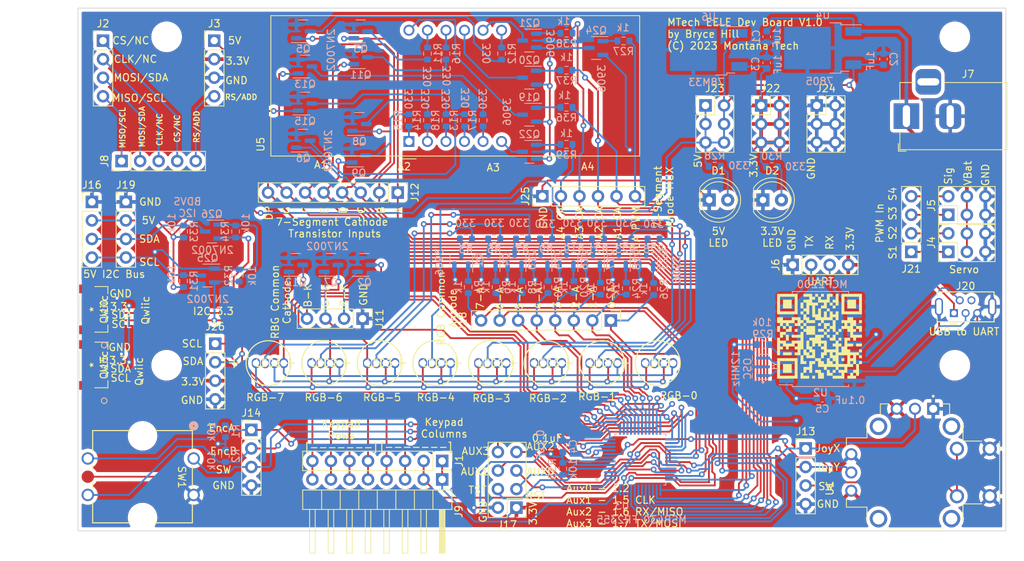
<source format=kicad_pcb>
(kicad_pcb (version 20211014) (generator pcbnew)
  (layers (0 "F.Cu" signal) (31 "B.Cu" signal) (34 "B.Paste" user) (35 "F.Paste" user) (36 "B.SilkS" user "B.Silkscreen") (37 "F.SilkS" user "F.Silkscreen") (38 "B.Mask" user) (39 "F.Mask" user) (44 "Edge.Cuts" user))
  (net 0 "")
  (net 13 "/Key7")
  (net 14 "/SCL")
  (net 15 "/SDA")
  (net 16 "+3V3")
  (net 17 "GND")
  (net 18 "/R_RGB_Cathode")
  (net 19 "/G_RGB_Cathode")
  (net 20 "Net-(LED1-Pad2)")
  (net 21 "/B_RGB_Cathode")
  (net 22 "Net-(LED2-Pad2)")
  (net 23 "Net-(LED3-Pad2)")
  (net 24 "Net-(LED4-Pad2)")
  (net 25 "Net-(LED5-Pad2)")
  (net 26 "Net-(LED6-Pad2)")
  (net 27 "Net-(LED7-Pad2)")
  (net 28 "Net-(LED8-Pad2)")
  (net 29 "Net-(Q1-Pad1)")
  (net 30 "Net-(Q1-Pad3)")
  (net 31 "/R_RGB_Transistor")
  (net 32 "/a_Cathode")
  (net 33 "Net-(Q3-Pad3)")
  (net 34 "Net-(Q4-Pad1)")
  (net 35 "Net-(Q4-Pad3)")
  (net 36 "/b_Cathode")
  (net 37 "Net-(Q5-Pad3)")
  (net 38 "/c_Cathode")
  (net 39 "Net-(Q6-Pad3)")
  (net 40 "/G_RGB_Transistor")
  (net 41 "/d_Cathode")
  (net 42 "Net-(Q8-Pad3)")
  (net 43 "/e_Cathode")
  (net 44 "Net-(Q9-Pad3)")
  (net 45 "Net-(Q10-Pad1)")
  (net 46 "Net-(Q10-Pad3)")
  (net 47 "/f_Cathode")
  (net 48 "Net-(Q11-Pad3)")
  (net 49 "/B_RGB_Transistor")
  (net 50 "/g_Cathode")
  (net 51 "Net-(Q13-Pad3)")
  (net 52 "Net-(Q14-Pad1)")
  (net 53 "Net-(Q14-Pad3)")
  (net 54 "/dp_Cathode")
  (net 55 "Net-(Q15-Pad3)")
  (net 56 "Net-(Q16-Pad1)")
  (net 57 "Net-(Q16-Pad3)")
  (net 58 "Net-(Q17-Pad1)")
  (net 59 "Net-(Q17-Pad3)")
  (net 60 "Net-(Q18-Pad1)")
  (net 61 "Net-(Q18-Pad3)")
  (net 62 "/A1_Seven_Anode")
  (net 63 "Net-(Q19-Pad2)")
  (net 64 "Net-(U5-Pad12)")
  (net 65 "/A2_Seven_Anode")
  (net 66 "Net-(U5-Pad9)")
  (net 67 "/A3_Seven_Anode")
  (net 68 "Net-(U5-Pad8)")
  (net 69 "/A4_Seven_Anode")
  (net 70 "Net-(U5-Pad6)")
  (net 71 "Net-(Q23-Pad1)")
  (net 72 "Net-(Q23-Pad3)")
  (net 73 "Net-(Q24-Pad1)")
  (net 74 "/EncA")
  (net 75 "/EncB")
  (net 76 "/RGB_7_Sig")
  (net 77 "/RGB_6_Sig")
  (net 78 "/RGB_5_Sig")
  (net 79 "/RGB_4_Sig")
  (net 80 "Net-(U5-Pad11)")
  (net 81 "Net-(U5-Pad7)")
  (net 82 "Net-(U5-Pad4)")
  (net 83 "Net-(U5-Pad2)")
  (net 84 "Net-(U5-Pad1)")
  (net 85 "Net-(U5-Pad10)")
  (net 86 "Net-(U5-Pad5)")
  (net 87 "Net-(U5-Pad3)")
  (net 88 "/RGB_3_Sig")
  (net 89 "/RGB_2_Sig")
  (net 90 "/RGB_1_Sig")
  (net 91 "/RGB_0_Sig")
  (net 92 "/Seven_PWM")
  (net 93 "/JoyX")
  (net 94 "/JoyY")
  (net 95 "/JoyButton")
  (net 96 "/Key6")
  (net 97 "/Key0")
  (net 98 "/EncButton")
  (net 99 "/Key5")
  (net 100 "/Key4")
  (net 101 "/Key3")
  (net 102 "/Key2")
  (net 103 "/Key1")
  (net 104 "+BATT")
  (net 105 "+5V")
  (net 106 "Net-(D1-Pad2)")
  (net 107 "Net-(D2-Pad2)")
  (net 108 "Net-(J8-Pad4)")
  (net 109 "Net-(J8-Pad3)")
  (net 110 "Net-(J8-Pad2)")
  (net 111 "Net-(J8-Pad1)")
  (net 112 "Net-(J3-Pad4)")
  (net 113 "Net-(U2-Pad10)")
  (net 114 "Net-(U2-Pad12)")
  (net 115 "/D-")
  (net 116 "/D+")
  (net 117 "Net-(U2-Pad4)")
  (net 118 "/Reset")
  (net 119 "Net-(U2-Pad2)")
  (net 120 "Net-(U2-Pad3)")
  (net 121 "/Aux0")
  (net 122 "/TEST")
  (net 123 "/Aux3")
  (net 124 "/Aux2")
  (net 125 "/Aux1")
  (net 126 "Net-(J21-Pad4)")
  (net 127 "Net-(J4-Pad2)")
  (net 128 "Net-(J21-Pad3)")
  (net 129 "Net-(J21-Pad1)")
  (net 130 "Net-(Q19-Pad1)")
  (net 131 "Net-(Q20-Pad1)")
  (net 132 "Net-(Q21-Pad1)")
  (net 133 "Net-(Q22-Pad1)")
  (net 134 "/SDAH")
  (net 135 "/SCLH")
  (footprint "RGB_LED:LED_WP154A4SEJ3VBDZGC&slash_CA_KNB" (layer "F.Cu") (at 231.3959 60.706)
    (fp_text reference "LED7")
    (fp_text value "RGB_LED")
  )
  (footprint "Connector_PinHeader_2.54mm:PinHeader_2x03_P2.54mm_Vertical" (layer "F.Cu") (at 277.114 40.386 90)
    (fp_text reference "J5")
    (fp_text value "Conn_02x03_Counter_Clockwise")
  )
  (footprint "Connector_PinHeader_2.54mm:PinHeader_1x05_P2.54mm_Vertical" (layer "F.Cu") (at 163.83 33.02 90)
    (fp_text reference "J8")
    (fp_text value "Conn_01x05_Male")
  )
  (footprint "Connector_PinHeader_2.54mm:PinHeader_1x06_P2.54mm_Vertical" (layer "F.Cu") (at 221.488 37.846 90)
    (fp_text reference "J25")
    (fp_text value "Conn_01x06_Male")
  )
  (footprint "Connector_PinHeader_2.54mm:PinHeader_1x04_P2.54mm_Vertical" (layer "F.Cu") (at 272.034 45.466 180)
    (fp_text reference "J21")
    (fp_text value "Conn_01x04")
  )
  (footprint "Connector_PinHeader_2.54mm:PinHeader_1x04_P2.54mm_Vertical" (layer "F.Cu") (at 176.525 16.52)
    (fp_text reference "J3")
    (fp_text value "Conn_01x04")
  )
  (footprint "MountingHole:MountingHole_3.2mm_M3" (layer "F.Cu") (at 170 61)
    (fp_text reference "REF**")
    (fp_text value "MountingHole_3.2mm_M3")
  )
  (footprint "RGB_LED:LED_WP154A4SEJ3VBDZGC&slash_CA_KNB" (layer "F.Cu") (at 185.6759 60.706)
    (fp_text reference "LED1")
    (fp_text value "RGB_LED")
  )
  (footprint "LOGO" (layer "F.Cu") (at 259.461 57.023)
    (fp_text reference "G***")
    (fp_text value "LOGO" hide)
  )
  (footprint "RGB_LED:LED_WP154A4SEJ3VBDZGC&slash_CA_KNB" (layer "F.Cu") (at 223.7759 60.706)
    (fp_text reference "LED6")
    (fp_text value "RGB_LED")
  )
  (footprint "Connector_PinHeader_2.54mm:PinHeader_1x04_P2.54mm_Vertical" (layer "F.Cu") (at 159.766 38.618)
    (fp_text reference "J16")
    (fp_text value "Conn_01x04_Male")
  )
  (footprint "qwiic:PRT-16766" (layer "F.Cu") (at 160.02 60.96 90)
    (fp_text reference "J15")
    (fp_text value "Qwiic")
  )
  (footprint "THB001P(joystick):CNK_THB001P" (layer "F.Cu") (at 272.542 75.692 90)
    (fp_text reference "U1")
    (fp_text value "THB001P")
  )
  (footprint "Connector_PinHeader_2.54mm:PinHeader_1x04_P2.54mm_Vertical" (layer "F.Cu") (at 196.8519 54.61 -90)
    (fp_text reference "J11")
    (fp_text value "Conn_01x04")
  )
  (footprint "Connector_USB:USB_Mini-B_Tensility_54-00023_Vertical" (layer "F.Cu") (at 277.876 53.848)
    (fp_text reference "J20")
    (fp_text value "USB_B_Mini")
  )
  (footprint "RGB_LED:LED_WP154A4SEJ3VBDZGC&slash_CA_KNB" (layer "F.Cu") (at 216.1559 60.706)
    (fp_text reference "LED5")
    (fp_text value "RGB_LED")
  )
  (footprint "Connector_PinHeader_2.54mm:PinHeader_1x08_P2.54mm_Horizontal" (layer "F.Cu") (at 207.757 76.651 -90)
    (fp_text reference "J9")
    (fp_text value "Conn_01x08_Male")
  )
  (footprint "Connector_PinHeader_2.54mm:PinHeader_2x03_P2.54mm_Vertical" (layer "F.Cu") (at 243.84 25.4)
    (fp_text reference "J23")
    (fp_text value "Conn_02x03_Counter_Clockwise")
  )
  (footprint "LED_THT:LED_D5.0mm_FlatTop" (layer "F.Cu") (at 251.709 38.354)
    (fp_text reference "D2")
    (fp_text value "LED")
  )
  (footprint "LED_THT:LED_D5.0mm_FlatTop" (layer "F.Cu") (at 244.343 38.354)
    (fp_text reference "D1")
    (fp_text value "LED")
  )
  (footprint "MountingHole:MountingHole_3.2mm_M3" (layer "F.Cu") (at 278 61)
    (fp_text reference "REF**")
    (fp_text value "MountingHole_3.2mm_M3")
  )
  (footprint "RGB_LED:LED_WP154A4SEJ3VBDZGC&slash_CA_KNB" (layer "F.Cu") (at 208.5359 60.706)
    (fp_text reference "LED4")
    (fp_text value "RGB_LED")
  )
  (footprint "Connector_PinHeader_2.54mm:PinHeader_1x04_P2.54mm_Vertical" (layer "F.Cu") (at 257.556 72.4)
    (fp_text reference "J13")
    (fp_text value "Conn_01x04")
  )
  (footprint "Connector_PinHeader_2.54mm:PinHeader_1x08_P2.54mm_Vertical" (layer "F.Cu") (at 201.676 37.338 -90)
    (fp_text reference "J12")
    (fp_text value "Conn_01x08_Male")
  )
  (footprint "Connector_PinHeader_2.54mm:PinHeader_2x04_P2.54mm_Vertical" (layer "F.Cu") (at 217.932 80.508 180)
    (fp_text reference "J17")
    (fp_text value "Conn_02x04_Counter_Clockwise")
  )
  (footprint "Display_7Segment:CA56-12EWA" (layer "F.Cu") (at 203.2 30.3375 90)
    (fp_text reference "U5")
    (fp_text value "CA56-12EWA")
  )
  (footprint "Connector_PinHeader_2.54mm:PinHeader_1x04_P2.54mm_Vertical" (layer "F.Cu") (at 176.657 58.039)
    (fp_text reference "J26")
    (fp_text value "Conn_01x04")
  )
  (footprint "Connector_PinHeader_2.54mm:PinHeader_2x03_P2.54mm_Vertical" (layer "F.Cu") (at 259.08 25.4)
    (fp_text reference "J24")
    (fp_text value "Conn_02x03_Counter_Clockwise")
  )
  (footprint "Encoder_Rotary:PEC12R-4x15F-Sxxxx_BRN" (layer "F.Cu") (at 173.70255 73.770231 -90)
    (fp_text reference "SW1")
    (fp_text value "RotaryEncoder_Switch")
  )
  (footprint "Connector_BarrelJack:BarrelJack_Horizontal" (layer "F.Cu") (at 271.368 26.8655 180)
    (fp_text reference "J7")
    (fp_text value "Barrel_Jack_Switch")
  )
  (footprint "Connector_PinHeader_2.54mm:PinHeader_1x08_P2.54mm_Vertical" (layer "F.Cu") (at 207.757 74.111 -90)
    (fp_text reference "J1")
    (fp_text value "Conn_01x08_Male")
  )
  (footprint "Connector_PinHeader_2.54mm:PinHeader_1x08_P2.54mm_Vertical" (layer "F.Cu") (at 230.8729 54.864 -90)
    (fp_text reference "J18")
    (fp_text value "Conn_01x08_Male")
  )
  (footprint "RGB_LED:LED_WP154A4SEJ3VBDZGC&slash_CA_KNB" (layer "F.Cu") (at 200.9159 60.706)
    (fp_text reference "LED3")
    (fp_text value "RGB_LED")
  )
  (footprint "Connector_PinHeader_2.54mm:PinHeader_1x04_P2.54mm_Vertical" (layer "F.Cu") (at 161.285 16.52)
    (fp_text reference "J2")
    (fp_text value "Conn_01x04")
  )
  (footprint "MountingHole:MountingHole_3.2mm_M3" (layer "F.Cu") (at 170 16)
    (fp_text reference "REF**")
    (fp_text value "MountingHole_3.2mm_M3")
  )
  (footprint "RGB_LED:LED_WP154A4SEJ3VBDZGC&slash_CA_KNB" (layer "F.Cu") (at 239.0159 60.706)
    (fp_text reference "LED8")
    (fp_text value "RGB_LED")
  )
  (footprint "qwiic:PRT-16766" (layer "F.Cu") (at 160.02 53.34 90)
    (fp_text reference "J10")
    (fp_text value "Qwiic")
  )
  (footprint "Connector_PinHeader_2.54mm:PinHeader_2x03_P2.54mm_Vertical" (layer "F.Cu") (at 251.46 25.4)
    (fp_text reference "J22")
    (fp_text value "Conn_02x03_Counter_Clockwise")
  )
  (footprint "RGB_LED:LED_WP154A4SEJ3VBDZGC&slash_CA_KNB" (layer "F.Cu") (at 193.2959 60.706)
    (fp_text reference "LED2")
    (fp_text value "RGB_LED")
  )
  (footprint "MountingHole:MountingHole_3.2mm_M3" (layer "F.Cu") (at 278 16)
    (fp_text reference "REF**")
    (fp_text value "MountingHole_3.2mm_M3")
  )
  (footprint "Connector_PinHeader_2.54mm:PinHeader_1x04_P2.54mm_Vertical" (layer "F.Cu") (at 255.778 47.244 90)
    (fp_text reference "J6")
    (fp_text value "Conn_01x04")
  )
  (footprint "Connector_PinHeader_2.54mm:PinHeader_1x04_P2.54mm_Vertical" (layer "F.Cu") (at 164.416 38.618)
    (fp_text reference "J19")
    (fp_text value "Conn_01x04_Male")
  )
  (footprint "Connector_PinHeader_2.54mm:PinHeader_1x04_P2.54mm_Vertical" (layer "F.Cu") (at 181.61 69.86)
    (fp_text reference "J14")
    (fp_text value "Conn_01x04")
  )
  (footprint "Connector_PinHeader_2.54mm:PinHeader_2x03_P2.54mm_Vertical" (layer "F.Cu") (at 277.114 45.466 90)
    (fp_text reference "J4")
    (fp_text value "Conn_02x03_Counter_Clockwise")
  )
  (footprint "Resistor_SMD:R_0603_1608Metric" (layer "B.Cu") (at 224.79 25.654)
    (fp_text reference "R36")
    (fp_text value "1k")
  )
  (footprint "Resistor_SMD:R_0603_1608Metric" (layer "B.Cu") (at 224.79 20.574)
    (fp_text reference "R37")
    (fp_text value "1k")
  )
  (footprint "Package_TO_SOT_SMD:TO-252-2" (layer "B.Cu") (at 259.91 17.526 180)
    (fp_text reference "U4")
    (fp_text value "L7805")
  )
  (footprint "Resistor_SMD:R_0603_1608Metric" (layer "B.Cu") (at 222.25 50.292 90)
    (fp_text reference "R10")
    (fp_text value "1k")
  )
  (footprint "Package_TO_SOT_SMD:SOT-23" (layer "B.Cu") (at 235.712 46.482 90)
    (fp_text reference "Q23")
    (fp_text value "MMBT3906")
  )
  (footprint "Package_TO_SOT_SMD:SOT-23" (layer "B.Cu") (at 228.854 17.526 180)
    (fp_text reference "Q24")
    (fp_text value "MMBT3906")
  )
  (footprint "Resistor_SMD:R_0603_1608Metric" (layer "B.Cu") (at 210.82 27.432 -90)
    (fp_text reference "R13")
    (fp_text value "100")
  )
  (footprint "Package_TO_SOT_SMD:SOT-23" (layer "B.Cu") (at 196.596 18.796)
    (fp_text reference "Q11")
    (fp_text value "2N7002")
  )
  (footprint "Resistor_SMD:R_0603_1608Metric" (layer "B.Cu") (at 205.74 27.432 -90)
    (fp_text reference "R14")
    (fp_text value "100")
  )
  (footprint "Resistor_SMD:R_0603_1608Metric" (layer "B.Cu") (at 179.448488 42.675 -90)
    (fp_text reference "R34")
    (fp_text value "10k")
  )
  (footprint "Capacitor_SMD:C_0603_1608Metric" (layer "B.Cu") (at 252.222 19.558 90)
    (fp_text reference "C3")
    (fp_text value "C")
  )
  (footprint "Resistor_SMD:R_0603_1608Metric" (layer "B.Cu") (at 203.2 27.432 -90)
    (fp_text reference "R15")
    (fp_text value "100")
  )
  (footprint "Capacitor_SMD:C_0603_1608Metric" (layer "B.Cu") (at 224.282 72.123 90)
    (fp_text reference "C4")
    (fp_text value "C")
  )
  (footprint "Package_TO_SOT_SMD:SOT-23" (layer "B.Cu") (at 210.378 46.5605 90)
    (fp_text reference "Q1")
    (fp_text value "MMBT3906")
  )
  (footprint "Package_SO:SOIC-20W_7.5x12.8mm_P1.27mm" (layer "B.Cu") (at 259.588 57.404)
    (fp_text reference "U2")
    (fp_text value "MCP2200-I-SO")
  )
  (footprint "Resistor_SMD:R_0603_1608Metric" (layer "B.Cu") (at 208.28 18.288 90)
    (fp_text reference "R16")
    (fp_text value "100")
  )
  (footprint "Resistor_SMD:R_0603_1608Metric" (layer "B.Cu") (at 178.054 70.041 90)
    (fp_text reference "R1")
    (fp_text value "1k")
  )
  (footprint "Resistor_SMD:R_0603_1608Metric" (layer "B.Cu") (at 221.996 43.688)
    (fp_text reference "R9")
    (fp_text value "100")
  )
  (footprint "Resistor_SMD:R_0603_1608Metric" (layer "B.Cu") (at 224.282 75.184 -90)
    (fp_text reference "R35")
    (fp_text value "10k")
  )
  (footprint "Package_TO_SOT_SMD:SOT-23" (layer "B.Cu") (at 196.342 32.258)
    (fp_text reference "Q9")
    (fp_text value "2N7002")
  )
  (footprint "Package_TO_SOT_SMD:SOT-23" (layer "B.Cu") (at 188.976 20.066)
    (fp_text reference "Q13")
    (fp_text value "2N7002")
  )
  (footprint "Resistor_SMD:R_0603_1608Metric" (layer "B.Cu") (at 218.694 43.688)
    (fp_text reference "R7")
    (fp_text value "100")
  )
  (footprint "Capacitor_SMD:C_0603_1608Metric" (layer "B.Cu") (at 259.842 65.532)
    (fp_text reference "C5")
    (fp_text value "C")
  )
  (footprint "Resistor_SMD:R_0603_1608Metric" (layer "B.Cu") (at 208.28 27.432 -90)
    (fp_text reference "R18")
    (fp_text value "100")
  )
  (footprint "Package_TO_SOT_SMD:SOT-23" (layer "B.Cu") (at 219.71 31.75 180)
    (fp_text reference "Q22")
    (fp_text value "MMBT3906")
  )
  (footprint "Package_TO_SOT_SMD:SOT-23" (layer "B.Cu") (at 221.234 46.482 90)
    (fp_text reference "Q14")
    (fp_text value "MMBT3906")
  )
  (footprint "Resistor_SMD:R_0603_1608Metric" (layer "B.Cu") (at 172.336488 42.675 90)
    (fp_text reference "R33")
    (fp_text value "10k")
  )
  (footprint "Resistor_SMD:R_0603_1608Metric" (layer "B.Cu") (at 178.054 73.406 90)
    (fp_text reference "R2")
    (fp_text value "1k")
  )
  (footprint "Resistor_SMD:R_0603_1608Metric" (layer "B.Cu") (at 245.11 33.719 180)
    (fp_text reference "R28")
    (fp_text value "330")
  )
  (footprint "Resistor_SMD:R_0603_1608Metric" (layer "B.Cu") (at 224.79 30.734)
    (fp_text reference "R39")
    (fp_text value "1k")
  )
  (footprint "Package_TO_SOT_SMD:SOT-23" (layer "B.Cu") (at 214.122 46.482 90)
    (fp_text reference "Q4")
    (fp_text value "MMBT3906")
  )
  (footprint "Resistor_SMD:R_0603_1608Metric" (layer "B.Cu") (at 236.728 50.546 90)
    (fp_text reference "R26")
    (fp_text value "1k")
  )
  (footprint "Resistor_SMD:R_0603_1608Metric" (layer "B.Cu") (at 172.31575 49.467 90)
    (fp_text reference "R31")
    (fp_text value "10k")
  )
  (footprint "Package_TO_SOT_SMD:SOT-23" (layer "B.Cu") (at 176.20425 42.675 180)
    (fp_text reference "Q26")
    (fp_text value "2N7002")
  )
  (footprint "Resistor_SMD:R_0603_1608Metric" (layer "B.Cu") (at 251.714 58.166 180)
    (fp_text reference "R29")
    (fp_text value "10k")
  )
  (footprint "Resistor_SMD:R_0603_1608Metric" (layer "B.Cu") (at 232.984 50.483 90)
    (fp_text reference "R24")
    (fp_text value "1k")
  )
  (footprint "Package_TO_SOT_SMD:SOT-23" (layer "B.Cu") (at 231.968 46.482 90)
    (fp_text reference "Q18")
    (fp_text value "MMBT3906")
  )
  (footprint "Resistor_SMD:R_0603_1608Metric" (layer "B.Cu") (at 229.428 50.483 90)
    (fp_text reference "R22")
    (fp_text value "1k")
  )
  (footprint "Package_TO_SOT_SMD:SOT-23" (layer "B.Cu") (at 188.722 30.226)
    (fp_text reference "Q6")
    (fp_text value "2N7002")
  )
  (footprint "Resistor_SMD:R_0603_1608Metric" (layer "B.Cu") (at 252.921 33.782 180)
    (fp_text reference "R30")
    (fp_text value "330")
  )
  (footprint "Resistor_SMD:R_0603_1608Metric" (layer "B.Cu") (at 214.884 43.688)
    (fp_text reference "R5")
    (fp_text value "100")
  )
  (footprint "Resistor_SMD:R_0603_1608Metric" (layer "B.Cu") (at 232.601 16.5608)
    (fp_text reference "R27")
    (fp_text value "1k")
  )
  (footprint "Package_TO_SOT_SMD:SOT-23" (layer "B.Cu") (at 219.71 16.51 180)
    (fp_text reference "Q21")
    (fp_text value "MMBT3906")
  )
  (footprint "Resistor_SMD:R_0603_1608Metric" (layer "B.Cu") (at 205.74 18.288 90)
    (fp_text reference "R11")
    (fp_text value "100")
  )
  (footprint "Resistor_SMD:R_0603_1608Metric" (layer "B.Cu") (at 211.011 43.688)
    (fp_text reference "R3")
    (fp_text value "100")
  )
  (footprint "Resistor_SMD:R_0603_1608Metric" (layer "B.Cu") (at 211.328 50.292 90)
    (fp_text reference "R4")
    (fp_text value "1k")
  )
  (footprint "Package_TO_SOT_SMD:SOT-23" (layer "B.Cu") (at 219.71 26.67 180)
    (fp_text reference "Q19")
    (fp_text value "MMBT3906")
  )
  (footprint "Package_TO_SOT_SMD:SOT-23" (layer "B.Cu") (at 196.4205 27.94)
    (fp_text reference "Q8")
    (fp_text value "2N7002")
  )
  (footprint "Capacitor_SMD:C_0603_1608Metric" (layer "B.Cu") (at 268.224 19.05 90)
    (fp_text reference "C2")
    (fp_text value "C")
  )
  (footprint "Resistor_SMD:R_0603_1608Metric" (layer "B.Cu") (at 215.138 50.292 90)
    (fp_text reference "R6")
    (fp_text value "1k")
  )
  (footprint "Package_TO_SOT_SMD:SOT-23" (layer "B.Cu") (at 187.706 47.244)
    (fp_text reference "Q12")
    (fp_text value "2N7002")
  )
  (footprint "Resistor_SMD:R_0603_1608Metric" (layer "B.Cu") (at 218.694 50.292 90)
    (fp_text reference "R8")
    (fp_text value "1k")
  )
  (footprint "Resistor_SMD:R_0603_1608Metric" (layer "B.Cu") (at 225.806 50.292 90)
    (fp_text reference "R20")
    (fp_text value "1k")
  )
  (footprint "Resistor_SMD:R_0603_1608Metric" (layer "B.Cu") (at 229.108 43.688)
    (fp_text reference "R21")
    (fp_text value "100")
  )
  (footprint "Package_TO_SOT_SMD:SOT-23" (layer "B.Cu") (at 175.61775 48.705 180)
    (fp_text reference "Q25")
    (fp_text value "2N7002")
  )
  (footprint "Resistor_SMD:R_0603_1608Metric" (layer "B.Cu") (at 213.36 27.432 -90)
    (fp_text reference "R17")
    (fp_text value "100")
  )
  (footprint "Package_TO_SOT_SMD:SOT-23" (layer "B.Cu") (at 196.596 15.24)
    (fp_text reference "Q3")
    (fp_text value "2N7002")
  )
  (footprint "Resistor_SMD:R_0603_1608Metric" (layer "B.Cu") (at 179.93575 48.705 -90)
    (fp_text reference "R32")
    (fp_text value "10k")
  )
  (footprint "Oscillator_12MHz:OSC_CSTCE12M0G15C99-R0" (layer "B.Cu") (at 251.714 61.214 90)
    (fp_text reference "Y1")
    (fp_text value "CSTCE12M0G15C99-R0")
  )
  (footprint "Package_TO_SOT_SMD:SOT-23" (layer "B.Cu") (at 188.722 15.24)
    (fp_text reference "Q5")
    (fp_text value "2N7002")
  )
  (footprint "Package_TO_SOT_SMD:SOT-23" (layer "B.Cu") (at 219.71 21.59 180)
    (fp_text reference "Q20")
    (fp_text value "MMBT3906")
  )
  (footprint "Resistor_SMD:R_0603_1608Metric" (layer "B.Cu") (at 232.855 43.688)
    (fp_text reference "R23")
    (fp_text value "100")
  )
  (footprint "MSP430FR2355TPT:QFP50P900X900X160-48N" (layer "B.Cu") (at 234.8945 73.914)
    (fp_text reference "U3")
    (fp_text value "MSP430FR2355TPT")
  )
  (footprint "Package_TO_SOT_SMD:SOT-23" (layer "B.Cu") (at 217.678 46.482 90)
    (fp_text reference "Q10")
    (fp_text value "MMBT3906")
  )
  (footprint "Package_TO_SOT_SMD:SOT-23" (layer "B.Cu") (at 188.976 25.146)
    (fp_text reference "Q15")
    (fp_text value "2N7002")
  )
  (footprint "Capacitor_SMD:C_0603_1608Metric" (layer "B.Cu") (at 252.222 15.989 -90)
    (fp_text reference "C1")
    (fp_text value "C")
  )
  (footprint "Resistor_SMD:R_0603_1608Metric" (layer "B.Cu") (at 224.79 15.494)
    (fp_text reference "R38")
    (fp_text value "1k")
  )
  (footprint "Package_TO_SOT_SMD:SOT-23" (layer "B.Cu") (at 224.79 46.482 90)
    (fp_text reference "Q16")
    (fp_text value "MMBT3906")
  )
  (footprint "Resistor_SMD:R_0603_1608Metric" (layer "B.Cu") (at 215.9 18.288 90)
    (fp_text reference "R12")
    (fp_text value "100")
  )
  (footprint "Package_TO_SOT_SMD:SOT-23" (layer "B.Cu") (at 192.532 47.244)
    (fp_text reference "Q7")
    (fp_text value "2N7002")
  )
  (footprint "Resistor_SMD:R_0603_1608Metric" (layer "B.Cu") (at 236.728 43.688)
    (fp_text reference "R25")
    (fp_text value "100")
  )
  (footprint "Resistor_SMD:R_0603_1608Metric" (layer "B.Cu") (at 225.806 43.688)
    (fp_text reference "R19")
    (fp_text value "100")
  )
  (footprint "Package_TO_SOT_SMD:SOT-23" (layer "B.Cu") (at 197.104 47.244)
    (fp_text reference "Q2")
    (fp_text value "2N7002")
  )
  (footprint "Package_TO_SOT_SMD:SOT-23" (layer "B.Cu") (at 228.412 46.482 90)
    (fp_text reference "Q17")
    (fp_text value "MMBT3906")
  )
  (footprint "Package_TO_SOT_SMD:TO-252-2" (layer "B.Cu") (at 244.28 17.78 180)
    (fp_text reference "U6")
    (fp_text value "L78M33")
  )
  (gr_rect (start 157.861 12.065) (end 284.988 83.693) (layer "Edge.Cuts") (width 0.1) (fill none))
  (gr_text "1k" (at 209.931 50.292 90) (layer "B.SilkS") (effects (font (size 1 1)) (justify mirror)))
  (gr_text "330" (at 214.884 41.529) (layer "B.SilkS") (effects (font (size 1 1)) (justify mirror)))
  (gr_text "1k" (at 232.537 14.732) (layer "B.SilkS") (effects (font (size 1 1)) (justify mirror)))
  (gr_text "330" (at 205.74 21.463 90) (layer "B.SilkS") (effects (font (size 1 1)) (justify mirror)))
  (gr_text "1k" (at 224.536 24.003) (layer "B.SilkS") (effects (font (size 1 1)) (justify mirror)))
  (gr_text "MCP2200" (at 259.842 49.911) (layer "B.SilkS") (effects (font (size 1 1)) (justify mirror)))
  (gr_text "12MHz\nOSC" (at 248.793 61.468 90) (layer "B.SilkS") (effects (font (size 1 1)) (justify mirror)))
  (gr_text "10k" (at 170.688 41.529 90) (layer "B.SilkS") (effects (font (size 1 1)) (justify mirror)))
  (gr_text "1k" (at 217.297 50.292 90) (layer "B.SilkS") (effects (font (size 1 1)) (justify mirror)))
  (gr_text "2N7002" (at 175.641 51.943) (layer "B.SilkS") (effects (font (size 1 1)) (justify mirror)))
  (gr_text "330" (at 203.2 24.511 90) (layer "B.SilkS") (effects (font (size 1 1)) (justify mirror)))
  (gr_text "0.1uF" (at 221.234 71.882 90) (layer "B.SilkS") (effects (font (size 1 1)) (justify mirror)))
  (gr_text "330" (at 210.947 41.529) (layer "B.SilkS") (effects (font (size 1 1)) (justify mirror)))
  (gr_text "10k" (at 181.737 48.768 90) (layer "B.SilkS") (effects (font (size 1 1)) (justify mirror)))
  (gr_text "3906" (at 216.662 26.289 90) (layer "B.SilkS") (effects (font (size 1 1)) (justify mirror)))
  (gr_text "1k" (at 224.409 13.843) (layer "B.SilkS") (effects (font (size 1 1)) (justify mirror)))
  (gr_text "330" (at 225.679 41.529) (layer "B.SilkS") (effects (font (size 1 1)) (justify mirror)))
  (gr_text "3906" (at 222.631 16.891 90) (layer "B.SilkS") (effects (font (size 1 1)) (justify mirror)))
  (gr_text "1k" (at 224.409 50.292 90) (layer "B.SilkS") (effects (font (size 1 1)) (justify mirror)))
  (gr_text "3906" (at 239.903 47.879 90) (layer "B.SilkS") (effects (font (size 1 1)) (justify mirror)))
  (gr_text "330" (at 232.918 41.529) (layer "B.SilkS") (effects (font (size 1 1)) (justify mirror)))
  (gr_text "3906" (at 207.391 46.863 90) (layer "B.SilkS") (effects (font (size 1 1)) (justify mirror)))
  (gr_text "1k" (at 224.79 29.21) (layer "B.SilkS") (effects (font (size 1 1)) (justify mirror)))
  (gr_text "330" (at 221.869 41.656) (layer "B.SilkS") (effects (font (size 1 1)) (justify mirror)))
  (gr_text "330" (at 213.36 24.511 90) (layer "B.SilkS") (effects (font (size 1 1)) (justify mirror)))
  (gr_text "3906" (at 229.616 21.717 90) (layer "B.SilkS") (effects (font (size 1 1)) (justify mirror)))
  (gr_text "7805" (at 259.461 22.098) (layer "B.SilkS") (effects (font (size 1 1)) (justify mirror)))
  (gr_text "10k" (at 180.848 41.529 90) (layer "B.SilkS") (effects (font (size 1 1)) (justify mirror)))
  (gr_text "10k" (at 251.587 55.118) (layer "B.SilkS") (effects (font (size 1 1)) (justify mirror)))
  (gr_text "330" (at 256.159 33.782) (layer "B.SilkS") (effects (font (size 1 1)) (justify mirror)))
  (gr_text "330" (at 213.868 18.288 90) (layer "B.SilkS") (effects (font (size 1 1)) (justify mirror)))
  (gr_text "2N7002" (at 192.151 31.623 90) (layer "B.SilkS") (effects (font (size 1 1)) (justify mirror)))
  (gr_text "10k" (at 170.688 48.514 90) (layer "B.SilkS") (effects (font (size 1 1)) (justify mirror)))
  (gr_text "10k" (at 176.149 70.104 90) (layer "B.SilkS") (effects (font (size 1 1)) (justify mirror)))
  (gr_text "2N7002" (at 192.024 44.704) (layer "B.SilkS") (effects (font (size 1 1)) (justify mirror)))
  (gr_text "330" (at 218.313 41.529) (layer "B.SilkS") (effects (font (size 1 1)) (justify mirror)))
  (gr_text "2N7002" (at 192.532 17.78 90) (layer "B.SilkS") (effects (font (size 1 1)) (justify mirror)))
  (gr_text "2N7002" (at 176.276 45.212) (layer "B.SilkS") (effects (font (size 1 1)) (justify mirror)))
  (gr_text "10k" (at 225.679 75.184 90) (layer "B.SilkS") (effects (font (size 1 1)) (justify mirror)))
  (gr_text "1k" (at 220.853 50.292 90) (layer "B.SilkS") (effects (font (size 1 1)) (justify mirror)))
  (gr_text "10k" (at 176.149 74.041 90) (layer "B.SilkS") (effects (font (size 1 1)) (justify mirror)))
  (gr_text "1uF" (at 253.619 16.129 90) (layer "B.SilkS") (effects (font (size 1 1)) (justify mirror)))
  (gr_text "330" (at 228.981 41.529) (layer "B.SilkS") (effects (font (size 1 1)) (justify mirror)))
  (gr_text "MSP430 FR2355" (at 235.077 82.169) (layer "B.SilkS") (effects (font (size 1 1)) (justify mirror)))
  (gr_text "330" (at 248.412 33.655) (layer "B.SilkS") (effects (font (size 1 1)) (justify mirror)))
  (gr_text "1k" (at 228.092 50.546 90) (layer "B.SilkS") (effects (font (size 1 1)) (justify mirror)))
  (gr_text "0.1uF" (at 263.652 65.786) (layer "B.SilkS") (effects (font (size 1 1)) (justify mirror)))
  (gr_text "78M33" (at 243.967 22.225) (layer "B.SilkS") (effects (font (size 1 1)) (justify mirror)))
  (gr_text "330" (at 236.728 41.656) (layer "B.SilkS") (effects (font (size 1 1)) (justify mirror)))
  (gr_text "1k" (at 213.741 50.292 90) (layer "B.SilkS") (effects (font (size 1 1)) (justify mirror)))
  (gr_text "330" (at 208.28 24.511 90) (layer "B.SilkS") (effects (font (size 1 1)) (justify mirror)))
  (gr_text "330" (at 205.486 24.511 90) (layer "B.SilkS") (effects (font (size 1 1)) (justify mirror)))
  (gr_text "BDVS\nI2C" (at 172.847 39.37) (layer "B.SilkS") (effects (font (size 1 1)) (justify mirror)))
  (gr_text "330" (at 210.947 24.384 90) (layer "B.SilkS") (effects (font (size 1 1)) (justify mirror)))
  (gr_text "1k" (at 235.331 50.546 90) (layer "B.SilkS") (effects (font (size 1 1)) (justify mirror)))
  (gr_text "1uF" (at 253.746 19.812 90) (layer "B.SilkS") (effects (font (size 1 1)) (justify mirror)))
  (gr_text "1k" (at 224.79 18.796) (layer "B.SilkS") (effects (font (size 1 1)) (justify mirror)))
  (gr_text "1k" (at 231.521 50.546 90) (layer "B.SilkS") (effects (font (size 1 1)) (justify mirror)))
  (gr_text "330" (at 208.407 21.336 90) (layer "B.SilkS") (effects (font (size 1 1)) (justify mirror)))
  (gr_text "1uF" (at 266.446 19.304 90) (layer "B.SilkS") (effects (font (size 1 1)) (justify mirror)))
  (gr_text "EncB" (at 177.8 72.771) (layer "F.SilkS") (effects (font (size 1 1))))
  (gr_text "3.3V" (at 250.444 33.655 90) (layer "F.SilkS") (effects (font (size 1 1))))
  (gr_text "SDA" (at 163.703 61.468) (layer "F.SilkS") (effects (font (size 1 1))))
  (gr_text "5-A" (at 218.313 51.816 90) (layer "F.SilkS") (effects (font (size 1 1))))
  (gr_text "A1" (at 191.135 33.528) (layer "F.SilkS") (effects (font (size 1 1))))
  (gr_text "A4" (at 227.711 33.782) (layer "F.SilkS") (effects (font (size 1 1))))
  (gr_text "GND" (at 255.651 43.815 90) (layer "F.SilkS") (effects (font (size 1 1))))
  (gr_text "Sig" (at 277.114 35.052 90) (layer "F.SilkS") (effects (font (size 1 1))))
  (gr_text "E" (at 191.643 39.751 90) (layer "F.SilkS") (effects (font (size 1 1))))
  (gr_text "CLK/NC" (at 165.735 19.05) (layer "F.SilkS") (effects (font (size 1 1))))
  (gr_text "SW" (at 260.35 77.597) (layer "F.SilkS") (effects (font (size 1 1))))
  (gr_text "Aux0 - 1.2 \nAux1 - 1.5 CLK\nAux2 - 1.6 RX/MISO\nAux3 - 1.7 TX/MOSI" (at 224.663 80.264) (layer "F.SilkS") (effects (font (size 1 1)) (justify left)))
  (gr_text "0-A" (at 231.013 51.689 90) (layer "F.SilkS") (effects (font (size 1 1))))
  (gr_text "GND" (at 179.578 21.971) (layer "F.SilkS") (effects (font (size 1 1))))
  (gr_text "R-K" (at 194.31 51.435 90) (layer "F.SilkS") (effects (font (size 1 1))))
  (gr_text "5V I2C Bus" (at 162.814 48.514) (layer "F.SilkS") (effects (font (size 1 1))))
  (gr_text "3.3V" (at 263.652 43.688 90) (layer "F.SilkS") (effects (font (size 1 1))))
  (gr_text "2-A" (at 226.06 51.689 90) (layer "F.SilkS") (effects (font (size 1 1))))
  (gr_text "CS/NC" (at 171.45 28.575 90) (layer "F.SilkS") (effects (font (size 0.75 0.75))))
  (gr_text "RS/ADD" (at 174.117 28.321 90) (layer "F.SilkS") (effects (font (size 0.75 0.75))))
  (gr_text "B-K" (at 189.357 51.435 90) (layer "F.SilkS") (effects (font (size 1 1))))
  (gr_text "A1 CA" (at 231.775 41.529 90) (layer "F.SilkS") (effects (font (size 1 1))))
  (gr_text "G" (at 186.436 39.751 90) (layer "F.SilkS") (effects (font (size 1 1))))
  (gr_text "GND" (at 173.482 65.786) (layer "F.SilkS") (effects (font (size 1 1))))
  (gr_text "5V" (at 242.824 33.02 90) (layer "F.SilkS") (effects (font (size 1 1))))
  (gr_text "GND" (at 221.615 40.767 90) (layer "F.SilkS") (effects (font (size 1 1))))
  (gr_text "RGB-5" (at 199.517 65.405) (layer "F.SilkS") (effects (font (size 1 1))))
  (gr_text "A3 CA" (at 226.568 41.529 90) (layer "F.SilkS") (effects (font (size 1 1))))
  (gr_text "VBat" (at 279.781 34.671 90) (layer "F.SilkS") (effects (font (size 1 1))))
  (gr_text "UART" (at 259.588 49.53) (layer "F.SilkS") (effects (font (size 1 1))))
  (gr_text "5V" (at 179.324 16.51) (layer "F.SilkS") (effects (font (size 1 1))))
  (gr_text "SCL" (at 163.83 55.372) (layer "F.SilkS") (effects (font (size 1 1))))
  (gr_text "3.3V\nLED" (at 252.984 43.434) (layer "F.SilkS") (effects (font (size 1 1))))
  (gr_text "C" (at 196.723 39.751 90) (layer "F.SilkS") (effects (font (size 1 1))))
  (gr_text "    Keypad\n    Columns\n" (at 206.502 69.596) (layer "F.SilkS") (effects (font (size 1 1))))
  (gr_text "A4 CA" (at 224.028 41.529 90) (layer "F.SilkS") (effects (font (size 1 1))))
  (gr_text "CS/NC" (at 165.1 16.51) (layer "F.SilkS") (effects (font (size 1 1))))
  (gr_text "GND" (at 163.576 58.547) (layer "F.SilkS") (effects (font (size 1 1))))
  (gr_text "Qwiic" (at 166.243 61.849 90) (layer "F.SilkS") (effects (font (size 1 1))))
  (gr_text "GND" (at 196.977 51.308 90) (layer "F.SilkS") (effects (font (size 1 1))))
  (gr_text "CLK/NC" (at 169.037 28.702 90) (layer "F.SilkS") (effects (font (size 0.75 0.75))))
  (gr_text "3-A" (at 223.52 51.689 90) (layer "F.SilkS") (effects (font (size 1 1))))
  (gr_text "RGB-6" (at 191.516 65.405) (layer "F.SilkS") (effects (font (size 1 1))))
  (gr_text "Qwiic" (at 167.132 53.467 90) (layer "F.SilkS") (effects (font (size 1 1))))
  (gr_text "D" (at 194.183 39.751 90) (layer "F.SilkS") (effects (font (size 1 1))))
  (gr_text "SCL" (at 163.703 62.738) (layer "F.SilkS") (effects (font (size 1 1))))
  (gr_text "TST" (at 212.598 78.105) (layer "F.SilkS") (effects (font (size 1 1))))
  (gr_text "MOSI/SDA" (at 166.497 21.59) (layer "F.SilkS") (effects (font (size 1 1))))
  (gr_text "SCL" (at 167.64 46.863) (layer "F.SilkS") (effects (font (size 1 1))))
  (gr_text "JoyY" (at 260.604 74.93) (layer "F.SilkS") (effects (font (size 1 1))))
  (gr_text "RGB Common\nAnnode" (at 208.407 53.213 90) (layer "F.SilkS") (effects (font (size 1 1))))
  (gr_text "SW" (at 177.8 75.311) (layer "F.SilkS") (effects (font (size 1 1))))
  (gr_text "A3" (at 214.757 33.909) (layer "F.SilkS") (effects (font (size 1 1))))
  (gr_text "RGB-4" (at 206.883 65.405) (layer "F.SilkS") (effects (font (size 1 1))))
  (gr_text "Keypad\nRows\n[-------]" (at 193.929 70.612) (layer "F.SilkS") (effects (font (size 1 1))))
  (gr_text "7-Segment\nAnode MUX" (at 238.125 37.973 90) (layer "F.SilkS") (effects (font (size 1 1))))
  (gr_text "F" (at 189.103 39.751 90) (layer "F.SilkS") (effects (font (size 1 1))))
  (gr_text "EncA" (at 177.546 69.596) (layer "F.SilkS") (effects (font (size 1 1))))
  (gr_text "3.3" (at 163.322 60.325) (layer "F.SilkS") (effects (font (size 1 1))))
  (gr_text "Servo" (at 279.273 47.879) (layer "F.SilkS") (effects (font (size 1 1))))
  (gr_text "I2C 3.3" (at 176.403 53.594) (layer "F.SilkS") (effects (font (size 1 1))))
  (gr_text "AUX0" (at 221.234 75.565) (layer "F.SilkS") (effects (font (size 1 1))))
  (gr_text "MISO/SCL" (at 163.957 28.448 90) (layer "F.SilkS") (effects (font (size 0.75 0.75))))
  (gr_text "4-A" (at 220.98 51.816 90) (layer "F.SilkS") (effects (font (size 1 1))))
  (gr_text "GND" (at 258.318 34.036 90) (layer "F.SilkS") (effects (font (size 1 1))))
  (gr_text "G-K" (at 191.77 51.435 90) (layer "F.SilkS") (effects (font (size 1 1))))
  (gr_text "7-Segment Cathode \nTransistor Inputs" (at 193.04 42.164) (layer "F.SilkS") (effects (font (size 1 1))))
  (gr_text "GND" (at 167.767 38.608) (layer "F.SilkS") (effects (font (size 1 1))))
  (gr_text "SCL" (at 173.482 58.039) (layer "F.SilkS") (effects (font (size 1 1))))
  (gr_text "AUX3" (at 212.344 72.771) (layer "F.SilkS") (effects (font (size 1 1))))
  (gr_text "AUX2" (at 221.234 72.136) (layer "F.SilkS") (effects (font (size 1 1))))
  (gr_text "MTech EELE Dev Board V1.0\nby Bryce Hill\n(C) 2023 Montana Tech" (at 238.506 15.621) (layer "F.SilkS") (effects (font (size 1 1)) (justify left)))
  (gr_text "7-A" (at 212.979 51.816 90) (layer "F.SilkS") (effects (font (size 1 1))))
  (gr_text "MISO/SCL" (at 166.243 24.384) (layer "F.SilkS") (effects (font (size 1 1))))
  (gr_text "A" (at 201.803 39.751 90) (layer "F.SilkS") (effects (font (size 1 1))))
  (gr_text "A2 CA" (at 229.235 41.529 90) (layer "F.SilkS") (effects (font (size 1 1))))
  (gr_text "6-A" (at 215.646 51.816 90) (layer "F.SilkS") (effects (font (size 1 1))))
  (gr_text "A2" (at 202.565 33.782) (layer "F.SilkS") (effects (font (size 1 1))))
  (gr_text "RGB-1" (at 228.981 65.278) (layer "F.SilkS") (effects (font (size 1 1))))
  (gr_text "3.3V" (at 179.705 19.304) (layer "F.SilkS") (effects (font (size 1 1))))
  (gr_text "    \n[-------]" (at 209.296 71.374) (layer "F.SilkS") (effects (font (size 1 1)) (justify right)))
  (gr_text "GND" (at 177.8 77.47) (layer "F.SilkS") (effects (font (size 1 1))))
  (gr_text "RGB-3" (at 214.503 65.532) (layer "F.SilkS") (effects (font (size 1 1))))
  (gr_text "SDA" (at 167.64 43.688) (layer "F.SilkS") (effects (font (size 1 1))))
  (gr_text "DP" (at 184.023 40.132 90) (layer "F.SilkS") (effects (font (size 1 1))))
  (gr_text "5V\nLED" (at 245.618 43.434) (layer "F.SilkS") (effects (font (size 1 1))))
  (gr_text "B" (at 199.39 39.751 90) (layer "F.SilkS") (effects (font (size 1 1))))
  (gr_text "0.1uF" (at 222.123 70.993) (layer "F.SilkS") (effects (font (size 1 1))))
  (gr_text "JoyX" (at 260.604 72.39) (layer "F.SilkS") (effects (font (size 1 1))))
  (gr_text "SDA" (at 173.609 60.452) (layer "F.SilkS") (effects (font (size 1 1))))
  (gr_text "GND" (at 260.604 80.01) (layer "F.SilkS") (effects (font (size 1 1))))
  (gr_text "RS/ADD" (at 180.213 24.257) (layer "F.SilkS") (effects (font (size 0.75 0.75))))
  (gr_text "RX" (at 260.858 44.196 90) (layer "F.SilkS") (effects (font (size 1 1))))
  (gr_text "S1 S2 S3 S4" (at 269.494 41.529 90) (layer "F.SilkS") (effects (font (size 1 1))))
  (gr_text "5V" (at 167.513 41.148) (layer "F.SilkS") (effects (font (size 1 1))))
  (gr_text "3.3" (at 163.449 52.959) (layer "F.SilkS") (effects (font (size 1 1))))
  (gr_text "AUX1" (at 212.217 75.565) (layer "F.SilkS") (effects (font (size 1 1))))
  (gr_text "USB to UART" (at 279.273 56.388) (layer "F.SilkS") (effects (font (size 1 1))))
  (gr_text "SDA" (at 163.83 54.102) (layer "F.SilkS") (effects (font (size 1 1))))
  (gr_text "RGB-2" (at 222.25 65.532) (layer "F.SilkS") (effects (font (size 1 1))))
  (gr_text "GND" (at 213.36 81.026 90) (layer "F.SilkS") (effects (font (size 1 1))))
  (gr_text "3.3V" (at 173.609 63.246) (layer "F.SilkS") (effects (font (size 1 1))))
  (gr_text "MOSI/SDA" (at 166.624 28.321 90) (layer "F.SilkS") (effects (font (size 0.75 0.75))))
  (gr_text "RBG Common\nCathode" (at 185.674 52.324 90) (layer "F.SilkS") (effects (font (size 1 1))))
  (gr_text "CA PWM" (at 234.315 42.164 90) (layer "F.SilkS") (effects (font (size 1 1))))
  (gr_text "RST" (at 220.599 78.867) (layer "F.SilkS") (effects (font (size 1 1))))
  (gr_text "RGB-0" (at 240.157 65.151) (layer "F.SilkS") (effects (font (size 1 1))))
  (gr_text "3.3V" (at 220.218 81.28 90) (layer "F.SilkS") (effects (font (size 1 1))))
  (gr_text "TX" (at 258.064 44.069 90) (layer "F.SilkS") (effects (font (size 1 1))))
  (gr_text "1-A" (at 228.346 51.689 90) (layer "F.SilkS") (effects (font (size 1 1))))
  (gr_text "RGB-7" (at 183.515 65.405) (layer "F.SilkS") (effects (font (size 1 1))))
  (gr_text "PWM In" (at 267.716 41.529 90) (layer "F.SilkS") (effects (font (size 1 1))))
  (gr_text "GND" (at 282.194 34.925 90) (layer "F.SilkS") (effects (font (size 1 1))))
  (gr_text "GND" (at 163.703 51.181) (layer "F.SilkS") (effects (font (size 1 1))))
  (segment (start 189.977 65.646551) (end 189.977 74.111) (width 0.25) (layer "F.Cu") (net 13))
  (segment (start 237.748299 66.552299) (end 237.49 66.294) (width 0.25) (layer "F.Cu") (net 13))
  (segment (start 232.918 66.294) (end 231.394 67.818) (width 0.25) (layer "F.Cu") (net 13))
  (segment (start 224.315902 67.217619) (end 224.091141 66.992858) (width 0.25) (layer "F.Cu") (net 13))
  (segment (start 227.272431 69.050511) (end 226.568 68.34608) (width 0.25) (layer "F.Cu") (net 13))
  (segment (start 217.646963 65.631551) (end 189.992 65.631551) (width 0.25) (layer "F.Cu") (net 13))
  (segment (start 224.091141 66.992858) (end 219.008269 66.992858) (width 0.25) (layer "F.Cu") (net 13))
  (segment (start 237.49 66.294) (end 232.918 66.294) (width 0.25) (layer "F.Cu") (net 13))
  (segment (start 229.878614 67.818) (end 228.646103 69.050511) (width 0.25) (layer "F.Cu") (net 13))
  (segment (start 231.394 67.818) (end 229.878614 67.818) (width 0.25) (layer "F.Cu") (net 13))
  (segment (start 224.628381 67.217619) (end 224.315902 67.217619) (width 0.25) (layer "F.Cu") (net 13))
  (segment (start 226.568 68.34608) (end 225.756843 68.34608) (width 0.25) (layer "F.Cu") (net 13))
  (segment (start 225.756843 68.34608) (end 224.628381 67.217619) (width 0.25) (layer "F.Cu") (net 13))
  (segment (start 189.977 76.651) (end 189.977 74.111) (width 0.25) (layer "F.Cu") (net 13))
  (segment (start 219.008269 66.992858) (end 217.646963 65.631551) (width 0.25) (layer "F.Cu") (net 13))
  (segment (start 189.992 65.631551) (end 189.977 65.646551) (width 0.25) (layer "F.Cu") (net 13))
  (segment (start 228.646103 69.050511) (end 227.272431 69.050511) (width 0.25) (layer "F.Cu") (net 13))
  (via (at 237.748299 66.552299) (size 0.8) (drill 0.4) (layers "F.Cu" "B.Cu") (net 13))
  (segment (start 237.49 66.802) (end 237.739701 66.552299) (width 0.25) (layer "B.Cu") (net 13))
  (segment (start 237.1445 69.734) (end 237.1445 67.1475) (width 0.25) (layer "B.Cu") (net 13))
  (segment (start 237.1445 67.1475) (end 237.49 66.802) (width 0.25) (layer "B.Cu") (net 13))
  (segment (start 237.739701 66.552299) (end 237.748299 66.552299) (width 0.25) (layer "B.Cu") (net 13))
  (segment (start 166.116 54.864) (end 166.14 54.84) (width 0.25) (layer "F.Cu") (net 14))
  (segment (start 161.4416 62.46) (end 165.076 62.46) (width 0.25) (layer "F.Cu") (net 14))
  (segment (start 184.180313 65.182031) (end 217.83316 65.182031) (width 0.25) (layer "F.Cu") (net 14))
  (segment (start 178.054 54.864) (end 178.054 58.039) (width 0.25) (layer "F.Cu") (net 14))
  (segment (start 217.83316 65.182031) (end 219.181719 66.53059) (width 0.25) (layer "F.Cu") (net 14))
  (segment (start 224.26459 66.53059) (end 224.47752 66.74352) (width 0.25) (layer "F.Cu") (net 14))
  (segment (start 224.79 66.74352) (end 225.94304 67.89656) (width 0.25) (layer "F.Cu") (net 14))
  (segment (start 166.14 54.84) (end 178.03 54.84) (width 0.25) (layer "F.Cu") (net 14))
  (segment (start 224.47752 66.74352) (end 224.79 66.74352) (width 0.25) (layer "F.Cu") (net 14))
  (segment (start 165.076 62.46) (end 165.1 62.484) (width 0.25) (layer "F.Cu") (net 14))
  (segment (start 178.03 54.84) (end 178.054 54.864) (width 0.25) (layer "F.Cu") (net 14))
  (segment (start 161.4416 54.84) (end 166.14 54.84) (width 0.25) (layer "F.Cu") (net 14))
  (segment (start 227.584 68.15056) (end 227.584 68.326) (width 0.25) (layer "F.Cu") (net 14))
  (segment (start 225.94304 67.89656) (end 227.33 67.89656) (width 0.25) (layer "F.Cu") (net 14))
  (segment (start 165.1 62.484) (end 166.116 61.468) (width 0.25) (layer "F.Cu") (net 14))
  (segment (start 227.33 67.89656) (end 227.584 68.15056) (width 0.25) (layer "F.Cu") (net 14))
  (segment (start 176.657 58.039) (end 178.054 58.039) (width 0.25) (layer "F.Cu") (net 14))
  (segment (start 178.054 58.039) (end 178.054 59.055718) (width 0.25) (layer "F.Cu") (net 14))
  (segment (start 219.181719 66.53059) (end 224.26459 66.53059) (width 0.25) (layer "F.Cu") (net 14))
  (segment (start 178.054 59.055718) (end 184.180313 65.182031) (width 0.25) (layer "F.Cu") (net 14))
  (segment (start 166.116 61.468) (end 166.116 54.864) (width 0.25) (layer "F.Cu") (net 14))
  (via (at 176.53 54.864) (size 0.8) (drill 0.4) (layers "F.Cu" "B.Cu") (net 14))
  (via (at 227.584 68.326) (size 0.8) (drill 0.4) (layers "F.Cu" "B.Cu") (net 14))
  (segment (start 179.93575 49.53) (end 176.68025 49.53) (width 0.25) (layer "B.Cu") (net 14))
  (segment (start 230.7145 71.164) (end 230.7145 70.1865) (width 0.25) (layer "B.Cu") (net 14))
  (segment (start 230.7145 70.1865) (end 229.81152 69.28352) (width 0.25) (layer "B.Cu") (net 14))
  (segment (start 176.68025 49.53) (end 176.55525 49.655) (width 0.25) (layer "B.Cu") (net 14))
  (segment (start 228.854 69.342) (end 228.6 69.342) (width 0.25) (layer "B.Cu") (net 14))
  (segment (start 228.91248 69.28352) (end 228.854 69.342) (width 0.25) (layer "B.Cu") (net 14))
  (segment (start 176.55525 54.83875) (end 176.53 54.864) (width 0.25) (layer "B.Cu") (net 14))
  (segment (start 229.81152 69.28352) (end 228.91248 69.28352) (width 0.25) (layer "B.Cu") (net 14))
  (segment (start 228.6 69.342) (end 227.584 68.326) (width 0.25) (layer "B.Cu") (net 14))
  (segment (start 176.55525 49.655) (end 176.55525 54.83875) (width 0.25) (layer "B.Cu") (net 14))
  (segment (start 160.536001 53.839999) (end 161.4416 53.839999) (width 0.25) (layer "F.Cu") (net 15))
  (segment (start 218.019358 64.732511) (end 184.366511 64.732511) (width 0.25) (layer "F.Cu") (net 15))
  (segment (start 178.807999 53.839999) (end 161.4416 53.839999) (width 0.25) (layer "F.Cu") (net 15))
  (segment (start 160.274 61.214) (end 160.274 54.102) (width 0.25) (layer "F.Cu") (net 15))
  (segment (start 181.20575 46.88625) (end 179.197 48.895) (width 0.25) (layer "F.Cu") (net 15))
  (segment (start 228.6 68.072) (end 227.97504 67.44704) (width 0.25) (layer "F.Cu") (net 15))
  (segment (start 225.298 66.294) (end 224.79 66.294) (width 0.25) (layer "F.Cu") (net 15))
  (segment (start 184.366511 64.732511) (end 180.34 60.706) (width 0.25) (layer "F.Cu") (net 15))
  (segment (start 219.367917 66.08107) (end 218.019358 64.732511) (width 0.25) (layer "F.Cu") (net 15))
  (segment (start 180.34 55.372) (end 179.197 54.229) (width 0.25) (layer "F.Cu") (net 15))
  (segment (start 160.274 54.102) (end 160.536001 53.839999) (width 0.25) (layer "F.Cu") (net 15))
  (segment (start 179.197 48.895) (end 179.197 54.229) (width 0.25) (layer "F.Cu") (net 15))
  (segment (start 180.34 60.706) (end 180.34 59.436) (width 0.25) (layer "F.Cu") (net 15))
  (segment (start 181.20575 43.625) (end 181.20575 46.88625) (width 0.25) (layer "F.Cu") (net 15))
  (segment (start 160.519999 61.459999) (end 160.274 61.214) (width 0.25) (layer "F.Cu") (net 15))
  (segment (start 179.197 54.229) (end 178.807999 53.839999) (width 0.25) (layer "F.Cu") (net 15))
  (segment (start 180.34 59.436) (end 180.34 55.372) (width 0.25) (layer "F.Cu") (net 15))
  (segment (start 227.97504 67.44704) (end 226.45104 67.44704) (width 0.25) (layer "F.Cu") (net 15))
  (segment (start 224.577071 66.081071) (end 219.367917 66.08107) (width 0.25) (layer "F.Cu") (net 15))
  (segment (start 161.4416 61.459999) (end 160.519999 61.459999) (width 0.25) (layer "F.Cu") (net 15))
  (segment (start 226.45104 67.44704) (end 225.298 66.294) (width 0.25) (layer "F.Cu") (net 15))
  (segment (start 224.79 66.294) (end 224.577071 66.081071) (width 0.25) (layer "F.Cu") (net 15))
  (via (at 228.6 68.072) (size 0.8) (drill 0.4) (layers "F.Cu" "B.Cu") (net 15))
  (via (at 181.20575 43.625) (size 0.8) (drill 0.4) (layers "F.Cu" "B.Cu") (net 15))
  (via (at 180.34 59.436) (size 0.8) (drill 0.4) (layers "F.Cu" "B.Cu") (net 15))
  (segment (start 229.108 68.834) (end 228.6 68.326) (width 0.25) (layer "B.Cu") (net 15))
  (segment (start 179.448488 43.5) (end 177.26675 43.5) (width 0.25) (layer "B.Cu") (net 15))
  (segment (start 179.448488 43.5) (end 181.08075 43.5) (width 0.25) (layer "B.Cu") (net 15))
  (segment (start 232.156 69.596) (end 231.394 68.834) (width 0.25) (layer "B.Cu") (net 15))
  (segment (start 232.1445 69.6075) (end 232.156 69.596) (width 0.25) (layer "B.Cu") (net 15))
  (segment (start 228.6 68.326) (end 228.6 68.072) (width 0.25) (layer "B.Cu") (net 15))
  (segment (start 232.1445 69.734) (end 232.1445 69.6075) (width 0.25) (layer "B.Cu") (net 15))
  (segment (start 176.657 60.579) (end 179.197 60.579) (width 0.25) (layer "B.Cu") (net 15))
  (segment (start 177.26675 43.5) (end 177.14175 43.625) (width 0.25) (layer "B.Cu") (net 15))
  (segment (start 181.08075 43.5) (end 181.20575 43.625) (width 0.25) (layer "B.Cu") (net 15))
  (segment (start 231.394 68.834) (end 229.108 68.834) (width 0.25) (layer "B.Cu") (net 15))
  (segment (start 179.197 60.579) (end 180.34 59.436) (width 0.25) (layer "B.Cu") (net 15))
  (segment (start 163.838001 60.460001) (end 163.957 60.579) (width 0.25) (layer "F.Cu") (net 16))
  (segment (start 161.4416 52.840001) (end 164.837999 52.840001) (width 0.25) (layer "F.Cu") (net 16))
  (segment (start 168.402 45.466) (end 164.846 49.022) (width 0.25) (layer "F.Cu") (net 16))
  (segment (start 209.55 49.276) (end 213.106 49.276) (width 0.25) (layer "F.Cu") (net 16))
  (segment (start 216.916 49.276) (end 220.472 49.276) (width 0.25) (layer "F.Cu") (net 16))
  (segment (start 161.4416 60.460001) (end 163.838001 60.460001) (width 0.25) (layer "F.Cu") (net 16))
  (segment (start 249.936 32.258) (end 249.936 32.004) (width 0.25) (layer "F.Cu") (net 16))
  (segment (start 164.837999 52.840001) (end 164.846 52.832) (width 0.25) (layer "F.Cu") (net 16))
  (segment (start 249.936 32.004) (end 251.46 30.48) (width 0.25) (layer "F.Cu") (net 16))
  (segment (start 234.2255 32.258) (end 249.936 32.258) (width 0.25) (layer "F.Cu") (net 16))
  (segment (start 224.028 49.276) (end 234.95 49.276) (width 0.25) (layer "F.Cu") (net 16))
  (segment (start 220.472 49.276) (end 224.028 49.276) (width 0.25) (layer "F.Cu") (net 16))
  (segment (start 213.106 49.276) (end 216.916 49.276) (width 0.25) (layer "F.Cu") (net 16))
  (segment (start 163.957 60.579) (end 164.846 60.579) (width 0.25) (layer "F.Cu") (net 16))
  (segment (start 256.286 68.58) (end 256.286 65.532) (width 0.25) (layer "F.Cu") (net 16))
  (segment (start 164.846 49.022) (end 164.846 52.832) (width 0.25) (layer "F.Cu") (net 16))
  (segment (start 233.4635 31.496) (end 234.2255 32.258) (width 0.25) (layer "F.Cu") (net 16))
  (via (at 227.584 49.276) (size 0.8) (drill 0.4) (layers "F.Cu" "B.Cu") (net 16))
  (via (at 168.402 45.466) (size 0.8) (drill 0.4) (layers "F.Cu" "B.Cu") (net 16))
  (via (at 231.14 49.276) (size 0.8) (drill 0.4) (layers "F.Cu" "B.Cu") (net 16))
  (via (at 233.4635 31.496) (size 0.8) (drill 0.4) (layers "F.Cu" "B.Cu") (net 16))
  (via (at 256.286 65.532) (size 0.8) (drill 0.4) (layers "F.Cu" "B.Cu") (net 16))
  (via (at 177.038 71.755) (size 0.8) (drill 0.4) (layers "F.Cu" "B.Cu") (net 16))
  (via (at 234.95 49.276) (size 0.8) (drill 0.4) (layers "F.Cu" "B.Cu") (net 16))
  (via (at 222.631 73.152) (size 0.8) (drill 0.4) (layers "F.Cu" "B.Cu") (net 16))
  (via (at 216.662 49.276) (size 0.8) (drill 0.4) (layers "F.Cu" "B.Cu") (net 16))
  (via (at 224.028 49.276) (size 0.8) (drill 0.4) (layers "F.Cu" "B.Cu") (net 16))
  (via (at 209.55 49.276) (size 0.8) (drill 0.4) (layers "F.Cu" "B.Cu") (net 16))
  (via (at 220.472 49.276) (size 0.8) (drill 0.4) (layers "F.Cu" "B.Cu") (net 16))
  (via (at 267.208 56.769) (size 0.8) (drill 0.4) (layers "F.Cu" "B.Cu") (net 16))
  (via (at 213.106 49.276) (size 0.8) (drill 0.4) (layers "F.Cu" "B.Cu") (net 16))
  (via (at 164.846 52.832) (size 0.8) (drill 0.4) (layers "F.Cu" "B.Cu") (net 16))
  (via (at 256.286 68.58) (size 0.8) (drill 0.4) (layers "F.Cu" "B.Cu") (net 16))
  (via (at 247.777 58.166) (size 0.8) (drill 0.4) (layers "F.Cu" "B.Cu") (net 16))
  (via (at 164.846 60.579) (size 0.8) (drill 0.4) (layers "F.Cu" "B.Cu") (net 16))
  (segment (start 255.0795 64.3255) (end 254.938 64.184) (width 0.25) (layer "B.Cu") (net 16))
  (segment (start 213.487 81.915) (end 216.525 81.915) (width 0.25) (layer "B.Cu") (net 16))
  (segment (start 214.417511 74.253489) (end 213.995 74.676) (width 0.25) (layer "B.Cu") (net 16))
  (segment (start 177.14175 41.725) (end 179.323488 41.725) (width 0.25) (layer "B.Cu") (net 16))
  (segment (start 178.054 70.866) (end 178.054 71.755) (width 0.25) (layer "B.Cu") (net 16))
  (segment (start 213.995 74.676) (end 212.979 75.692) (width 0.25) (layer "B.Cu") (net 16))
  (segment (start 259.067 65.532) (end 256.286 65.532) (width 0.25) (layer "B.Cu") (net 16))
  (segment (start 256.413 68.707) (end 256.286 68.58) (width 0.25) (layer "B.Cu") (net 16))
  (segment (start 227.462 47.4195) (end 227.462 49.154) (width 0.25) (layer "B.Cu") (net 16))
  (segment (start 179.448488 41.85) (end 182.058 41.85) (width 0.25) (layer "B.Cu") (net 16))
  (segment (start 168.402 45.339) (end 168.402 45.466) (width 0.25) (layer "B.Cu") (net 16))
  (segment (start 252.222 20.333) (end 251.949 20.06) (width 0.25) (layer "B.Cu") (net 16))
  (segment (start 182.372 42.164) (end 182.372 47.244) (width 0.25) (layer "B.Cu") (net 16))
  (segment (start 252.096 33.782) (end 251.46 33.146) (width 0.25) (layer "B.Cu") (net 16))
  (segment (start 232.918 30.9505) (end 233.4635 31.496) (width 0.25) (layer "B.Cu") (net 16))
  (segment (start 227.462 49.154) (end 227.584 49.276) (width 0.25) (layer "B.Cu") (net 16))
  (segment (start 229.7915 18.476) (end 230.058 18.476) (width 0.25) (layer "B.Cu") (net 16))
  (segment (start 178.054 71.755) (end 178.054 72.581) (width 0.25) (layer "B.Cu") (net 16))
  (segment (start 224.477 74.164) (end 224.282 74.359) (width 0.25) (layer "B.Cu") (net 16))
  (segment (start 251.46 68.707) (end 256.413 68.707) (width 0.25) (layer "B.Cu") (net 16))
  (segment (start 179.93575 47.88) (end 176.68025 47.88) (width 0.25) (layer "B.Cu") (net 16))
  (segment (start 170.434 46.228) (end 169.418 45.212) (width 0.25) (layer "B.Cu") (net 16))
  (segment (start 212.979 75.692) (end 212.979 80.264) (width 0.25) (layer "B.Cu") (net 16))
  (segment (start 182.372 47.244) (end 181.736 47.88) (width 0.25) (layer "B.Cu") (net 16))
  (segment (start 234.762 49.088) (end 234.95 49.276) (width 0.25) (layer "B.Cu") (net 16))
  (segment (start 251.46 21.095) (end 251.46 25.4) (width 0.25) (layer "B.Cu") (net 16))
  (segment (start 213.16448 81.59248) (end 213.487 81.915) (width 0.25) (layer "B.Cu") (net 16))
  (segment (start 247.777 58.166) (end 247.58148 58.36152) (width 0.25) (layer "B.Cu") (net 16))
  (segment (start 220.284 49.088) (end 220.472 49.276) (width 0.25) (layer "B.Cu") (net 16))
  (segment (start 220.259511 74.253489) (end 217.084511 74.253489) (width 0.25) (layer "B.Cu") (net 16))
  (segment (start 216.525 81.915) (end 217.932 80.508) (width 0.25) (layer "B.Cu") (net 16))
  (segment (start 178.054 71.755) (end 177.038 71.755) (width 0.25) (layer "B.Cu") (net 16))
  (segment (start 164.846 60.579) (end 164.846 52.832) (width 0.25) (layer "B.Cu") (net 16))
  (segment (start 217.084511 74.253489) (end 217.043 74.295) (width 0.25) (layer "B.Cu") (net 16))
  (segment (start 224.282 73.533) (end 224.282 72.898) (width 0.25) (layer "B.Cu") (net 16))
  (segment (start 181.736 47.88) (end 179.93575 47.88) (width 0.25) (layer "B.Cu") (net 16))
  (segment (start 209.428 47.498) (end 209.428 49.154) (width 0.25) (layer "B.Cu") (net 16))
  (segment (start 213.172 47.4195) (end 213.172 49.21) (width 0.25) (layer "B.Cu") (net 16))
  (segment (start 182.058 41.85) (end 182.372 42.164) (width 0.25) (layer "B.Cu") (net 16))
  (segment (start 212.979 81.407) (end 213.16448 81.59248) (width 0.25) (layer "B.Cu") (net 16))
  (segment (start 176.68025 47.88) (end 176.55525 47.755) (width 0.25) (layer "B.Cu") (net 16))
  (segment (start 221.361 73.152) (end 220.599 73.914) (width 0.25) (layer "B.Cu") (net 16))
  (segment (start 247.58148 58.36152) (end 247.58148 64.82848) (width 0.25) (layer "B.Cu") (net 16))
  (segment (start 179.323488 41.725) (end 179.448488 41.85) (width 0.25) (layer "B.Cu") (net 16))
  (segment (start 213.172 49.21) (end 213.106 49.276) (width 0.25) (layer "B.Cu") (net 16))
  (segment (start 217.001489 74.253489) (end 214.417511 74.253489) (width 0.25) (layer "B.Cu") (net 16))
  (segment (start 168.529 45.212) (end 168.402 45.339) (width 0.25) (layer "B.Cu") (net 16))
  (segment (start 232.918 21.336) (end 232.918 30.9505) (width 0.25) (layer "B.Cu") (net 16))
  (segment (start 234.762 47.4195) (end 234.762 49.088) (width 0.25) (layer "B.Cu") (net 16))
  (segment (start 264.238 59.309) (end 264.668 59.309) (width 0.25) (layer "B.Cu") (net 16))
  (segment (start 247.58148 64.82848) (end 249.809 67.056) (width 0.25) (layer "B.Cu") (net 16))
  (segment (start 169.418 45.212) (end 168.529 45.212) (width 0.25) (layer "B.Cu") (net 16))
  (segment (start 254 30.48) (end 251.46 30.48) (width 0.25) (layer "B.Cu") (net 16))
  (segment (start 222.631 73.152) (end 221.361 73.152) (width 0.25) (layer "B.Cu") (net 16))
  (segment (start 254 25.4) (end 254 30.48) (width 0.25) (layer "B.Cu") (net 16))
  (segment (start 250.889 58.166) (end 247.777 58.166) (width 0.25) (layer "B.Cu") (net 16))
  (segment (start 223.84 49.088) (end 224.028 49.276) (width 0.25) (layer "B.Cu") (net 16))
  (segment (start 220.599 73.914) (end 220.259511 74.253489) (width 0.25) (layer "B.Cu") (net 16))
  (segment (start 223.84 47.4195) (end 223.84 49.088) (width 0.25) (layer "B.Cu") (net 16))
  (segment (start 264.668 59.309) (end 267.208 56.769) (width 0.25) (layer "B.Cu") (net 16))
  (segment (start 230.7145 74.164) (end 224.477 74.164) (width 0.25) (layer "B.Cu") (net 16))
  (segment (start 216.728 47.4195) (end 216.728 49.21) (width 0.25) (layer "B.Cu") (net 16))
  (segment (start 213.16448 81.59248) (end 213.233 81.59248) (width 0.25) (layer "B.Cu") (net 16))
  (segment (start 171.961 47.755) (end 170.434 46.228) (width 0.25) (layer "B.Cu") (net 16))
  (segment (start 176.55525 47.755) (end 171.961 47.755) (width 0.25) (layer "B.Cu") (net 16))
  (segment (start 223.012 73.533) (end 222.631 73.152) (width 0.25) (layer "B.Cu") (net 16))
  (segment (start 231.018 47.4195) (end 231.018 49.154) (width 0.25) (layer "B.Cu") (net 16))
  (segment (start 220.284 47.4195) (end 220.284 49.088) (width 0.25) (layer "B.Cu") (net 16))
  (segment (start 224.282 73.533) (end 223.012 73.533) (width 0.25) (layer "B.Cu") (net 16))
  (segment (start 224.282 74.359) (end 224.282 73.533) (width 0.25) (layer "B.Cu") (net 16))
  (segment (start 231.018 49.154) (end 231.14 49.276) (width 0.25) (layer "B.Cu") (net 16))
  (segment (start 251.46 25.4) (end 251.46 30.48) (width 0.25) (layer "B.Cu") (net 16))
  (segment (start 254.938 64.184) (end 254.938 63.119) (width 0.25) (layer "B.Cu") (net 16))
  (segment (start 256.286 65.532) (end 255.0795 64.3255) (width 0.25) (layer "B.Cu") (net 16))
  (segment (start 230.058 18.476) (end 232.918 21.336) (width 0.25) (layer "B.Cu") (net 16))
  (segment (start 217.043 74.295) (end 217.001489 74.253489) (width 0.25) (layer "B.Cu") (net 16))
  (segment (start 249.809 67.056) (end 251.46 68.707) (width 0.25) (layer "B.Cu") (net 16))
  (segment (start 212.979 80.264) (end 212.979 81.407) (width 0.25) (layer "B.Cu") (net 16))
  (segment (start 209.428 49.154) (end 209.55 49.276) (width 0.25) (layer "B.Cu") (net 16))
  (segment (start 251.46 33.146) (end 251.46 30.48) (width 0.25) (layer "B.Cu") (net 16))
  (segment (start 251.949 20.06) (end 248.48 20.06) (width 0.25) (layer "B.Cu") (net 16))
  (segment (start 252.222 20.333) (end 251.46 21.095) (width 0.25) (layer "B.Cu") (net 16))
  (segment (start 216.728 49.21) (end 216.662 49.276) (width 0.25) (layer "B.Cu") (net 16))
  (segment (start 163.171 51.84) (end 163.195 51.816) (width 0.25) (layer "F.Cu") (net 17))
  (segment (start 282.194 42.926) (end 282.194 40.386) (width 0.25) (layer "F.Cu") (net 17))
  (segment (start 280.289 56.515) (end 281.305 55.499) (width 0.25) (layer "F.Cu") (net 17))
  (segment (start 281.076 55.27) (end 281.076 53.848) (width 0.25) (layer "F.Cu") (net 17))
  (segment (start 212.1 80.508) (end 215.392 80.508) (width 0.25) (layer "F.Cu") (net 17))
  (segment (start 221.488 36.449) (end 222.25 35.687) (width 0.25) (layer "F.Cu") (net 17))
  (segment (start 275.826 52.973) (end 275.826 53.623) (width 0.25) (layer "F.Cu") (net 17))
  (segment (start 212.09 80.518) (end 212.1 80.508) (width 0.25) (layer "F.Cu") (net 17))
  (segment (start 171.20255 76.270231) (end 173.70255 78.770231) (width 0.25) (layer "F.Cu") (net 17))
  (segment (start 276.098 56.515) (end 280.289 56.515) (width 0.25) (layer "F.Cu") (net 17))
  (segment (start 221.488 37.846) (end 221.488 36.449) (width 0.25) (layer "F.Cu") (net 17))
  (segment (start 222.25 35.687) (end 241.676 35.687) (width 0.25) (layer "F.Cu") (net 17))
  (segment (start 161.4416 51.84) (end 163.171 51.84) (width 0.25) (layer "F.Cu") (net 17))
  (segment (start 282.194 40.386) (end 282.194 37.846) (width 0.25) (layer "F.Cu") (net 17))
  (segment (start 161.4416 59.46) (end 163.806 59.46) (width 0.25) (layer "F.Cu") (net 17))
  (segment (start 241.676 35.687) (end 244.343 38.354) (width 0.25) (layer "F.Cu") (net 17))
  (segment (start 282.194 45.466) (end 282.194 42.926) (width 0.25) (layer "F.Cu") (net 17))
  (segment (start 275.826 53.623) (end 275.844 53.641) (width 0.25) (layer "F.Cu") (net 17))
  (segment (start 275.844 53.641) (end 275.844 56.261) (width 0.25) (layer "F.Cu") (net 17))
  (segment (start 275.844 56.261) (end 276.098 56.515) (width 0.25) (layer "F.Cu") (net 17))
  (segment (start 281.305 55.499) (end 281.076 55.27) (width 0.25) (layer "F.Cu") (net 17))
  (segment (start 159.202551 76.270231) (end 171.20255 76.270231) (width 0.25) (layer "F.Cu") (net 17))
  (via (at 163.806 59.46) (size 0.8) (drill 0.4) (layers "F.Cu" "B.Cu") (net 17))
  (via (at 163.195 51.816) (size 0.8) (drill 0.4) (layers "F.Cu" "B.Cu") (net 17))
  (via (at 212.09 80.518) (size 0.8) (drill 0.4) (layers "F.Cu" "B.Cu") (net 17))
  (segment (start 194.122 31.308) (end 194.056 31.242) (width 0.25) (layer "B.Cu") (net 17))
  (segment (start 186.7685 46.294) (end 191.5945 46.294) (width 0.25) (layer "B.Cu") (net 17))
  (segment (start 195.6585 14.29) (end 193.99 14.29) (width 0.25) (layer "B.Cu") (net 17))
  (segment (start 159.766 38.618) (end 164.416 38.618) (width 0.25) (layer "B.Cu") (net 17))
  (segment (start 213.995 70.993) (end 211.963 73.025) (width 0.25) (layer "B.Cu") (net 17))
  (segment (start 224.764 71.348) (end 227.08 73.664) (width 0.25) (layer "B.Cu") (net 17))
  (segment (start 193.99 14.29) (end 193.04 15.24) (width 0.25) (layer "B.Cu") (net 17))
  (segment (start 264.238 64.184) (end 264.238 63.119) (width 0.25) (layer "B.Cu") (net 17))
  (segment (start 187.951386 24.13) (end 185.42 24.13) (width 0.25) (layer "B.Cu") (net 17))
  (segment (start 248.031 64.389) (end 251.333 67.691) (width 0.25) (layer "B.Cu") (net 17))
  (segment (start 187.7845 29.276) (end 193.868 29.276) (width 0.25) (layer "B.Cu") (net 17))
  (segment (start 188.0385 24.196) (end 188.017386 24.196) (width 0.25) (layer "B.Cu") (net 17))
  (segment (start 183.896 23.622) (end 184.15 23.368) (width 0.25) (layer "B.Cu") (net 17))
  (segment (start 193.36 17.846) (end 195.6585 17.846) (width 0.25) (layer "B.Cu") (net 17))
  (segment (start 194.056 31.242) (end 194.056 29.464) (width 0.25) (layer "B.Cu") (net 17))
  (segment (start 251.333 67.691) (end 260.477 67.691) (width 0.25) (layer "B.Cu") (net 17))
  (segment (start 186.747386 29.276) (end 184.649386 27.178) (width 0.25) (layer "B.Cu") (net 17))
  (segment (start 193.04 17.526) (end 193.36 17.846) (width 0.25) (layer "B.Cu") (net 17))
  (segment (start 193.868 29.276) (end 194.056 29.464) (width 0.25) (layer "B.Cu") (net 17))
  (segment (start 185.674 19.05) (end 185.74 19.116) (width 0.25) (layer "B.Cu") (net 17))
  (segment (start 187.8505 14.224) (end 187.7845 14.29) (width 0.25) (layer "B.Cu") (net 17))
  (segment (start 192.09 19.116) (end 193.36 17.846) (width 0.25) (layer "B.Cu") (net 17))
  (segment (start 184.394 21.6) (end 184.658 21.336) (width 0.25) (layer "B.Cu") (net 17))
  (segment (start 185.74 19.116) (end 188.0385 19.116) (width 0.25) (layer "B.Cu") (net 17))
  (segment (start 224.282 71.348) (end 223.927 70.993) (width 0.25) (layer "B.Cu") (net 17))
  (segment (start 185.42 24.13) (end 184.658 23.368) (width 0.25) (layer "B.Cu") (net 17))
  (segment (start 184.658 23.368) (end 184.658 21.336) (width 0.25) (layer "B.Cu") (net 17))
  (segment (start 187.7845 14.29) (end 185.862 14.29) (width 0.25) (layer "B.Cu") (net 17))
  (segment (start 184.15 23.368) (end 184.658 23.368) (width 0.25) (layer "B.Cu") (net 17))
  (segment (start 184.658 20.198) (end 185.74 19.116) (width 0.25) (layer "B.Cu") (net 17))
  (segment (start 176.525 21.6) (end 184.394 21.6) (width 0.25) (layer "B.Cu") (net 17))
  (segment (start 195.4045 31.308) (end 194.122 31.308) (width 0.25) (layer "B.Cu") (net 17))
  (segment (start 193.04 15.24) (end 193.04 17.526) (width 0.25) (layer "B.Cu") (net 17))
  (segment (start 248.158 61.214) (end 248.031 61.341) (width 0.25) (layer "B.Cu") (net 17))
  (segment (start 185.862 14.29) (end 185.674 14.478) (width 0.25) (layer "B.Cu") (net 17))
  (segment (start 184.649386 27.178) (end 183.896 27.178) (width 0.25) (layer "B.Cu") (net 17))
  (segment (start 187.7845 29.276) (end 186.747386 29.276) (width 0.25) (layer "B.Cu") (net 17))
  (segment (start 224.282 71.348) (end 224.764 71.348) (width 0.25) (layer "B.Cu") (net 17))
  (segment (start 211.963 73.025) (end 211.963 80.391) (width 0.25) (layer "B.Cu") (net 17))
  (segment (start 260.477 67.691) (end 260.985 67.183) (width 0.25) (layer "B.Cu") (net 17))
  (segment (start 251.714 61.214) (end 248.158 61.214) (width 0.25) (layer "B.Cu") (net 17))
  (segment (start 194.056 29.464) (end 194.056 27.178) (width 0.25) (layer "B.Cu") (net 17))
  (segment (start 260.985 65.9) (end 260.617 65.532) (width 0.25) (layer "B.Cu") (net 17))
  (segment (start 223.927 70.993) (end 213.995 70.993) (width 0.25) (layer "B.Cu") (net 17))
  (segment (start 252.222 16.764) (end 252.222 18.783) (width 0.25) (layer "B.Cu") (net 17))
  (segment (start 184.658 21.336) (end 184.658 20.198) (width 0.25) (layer "B.Cu") (net 17))
  (segment (start 183.896 27.178) (end 183.896 23.622) (width 0.25) (layer "B.Cu") (net 17))
  (segment (start 185.674 14.478) (end 185.674 19.05) (width 0.25) (layer "B.Cu") (net 17))
  (segment (start 194.244 26.99) (end 195.483 26.99) (width 0.25) (layer "B.Cu") (net 17))
  (segment (start 194.056 27.178) (end 194.244 26.99) (width 0.25) (layer "B.Cu") (net 17))
  (segment (start 188.017386 24.196) (end 187.951386 24.13) (width 0.25) (layer "B.Cu") (net 17))
  (segment (start 196.1665 46.294) (end 191.5945 46.294) (width 0.25) (layer "B.Cu") (net 17))
  (segment (start 227.08 73.664) (end 230.7145 73.664) (width 0.25) (layer "B.Cu") (net 17))
  (segment (start 248.031 61.341) (end 248.031 64.389) (width 0.25) (layer "B.Cu") (net 17))
  (segment (start 262.89 65.532) (end 264.238 64.184) (width 0.25) (layer "B.Cu") (net 17))
  (segment (start 188.0385 19.116) (end 192.09 19.116) (width 0.25) (layer "B.Cu") (net 17))
  (segment (start 211.963 80.391) (end 212.09 80.518) (width 0.25) (layer "B.Cu") (net 17))
  (segment (start 260.617 65.532) (end 262.89 65.532) (width 0.25) (layer "B.Cu") (net 17))
  (segment (start 260.985 67.183) (end 260.985 65.9) (width 0.25) (layer "B.Cu") (net 17))
  (segment (start 188.722 52.324) (end 188.722 51.434282) (width 0.25) (layer "F.Cu") (net 18))
  (segment (start 220.3431 63.8791) (end 220.472 64.008) (width 0.25) (layer "F.Cu") (net 18))
  (segment (start 205.1031 60.706) (end 205.1031 63.8791) (width 0.25) (layer "F.Cu") (net 18))
  (segment (start 197.4831 63.8791) (end 197.612 64.008) (width 0.25) (layer "F.Cu") (net 18))
  (segment (start 189.23 56.642) (end 188.057389 55.469389) (width 0.25) (layer "F.Cu") (net 18))
  (segment (start 199.39 49.58848) (end 199.39 47.244) (width 0.25) (layer "F.Cu") (net 18))
  (segment (start 235.712 60.96) (end 235.712 64.008) (width 0.25) (layer "F.Cu") (net 18))
  (segment (start 235.5831 60.8311) (end 235.712 60.96) (width 0.25) (layer "F.Cu") (net 18))
  (segment (start 212.7231 60.706) (end 212.7231 63.8791) (width 0.25) (layer "F.Cu") (net 18))
  (segment (start 188.722 51.434282) (end 189.043802 51.11248) (width 0.25) (layer "F.Cu") (net 18))
  (segment (start 197.4831 58.0371) (end 196.02952 56.58352) (width 0.25) (layer "F.Cu") (net 18))
  (segment (start 205.1031 63.8791) (end 205.232 64.008) (width 0.25) (layer "F.Cu") (net 18))
  (segment (start 189.043802 51.11248) (end 197.866 51.11248) (width 0.25) (layer "F.Cu") (net 18))
  (segment (start 189.8631 63.8791) (end 189.8631 60.706) (width 0.25) (layer "F.Cu") (net 18))
  (segment (start 189.992 64.008) (end 189.8631 63.8791) (width 0.25) (layer "F.Cu") (net 18))
  (segment (start 235.5831 60.706) (end 235.5831 60.8311) (width 0.25) (layer "F.Cu") (net 18))
  (segment (start 197.4831 60.706) (end 197.4831 63.8791) (width 0.25) (layer "F.Cu") (net 18))
  (segment (start 220.3431 60.706) (end 220.3431 63.8791) (width 0.25) (layer "F.Cu") (net 18))
  (segment (start 188.057389 52.988611) (end 188.722 52.324) (width 0.25) (layer "F.Cu") (net 18))
  (segment (start 227.9631 60.706) (end 227.9631 63.8791) (width 0.25) (layer "F.Cu") (net 18))
  (segment (start 227.9631 63.8791) (end 228.092 64.008) (width 0.25) (layer "F.Cu") (net 18))
  (segment (start 188.057389 55.469389) (end 188.057389 52.988611) (width 0.25) (layer "F.Cu") (net 18))
  (segment (start 190.05048 56.58352) (end 189.992 56.642) (width 0.25) (layer "F.Cu") (net 18))
  (segment (start 197.4831 60.706) (end 197.4831 58.0371) (width 0.25) (layer "F.Cu") (net 18))
  (segment (start 212.7231 63.8791) (end 212.852 64.008) (width 0.25) (layer "F.Cu") (net 18))
  (segment (start 189.992 56.642) (end 189.23 56.642) (width 0.25) (layer "F.Cu") (net 18))
  (segment (start 196.02952 56.58352) (end 190.05048 56.58352) (width 0.25) (layer "F.Cu") (net 18))
  (segment (start 197.866 51.11248) (end 199.39 49.58848) (width 0.25) (layer "F.Cu") (net 18))
  (via (at 197.612 64.008) (size 0.8) (drill 0.4) (layers "F.Cu" "B.Cu") (net 18))
  (via (at 228.092 64.008) (size 0.8) (drill 0.4) (layers "F.Cu" "B.Cu") (net 18))
  (via (at 205.232 64.008) (size 0.8) (drill 0.4) (layers "F.Cu" "B.Cu") (net 18))
  (via (at 220.472 64.008) (size 0.8) (drill 0.4) (layers "F.Cu" "B.Cu") (net 18))
  (via (at 212.852 64.008) (size 0.8) (drill 0.4) (layers "F.Cu" "B.Cu") (net 18))
  (via (at 189.992 64.008) (size 0.8) (drill 0.4) (layers "F.Cu" "B.Cu") (net 18))
  (via (at 235.712 64.008) (size 0.8) (drill 0.4) (layers "F.Cu" "B.Cu") (net 18))
  (via (at 199.39 47.244) (size 0.8) (drill 0.4) (layers "F.Cu" "B.Cu") (net 18))
  (segment (start 198.0415 47.244) (end 199.39 47.244) (width 0.25) (layer "B.Cu") (net 18))
  (segment (start 182.2431 63.8791) (end 182.372 64.008) (width 0.25) (layer "B.Cu") (net 18))
  (segment (start 182.372 64.008) (end 235.712 64.008) (width 0.25) (layer "B.Cu") (net 18))
  (segment (start 182.2431 60.706) (end 182.2431 63.8791) (width 0.25) (layer "B.Cu") (net 18))
  (segment (start 192.024 57.15) (end 189.102283 57.15) (width 0.25) (layer "F.Cu") (net 19))
  (segment (start 187.96 52.324) (end 187.96 51.560565) (width 0.25) (layer "F.Cu") (net 19))
  (segment (start 187.607869 55.655586) (end 189.102283 57.15) (width 0.25) (layer "F.Cu") (net 19))
  (segment (start 222.8831 63.1209) (end 222.758 63.246) (width 0.25) (layer "F.Cu") (net 19))
  (segment (start 207.6431 60.706) (end 207.6431 63.1209) (width 0.25) (layer "F.Cu") (net 19))
  (segment (start 193.548 49.784) (end 193.548 49.53) (width 0.25) (layer "F.Cu") (net 19))
  (segment (start 187.607869 52.676131) (end 187.96 52.324) (width 0.25) (layer "F.Cu") (net 19))
  (segment (start 192.278 63.2085) (end 192.4031 63.0834) (width 0.25) (layer "F.Cu") (net 19))
  (segment (start 238.1231 60.706) (end 238.1231 63.1209) (width 0.25) (layer "F.Cu") (net 19))
  (segment (start 193.548 50.66296) (end 193.548 49.784) (width 0.25) (layer "F.Cu") (net 19))
  (segment (start 207.6431 63.1209) (end 207.518 63.246) (width 0.25) (layer "F.Cu") (net 19))
  (segment (start 192.4031 60.706) (end 192.4031 57.5291) (width 0.25) (layer "F.Cu") (net 19))
  (segment (start 200.0231 60.706) (end 200.0231 63.1209) (width 0.25) (layer "F.Cu") (net 19))
  (segment (start 215.2631 63.1209) (end 215.138 63.246) (width 0.25) (layer "F.Cu") (net 19))
  (segment (start 215.2631 60.706) (end 215.2631 63.1209) (width 0.25) (layer "F.Cu") (net 19))
  (segment (start 192.4031 57.5291) (end 192.024 57.15) (width 0.25) (layer "F.Cu") (net 19))
  (segment (start 230.5031 60.706) (end 230.5031 63.1209) (width 0.25) (layer "F.Cu") (net 19))
  (segment (start 188.857605 50.66296) (end 193.548 50.66296) (width 0.25) (layer "F.Cu") (net 19))
  (segment (start 200.0231 63.1209) (end 199.898 63.246) (width 0.25) (layer "F.Cu") (net 19))
  (segment (start 230.5031 63.1209) (end 230.378 63.246) (width 0.25) (layer "F.Cu") (net 19))
  (segment (start 238.1231 63.1209) (end 237.998 63.246) (width 0.25) (layer "F.Cu") (net 19))
  (segment (start 187.96 51.560565) (end 188.857605 50.66296) (width 0.25) (layer "F.Cu") (net 19))
  (segment (start 187.607869 55.655586) (end 187.607869 52.676131) (width 0.25) (layer "F.Cu") (net 19))
  (segment (start 222.8831 60.706) (end 222.8831 63.1209) (width 0.25) (layer "F.Cu") (net 19))
  (segment (start 192.4031 63.0834) (end 192.4031 60.706) (width 0.25) (layer "F.Cu") (net 19))
  (via (at 192.278 63.2085) (size 0.8) (drill 0.4) (layers "F.Cu" "B.Cu") (net 19))
  (via (at 207.518 63.246) (size 0.8) (drill 0.4) (layers "F.Cu" "B.Cu") (net 19))
  (via (at 230.378 63.246) (size 0.8) (drill 0.4) (layers "F.Cu" "B.Cu") (net 19))
  (via (at 237.998 63.246) (size 0.8) (drill 0.4) (layers "F.Cu" "B.Cu") (net 19))
  (via (at 215.138 63.246) (size 0.8) (drill 0.4) (layers "F.Cu" "B.Cu") (net 19))
  (via (at 193.548 49.53) (size 0.8) (drill 0.4) (layers "F.Cu" "B.Cu") (net 19))
  (via (at 222.758 63.246) (size 0.8) (drill 0.4) (layers "F.Cu" "B.Cu") (net 19))
  (via (at 199.898 63.246) (size 0.8) (drill 0.4) (layers "F.Cu" "B.Cu") (net 19))
  (segment (start 184.7831 63.1171) (end 184.7831 60.706) (width 0.25) (layer "B.Cu") (net 19))
  (segment (start 215.138 63.246) (end 222.758 63.246) (width 0.25) (layer "B.Cu") (net 19))
  (segment (start 207.518 63.246) (end 215.138 63.246) (width 0.25) (layer "B.Cu") (net 19))
  (segment (start 230.378 63.246) (end 237.998 63.246) (width 0.25) (layer "B.Cu") (net 19))
  (segment (start 222.758 63.246) (end 230.378 63.246) (width 0.25) (layer "B.Cu") (net 19))
  (segment (start 184.8745 63.2085) (end 192.278 63.2085) (width 0.25) (layer "B.Cu") (net 19))
  (segment (start 199.898 63.246) (end 207.518 63.246) (width 0.25) (layer "B.Cu") (net 19))
  (segment (start 193.548 49.53) (end 193.548 47.3225) (width 0.25) (layer "B.Cu") (net 19))
  (segment (start 199.8605 63.2085) (end 199.898 63.246) (width 0.25) (layer "B.Cu") (net 19))
  (segment (start 193.548 47.3225) (end 193.4695 47.244) (width 0.25) (layer "B.Cu") (net 19))
  (segment (start 192.278 63.2085) (end 199.8605 63.2085) (width 0.25) (layer "B.Cu") (net 19))
  (segment (start 184.7831 63.1171) (end 184.8745 63.2085) (width 0.25) (layer "B.Cu") (net 19))
  (segment (start 203.962 42.926) (end 208.788 42.926) (width 0.25) (layer "F.Cu") (net 20))
  (via (at 208.788 42.926) (size 0.8) (drill 0.4) (layers "F.Cu" "B.Cu") (net 20))
  (via (at 203.962 42.926) (size 0.8) (drill 0.4) (layers "F.Cu" "B.Cu") (net 20))
  (segment (start 183.5131 60.706) (end 183.5131 59.8189) (width 0.25) (layer "B.Cu") (net 20))
  (segment (start 185.166 58.166) (end 198.12 58.166) (width 0.25) (layer "B.Cu") (net 20))
  (segment (start 208.788 42.926) (end 209.296 42.926) (width 0.25) (layer "B.Cu") (net 20))
  (segment (start 211.836 42.418) (end 211.836 43.688) (width 0.25) (layer "B.Cu") (net 20))
  (segment (start 211.582 42.164) (end 211.836 42.418) (width 0.25) (layer "B.Cu") (net 20))
  (segment (start 183.5131 59.8189) (end 185.166 58.166) (width 0.25) (layer "B.Cu") (net 20))
  (segment (start 209.296 42.926) (end 210.058 42.164) (width 0.25) (layer "B.Cu") (net 20))
  (segment (start 210.058 42.164) (end 211.582 42.164) (width 0.25) (layer "B.Cu") (net 20))
  (segment (start 203.962 52.324) (end 203.962 42.926) (width 0.25) (layer "B.Cu") (net 20))
  (segment (start 198.12 58.166) (end 203.962 52.324) (width 0.25) (layer "B.Cu") (net 20))
  (segment (start 187.51048 51.374367) (end 188.722 50.162848) (width 0.25) (layer "F.Cu") (net 21))
  (segment (start 186.0531 56.731249) (end 187.158349 55.626) (width 0.25) (layer "F.Cu") (net 21))
  (segment (start 187.158349 52.168131) (end 187.51048 51.816) (width 0.25) (layer "F.Cu") (net 21))
  (segment (start 187.158349 55.626) (end 187.158349 52.168131) (width 0.25) (layer "F.Cu") (net 21))
  (segment (start 187.51048 51.816) (end 187.51048 51.374367) (width 0.25) (layer "F.Cu") (net 21))
  (segment (start 186.0531 60.706) (end 186.0531 56.731249) (width 0.25) (layer "F.Cu") (net 21))
  (segment (start 188.722 50.162848) (end 188.722 49.53) (width 0.25) (layer "F.Cu") (net 21))
  (segment (start 188.722 49.53) (end 188.722 49.276) (width 0.25) (layer "F.Cu") (net 21))
  (via (at 188.722 49.276) (size 0.8) (drill 0.4) (layers "F.Cu" "B.Cu") (net 21))
  (segment (start 216.408 62.484) (end 216.5331 62.3589) (width 0.25) (layer "B.Cu") (net 21))
  (segment (start 231.7731 62.3589) (end 231.7731 60.706) (width 0.25) (layer "B.Cu") (net 21))
  (segment (start 186.0531 60.706) (end 186.0531 62.1011) (width 0.25) (layer "B.Cu") (net 21))
  (segment (start 186.436 62.484) (end 193.802 62.484) (width 0.25) (layer "B.Cu") (net 21))
  (segment (start 224.1531 62.3589) (end 224.1531 60.706) (width 0.25) (layer "B.Cu") (net 21))
  (segment (start 193.802 62.484) (end 201.422 62.484) (width 0.25) (layer "B.Cu") (net 21))
  (segment (start 239.3931 60.833) (end 239.268 60.9581) (width 0.25) (layer "B.Cu") (net 21))
  (segment (start 208.9131 62.3551) (end 208.9131 60.706) (width 0.25) (layer "B.Cu") (net 21))
  (segment (start 209.042 62.484) (end 208.9131 62.3551) (width 0.25) (layer "B.Cu") (net 21))
  (segment (start 193.6731 62.3551) (end 193.6731 60.706) (width 0.25) (layer "B.Cu") (net 21))
  (segment (start 239.268 62.23) (end 239.1391 62.3589) (width 0.25) (layer "B.Cu") (net 21))
  (segment (start 188.722 49.276) (end 188.722 47.3225) (width 0.25) (layer "B.Cu") (net 21))
  (segment (start 201.2931 62.3551) (end 201.2931 60.706) (width 0.25) (layer "B.Cu") (net 21))
  (segment (start 201.422 62.484) (end 209.042 62.484) (width 0.25) (layer "B.Cu") (net 21))
  (segment (start 193.802 62.484) (end 193.6731 62.3551) (width 0.25) (layer "B.Cu") (net 21))
  (segment (start 239.3931 60.706) (end 239.3931 60.833) (width 0.25) (layer "B.Cu") (net 21))
  (segment (start 239.1391 62.3589) (end 231.7731 62.3589) (width 0.25) (layer "B.Cu") (net 21))
  (segment (start 224.028 62.484) (end 224.1531 62.3589) (width 0.25) (layer "B.Cu") (net 21))
  (segment (start 224.1531 62.3589) (end 231.7731 62.3589) (width 0.25) (layer "B.Cu") (net 21))
  (segment (start 239.268 60.9581) (end 239.268 62.23) (width 0.25) (layer "B.Cu") (net 21))
  (segment (start 209.042 62.484) (end 216.408 62.484) (width 0.25) (layer "B.Cu") (net 21))
  (segment (start 216.5331 62.3589) (end 216.5331 60.706) (width 0.25) (layer "B.Cu") (net 21))
  (segment (start 188.722 47.3225) (end 188.6435 47.244) (width 0.25) (layer "B.Cu") (net 21))
  (segment (start 186.0531 62.1011) (end 186.436 62.484) (width 0.25) (layer "B.Cu") (net 21))
  (segment (start 216.408 62.484) (end 224.028 62.484) (width 0.25) (layer "B.Cu") (net 21))
  (segment (start 201.422 62.484) (end 201.2931 62.3551) (width 0.25) (layer "B.Cu") (net 21))
  (segment (start 205.232 41.656) (end 208.788 41.656) (width 0.25) (layer "F.Cu") (net 22))
  (via (at 208.788 41.656) (size 0.8) (drill 0.4) (layers "F.Cu" "B.Cu") (net 22))
  (via (at 205.232 41.656) (size 0.8) (drill 0.4) (layers "F.Cu" "B.Cu") (net 22))
  (segment (start 191.1331 60.706) (end 191.1331 59.5649) (width 0.25) (layer "B.Cu") (net 22))
  (segment (start 215.646 41.656) (end 215.709 41.719) (width 0.25) (layer "B.Cu") (net 22))
  (segment (start 215.709 41.719) (end 215.709 43.688) (width 0.25) (layer "B.Cu") (net 22))
  (segment (start 191.1331 59.5649) (end 192.024 58.674) (width 0.25) (layer "B.Cu") (net 22))
  (segment (start 208.788 41.656) (end 215.646 41.656) (width 0.25) (layer "B.Cu") (net 22))
  (segment (start 205.232 52.07) (end 205.232 41.656) (width 0.25) (layer "B.Cu") (net 22))
  (segment (start 198.628 58.674) (end 205.232 52.07) (width 0.25) (layer "B.Cu") (net 22))
  (segment (start 192.024 58.674) (end 198.628 58.674) (width 0.25) (layer "B.Cu") (net 22))
  (segment (start 206.248 40.386) (end 209.296 40.386) (width 0.25) (layer "F.Cu") (net 23))
  (via (at 209.296 40.386) (size 0.8) (drill 0.4) (layers "F.Cu" "B.Cu") (net 23))
  (via (at 206.248 40.386) (size 0.8) (drill 0.4) (layers "F.Cu" "B.Cu") (net 23))
  (segment (start 206.248 52.07) (end 198.7531 59.5649) (width 0.25) (layer "B.Cu") (net 23))
  (segment (start 219.71 43.497) (end 219.519 43.688) (width 0.25) (layer "B.Cu") (net 23))
  (segment (start 198.7531 59.5649) (end 198.7531 60.706) (width 0.25) (layer "B.Cu") (net 23))
  (segment (start 219.71 40.386) (end 219.71 43.497) (width 0.25) (layer "B.Cu") (net 23))
  (segment (start 209.296 40.386) (end 219.71 40.386) (width 0.25) (layer "B.Cu") (net 23))
  (segment (start 206.248 40.386) (end 206.248 52.07) (width 0.25) (layer "B.Cu") (net 23))
  (segment (start 222.504 39.624) (end 222.821 39.941) (width 0.25) (layer "B.Cu") (net 24))
  (segment (start 206.3731 54.2309) (end 207.518 53.086) (width 0.25) (layer "B.Cu") (net 24))
  (segment (start 222.821 39.941) (end 222.821 43.688) (width 0.25) (layer "B.Cu") (net 24))
  (segment (start 206.3731 60.706) (end 206.3731 54.2309) (width 0.25) (layer "B.Cu") (net 24))
  (segment (start 207.518 53.086) (end 207.518 39.624) (width 0.25) (layer "B.Cu") (net 24))
  (segment (start 207.518 39.624) (end 222.504 39.624) (width 0.25) (layer "B.Cu") (net 24))
  (segment (start 239.268 44.45) (end 239.268 41.148) (width 0.25) (layer "F.Cu") (net 25))
  (via (at 239.268 44.45) (size 0.8) (drill 0.4) (layers "F.Cu" "B.Cu") (net 25))
  (via (at 239.268 41.148) (size 0.8) (drill 0.4) (layers "F.Cu" "B.Cu") (net 25))
  (segment (start 214.63 57.912) (end 236.474 57.912) (width 0.25) (layer "B.Cu") (net 25))
  (segment (start 239.268 41.148) (end 227.076 41.148) (width 0.25) (layer "B.Cu") (net 25))
  (segment (start 213.9931 60.706) (end 213.9931 58.5489) (width 0.25) (layer "B.Cu") (net 25))
  (segment (start 236.474 57.912) (end 239.268 55.118) (width 0.25) (layer "B.Cu") (net 25))
  (segment (start 227.076 41.148) (end 226.631 41.593) (width 0.25) (layer "B.Cu") (net 25))
  (segment (start 213.9931 58.5489) (end 214.63 57.912) (width 0.25) (layer "B.Cu") (net 25))
  (segment (start 239.268 55.118) (end 239.268 44.45) (width 0.25) (layer "B.Cu") (net 25))
  (segment (start 226.631 41.593) (end 226.631 43.688) (width 0.25) (layer "B.Cu") (net 25))
  (segment (start 240.3215 45.72) (end 240.3215 41.9475) (width 0.25) (layer "F.Cu") (net 26))
  (via (at 240.3215 41.9475) (size 0.8) (drill 0.4) (layers "F.Cu" "B.Cu") (net 26))
  (via (at 240.3215 45.72) (size 0.8) (drill 0.4) (layers "F.Cu" "B.Cu") (net 26))
  (segment (start 229.87 43.625) (end 229.933 43.688) (width 0.25) (layer "B.Cu") (net 26))
  (segment (start 240.284 45.72) (end 240.3215 45.72) (width 0.25) (layer "B.Cu") (net 26))
  (segment (start 221.6131 59.8189) (end 223.012 58.42) (width 0.25) (layer "B.Cu") (net 26))
  (segment (start 229.87 41.91) (end 229.87 43.625) (width 0.25) (layer "B.Cu") (net 26))
  (segment (start 236.728 58.42) (end 240.284 54.864) (width 0.25) (layer "B.Cu") (net 26))
  (segment (start 240.3215 41.9475) (end 240.284 41.91) (width 0.25) (layer "B.Cu") (net 26))
  (segment (start 240.284 41.91) (end 229.87 41.91) (width 0.25) (layer "B.Cu") (net 26))
  (segment (start 221.6131 60.706) (end 221.6131 59.8189) (width 0.25) (layer "B.Cu") (net 26))
  (segment (start 223.012 58.42) (end 236.728 58.42) (width 0.25) (layer "B.Cu") (net 26))
  (segment (start 240.284 54.864) (end 240.284 45.72) (width 0.25) (layer "B.Cu") (net 26))
  (segment (start 241.046 44.704) (end 241.046 43.18) (width 0.25) (layer "F.Cu") (net 27))
  (segment (start 241.046 43.18) (end 241.3 42.926) (width 0.25) (layer "F.Cu") (net 27))
  (via (at 241.046 44.704) (size 0.8) (drill 0.4) (layers "F.Cu" "B.Cu") (net 27))
  (via (at 241.3 42.926) (size 0.8) (drill 0.4) (layers "F.Cu" "B.Cu") (net 27))
  (segment (start 229.2331 59.8189) (end 230.124 58.928) (width 0.25) (layer "B.Cu") (net 27))
  (segment (start 241.3 42.926) (end 239.014 42.926) (width 0.25) (layer "B.Cu") (net 27))
  (segment (start 234.442 42.418) (end 233.68 43.18) (width 0.25) (layer "B.Cu") (net 27))
  (segment (start 241.046 54.864) (end 241.046 44.704) (width 0.25) (layer "B.Cu") (net 27))
  (segment (start 238.506 42.418) (end 234.442 42.418) (width 0.25) (layer "B.Cu") (net 27))
  (segment (start 230.124 58.928) (end 236.982 58.928) (width 0.25) (layer "B.Cu") (net 27))
  (segment (start 229.2331 60.706) (end 229.2331 59.8189) (width 0.25) (layer "B.Cu") (net 27))
  (segment (start 239.014 42.926) (end 238.506 42.418) (width 0.25) (layer "B.Cu") (net 27))
  (segment (start 236.982 58.928) (end 241.046 54.864) (width 0.25) (layer "B.Cu") (net 27))
  (segment (start 233.68 43.18) (end 233.68 43.688) (width 0.25) (layer "B.Cu") (net 27))
  (segment (start 241.808 54.864) (end 241.808 43.688) (width 0.25) (layer "B.Cu") (net 28))
  (segment (start 236.8531 59.8189) (end 241.808 54.864) (width 0.25) (layer "B.Cu") (net 28))
  (segment (start 236.8531 60.706) (end 236.8531 59.8189) (width 0.25) (layer "B.Cu") (net 28))
  (segment (start 241.808 43.688) (end 237.553 43.688) (width 0.25) (layer "B.Cu") (net 28))
  (segment (start 211.328 47.498) (end 211.328 49.467) (width 0.25) (layer "B.Cu") (net 29))
  (segment (start 210.378 45.623) (end 210.378 43.88) (width 0.25) (layer "B.Cu") (net 30))
  (segment (start 210.378 43.88) (end 210.186 43.688) (width 0.25) (layer "B.Cu") (net 30))
  (segment (start 226.957605 66.43104) (end 225.708595 65.182031) (width 0.25) (layer "F.Cu") (net 31))
  (segment (start 211.26952 56.83752) (end 206.44352 52.01152) (width 0.25) (layer "F.Cu") (net 31))
  (segment (start 230.00794 66.43194) (end 230.00704 66.43104) (width 0.25) (layer "F.Cu") (net 31))
  (segment (start 218.948 64.389718) (end 218.948 58.166) (width 0.25) (layer "F.Cu") (net 31))
  (segment (start 194.3119 52.01342) (end 194.3119 54.61) (width 0.25) (layer "F.Cu") (net 31))
  (segment (start 218.948 58.166) (end 217.61952 56.83752) (width 0.25) (layer "F.Cu") (net 31))
  (segment (start 230.00704 66.43104) (end 226.957605 66.43104) (width 0.25) (layer "F.Cu") (net 31))
  (segment (start 219.740313 65.182031) (end 218.948 64.389718) (width 0.25) (layer "F.Cu") (net 31))
  (segment (start 206.44352 52.01152) (end 194.31 52.01152) (width 0.25) (layer "F.Cu") (net 31))
  (segment (start 194.31 52.01152) (end 194.3119 52.01342) (width 0.25) (layer "F.Cu") (net 31))
  (segment (start 225.708595 65.182031) (end 219.740313 65.182031) (width 0.25) (layer "F.Cu") (net 31))
  (segment (start 230.308364 66.848424) (end 230.00794 66.548) (width 0.25) (layer "F.Cu") (net 31))
  (segment (start 230.00794 66.548) (end 230.00794 66.43194) (width 0.25) (layer "F.Cu") (net 31))
  (segment (start 217.61952 56.83752) (end 211.26952 56.83752) (width 0.25) (layer "F.Cu") (net 31))
  (via (at 230.308364 66.848424) (size 0.8) (drill 0.4) (layers "F.Cu" "B.Cu") (net 31))
  (segment (start 233.172 69.85) (end 233.172 68.453718) (width 0.25) (layer "B.Cu") (net 31))
  (segment (start 233.1445 69.734) (end 233.1445 69.8225) (width 0.25) (layer "B.Cu") (net 31))
  (segment (start 196.1665 48.194) (end 194.3119 50.0486) (width 0.25) (layer "B.Cu") (net 31))
  (segment (start 233.172 68.453718) (end 232.477802 67.75952) (width 0.25) (layer "B.Cu") (net 31))
  (segment (start 231.33552 67.75952) (end 230.378 66.802) (width 0.25) (layer "B.Cu") (net 31))
  (segment (start 233.1445 69.8225) (end 233.172 69.85) (width 0.25) (layer "B.Cu") (net 31))
  (segment (start 232.477802 67.75952) (end 231.33552 67.75952) (width 0.25) (layer "B.Cu") (net 31))
  (segment (start 230.378 66.802) (end 230.331576 66.848424) (width 0.25) (layer "B.Cu") (net 31))
  (segment (start 230.331576 66.848424) (end 230.308364 66.848424) (width 0.25) (layer "B.Cu") (net 31))
  (segment (start 194.3119 50.0486) (end 194.3119 54.61) (width 0.25) (layer "B.Cu") (net 31))
  (segment (start 201.676 37.338) (end 201.676 18.034) (width 0.25) (layer "F.Cu") (net 32))
  (segment (start 237.49 43.688) (end 238.506 44.704) (width 0.25) (layer "F.Cu") (net 32))
  (segment (start 249.87752 50.105803) (end 249.87752 75.88752) (width 0.25) (layer "F.Cu") (net 32))
  (segment (start 238.506 44.704) (end 238.506 44.929114) (width 0.25) (layer "F.Cu") (net 32))
  (segment (start 201.676 41.664614) (end 203.699386 43.688) (width 0.25) (layer "F.Cu") (net 32))
  (segment (start 201.676 37.338) (end 201.676 41.664614) (width 0.25) (layer "F.Cu") (net 32))
  (segment (start 249.87752 75.88752) (end 250.19 76.2) (width 0.25) (layer "F.Cu") (net 32))
  (segment (start 203.699386 43.688) (end 237.49 43.688) (width 0.25) (layer "F.Cu") (net 32))
  (segment (start 238.506 44.929114) (end 240.312886 46.736) (width 0.25) (layer "F.Cu") (net 32))
  (segment (start 199.898 16.256) (end 201.676 18.034) (width 0.25) (layer "F.Cu") (net 32))
  (segment (start 240.312886 46.736) (end 246.507717 46.736) (width 0.25) (layer "F.Cu") (net 32))
  (segment (start 246.507717 46.736) (end 249.87752 50.105803) (width 0.25) (layer "F.Cu") (net 32))
  (segment (start 199.898 16.256) (end 194.31 16.256) (width 0.25) (layer "F.Cu") (net 32))
  (via (at 194.31 16.256) (size 0.8) (drill 0.4) (layers "F.Cu" "B.Cu") (net 32))
  (via (at 250.19 76.2) (size 0.8) (drill 0.4) (layers "F.Cu" "B.Cu") (net 32))
  (segment (start 194.376 16.19) (end 194.31 16.256) (width 0.25) (layer "B.Cu") (net 32))
  (segment (start 239.0745 76.664) (end 239.081011 76.670511) (width 0.25) (layer "B.Cu") (net 32))
  (segment (start 239.081011 76.670511) (end 249.719489 76.670511) (width 0.25) (layer "B.Cu") (net 32))
  (segment (start 195.6585 16.19) (end 194.376 16.19) (width 0.25) (layer "B.Cu") (net 32))
  (segment (start 249.719489 76.670511) (end 250.19 76.2) (width 0.25) (layer "B.Cu") (net 32))
  (segment (start 197.866 15.24) (end 201.739 19.113) (width 0.25) (layer "B.Cu") (net 33))
  (segment (start 197.5335 15.24) (end 197.866 15.24) (width 0.25) (layer "B.Cu") (net 33))
  (segment (start 201.739 19.113) (end 205.74 19.113) (width 0.25) (layer "B.Cu") (net 33))
  (segment (start 215.072 47.4195) (end 215.072 49.401) (width 0.25) (layer "B.Cu") (net 34))
  (segment (start 215.072 49.401) (end 215.138 49.467) (width 0.25) (layer "B.Cu") (net 34))
  (segment (start 214.122 43.751) (end 214.059 43.688) (width 0.25) (layer "B.Cu") (net 35))
  (segment (start 214.122 45.5445) (end 214.122 43.751) (width 0.25) (layer "B.Cu") (net 35))
  (segment (start 237.078689 44.13752) (end 240.126689 47.18552) (width 0.25) (layer "F.Cu") (net 36))
  (segment (start 237.078689 44.13752) (end 203.513189 44.13752) (width 0.25) (layer "F.Cu") (net 36))
  (segment (start 191.77 16.256) (end 190.246 16.256) (width 0.25) (layer "F.Cu") (net 36))
  (segment (start 249.428 77.47) (end 249.428 50.292) (width 0.25) (layer "F.Cu") (net 36))
  (segment (start 199.136 37.338) (end 199.136 35.306) (width 0.25) (layer "F.Cu") (net 36))
  (segment (start 190.246 16.256) (end 189.992 16.256) (width 0.25) (layer "F.Cu") (net 36))
  (segment (start 199.136 35.306) (end 201.168 33.274) (width 0.25) (layer "F.Cu") (net 36))
  (segment (start 203.512834 44.137166) (end 199.136 39.760331) (width 0.25) (layer "F.Cu") (net 36))
  (segment (start 192.532 17.018) (end 191.77 16.256) (width 0.25) (layer "F.Cu") (net 36))
  (segment (start 246.32152 47.18552) (end 240.126689 47.18552) (width 0.25) (layer "F.Cu") (net 36))
  (segment (start 201.168 33.274) (end 201.168 18.288) (width 0.25) (layer "F.Cu") (net 36))
  (segment (start 201.168 18.288) (end 199.898 17.018) (width 0.25) (layer "F.Cu") (net 36))
  (segment (start 203.513189 44.13752) (end 203.512834 44.137166) (width 0.25) (layer "F.Cu") (net 36))
  (segment (start 249.428 50.292) (end 246.32152 47.18552) (width 0.25) (layer "F.Cu") (net 36))
  (segment (start 192.532 17.018) (end 199.898 17.018) (width 0.25) (layer "F.Cu") (net 36))
  (segment (start 199.136 39.760331) (end 199.136 37.338) (width 0.25) (layer "F.Cu") (net 36))
  (via (at 189.992 16.256) (size 0.8) (drill 0.4) (layers "F.Cu" "B.Cu") (net 36))
  (via (at 249.428 77.47) (size 0.8) (drill 0.4) (layers "F.Cu" "B.Cu") (net 36))
  (segment (start 187.8505 16.256) (end 187.7845 16.19) (width 0.25) (layer "B.Cu") (net 36))
  (segment (start 237.6445 78.094) (end 249.058 78.094) (width 0.25) (layer "B.Cu") (net 36))
  (segment (start 249.428 77.724) (end 249.428 77.47) (width 0.25) (layer "B.Cu") (net 36))
  (segment (start 189.992 16.256) (end 187.8505 16.256) (width 0.25) (layer "B.Cu") (net 36))
  (segment (start 249.058 78.094) (end 249.428 77.724) (width 0.25) (layer "B.Cu") (net 36))
  (segment (start 212.09 14.224) (end 212.09 16.764) (width 0.25) (layer "B.Cu") (net 37))
  (segment (start 215.709 19.304) (end 215.9 19.113) (width 0.25) (layer "B.Cu") (net 37))
  (segment (start 191.262 15.24) (end 193.294 13.208) (width 0.25) (layer "B.Cu") (net 37))
  (segment (start 193.294 13.208) (end 211.074 13.208) (width 0.25) (layer "B.Cu") (net 37))
  (segment (start 189.6595 15.24) (end 191.262 15.24) (width 0.25) (layer "B.Cu") (net 37))
  (segment (start 212.09 16.764) (end 214.63 19.304) (width 0.25) (layer "B.Cu") (net 37))
  (segment (start 211.074 13.208) (end 212.09 14.224) (width 0.25) (layer "B.Cu") (net 37))
  (segment (start 214.63 19.304) (end 215.709 19.304) (width 0.25) (layer "B.Cu") (net 37))
  (segment (start 236.892491 44.58704) (end 239.940492 47.63504) (width 0.25) (layer "F.Cu") (net 38))
  (segment (start 248.92 50.419718) (end 246.135322 47.63504) (width 0.25) (layer "F.Cu") (net 38))
  (segment (start 200.273976 41.534397) (end 203.326619 44.58704) (width 0.25) (layer "F.Cu") (net 38))
  (segment (start 248.92 76.708) (end 248.92 50.419718) (width 0.25) (layer "F.Cu") (net 38))
  (segment (start 196.596 37.338) (end 196.596 37.856048) (width 0.25) (layer "F.Cu") (net 38))
  (segment (start 248.412 77.216) (end 248.92 76.708) (width 0.25) (layer "F.Cu") (net 38))
  (segment (start 239.940492 47.63504) (end 246.135322 47.63504) (width 0.25) (layer "F.Cu") (net 38))
  (segment (start 200.273976 41.534024) (end 200.273976 41.534397) (width 0.25) (layer "F.Cu") (net 38))
  (segment (start 248.412 78.8185) (end 248.412 77.216) (width 0.25) (layer "F.Cu") (net 38))
  (segment (start 196.596 37.856048) (end 200.273976 41.534024) (width 0.25) (layer "F.Cu") (net 38))
  (segment (start 203.326619 44.58704) (end 236.892491 44.58704) (width 0.25) (layer "F.Cu") (net 38))
  (via (at 248.412 78.8185) (size 0.8) (drill 0.4) (layers "F.Cu" "B.Cu") (net 38))
  (segment (start 194.564 35.306) (end 194.564 35.24752) (width 0.25) (layer "B.Cu") (net 38))
  (segment (start 196.596 37.338) (end 194.564 35.306) (width 0.25) (layer "B.Cu") (net 38))
  (segment (start 248.158 79.248) (end 248.412 78.994) (width 0.25) (layer "B.Cu") (net 38))
  (segment (start 248.412 78.994) (end 248.412 78.8185) (width 0.25) (layer "B.Cu") (net 38))
  (segment (start 193.869803 35.24752) (end 189.798282 31.176) (width 0.25) (layer "B.Cu") (net 38))
  (segment (start 194.564 35.24752) (end 193.869803 35.24752) (width 0.25) (layer "B.Cu") (net 38))
  (segment (start 189.798282 31.176) (end 187.7845 31.176) (width 0.25) (layer "B.Cu") (net 38))
  (segment (start 237.236 79.248) (end 248.158 79.248) (width 0.25) (layer "B.Cu") (net 38))
  (segment (start 237.1445 79.1565) (end 237.236 79.248) (width 0.25) (layer "B.Cu") (net 38))
  (segment (start 237.1445 78.094) (end 237.1445 79.1565) (width 0.25) (layer "B.Cu") (net 38))
  (segment (start 209.613 26.607) (end 210.82 26.607) (width 0.25) (layer "B.Cu") (net 39))
  (segment (start 189.6595 30.226) (end 189.6595 30.4015) (width 0.25) (layer "B.Cu") (net 39))
  (segment (start 194.056 34.798) (end 208.28 34.798) (width 0.25) (layer "B.Cu") (net 39))
  (segment (start 209.55 33.528) (end 209.55 26.67) (width 0.25) (layer "B.Cu") (net 39))
  (segment (start 209.55 26.67) (end 209.613 26.607) (width 0.25) (layer "B.Cu") (net 39))
  (segment (start 208.28 34.798) (end 209.55 33.528) (width 0.25) (layer "B.Cu") (net 39))
  (segment (start 189.6595 30.4015) (end 194.056 34.798) (width 0.25) (layer "B.Cu") (net 39))
  (segment (start 217.36552 57.28704) (end 218.49848 58.42) (width 0.25) (layer "F.Cu") (net 40))
  (segment (start 229.362 67.31) (end 229.04952 66.99752) (width 0.25) (layer "F.Cu") (net 40))
  (segment (start 218.49848 64.575915) (end 219.554115 65.631551) (width 0.25) (layer "F.Cu") (net 40))
  (segment (start 219.554115 65.631551) (end 225.522397 65.631551) (width 0.25) (layer "F.Cu") (net 40))
  (segment (start 191.7719 54.61) (end 193.2959 56.134) (width 0.25) (layer "F.Cu") (net 40))
  (segment (start 207.772 56.134) (end 208.92504 57.28704) (width 0.25) (layer "F.Cu") (net 40))
  (segment (start 225.522397 65.631551) (end 226.888366 66.99752) (width 0.25) (layer "F.Cu") (net 40))
  (segment (start 208.92504 57.28704) (end 217.36552 57.28704) (width 0.25) (layer "F.Cu") (net 40))
  (segment (start 218.49848 58.42) (end 218.49848 64.575915) (width 0.25) (layer "F.Cu") (net 40))
  (segment (start 193.2959 56.134) (end 207.772 56.134) (width 0.25) (layer "F.Cu") (net 40))
  (segment (start 226.888366 66.99752) (end 229.04952 66.99752) (width 0.25) (layer "F.Cu") (net 40))
  (via (at 229.362 67.31) (size 0.8) (drill 0.4) (layers "F.Cu" "B.Cu") (net 40))
  (segment (start 232.6445 69.6155) (end 232.664 69.596) (width 0.25) (layer "B.Cu") (net 40))
  (segment (start 191.5945 48.194) (end 191.7719 48.3714) (width 0.25) (layer "B.Cu") (net 40))
  (segment (start 191.7719 48.3714) (end 191.7719 54.61) (width 0.25) (layer "B.Cu") (net 40))
  (segment (start 230.378 68.326) (end 229.362 67.31) (width 0.25) (layer "B.Cu") (net 40))
  (segment (start 232.664 69.596) (end 232.664 68.581436) (width 0.25) (layer "B.Cu") (net 40))
  (segment (start 232.664 68.581436) (end 232.408564 68.326) (width 0.25) (layer "B.Cu") (net 40))
  (segment (start 232.408564 68.326) (end 230.378 68.326) (width 0.25) (layer "B.Cu") (net 40))
  (segment (start 232.6445 69.734) (end 232.6445 69.6155) (width 0.25) (layer "B.Cu") (net 40))
  (segment (start 194.818 36.576) (end 195.326 36.576) (width 0.25) (layer "F.Cu") (net 41))
  (segment (start 195.326 36.576) (end 196.088 35.814) (width 0.25) (layer "F.Cu") (net 41))
  (segment (start 197.104 39.116) (end 203.02456 45.03656) (width 0.25) (layer "F.Cu") (net 41))
  (segment (start 246.20456 75.35944) (end 246.126 75.438) (width 0.25) (layer "F.Cu") (net 41))
  (segment (start 199.136 28.956) (end 200.66 28.956) (width 0.25) (layer "F.Cu") (net 41))
  (segment (start 194.056 37.338) (end 195.834 39.116) (width 0.25) (layer "F.Cu") (net 41))
  (segment (start 203.02456 45.03656) (end 236.706294 45.03656) (width 0.25) (layer "F.Cu") (net 41))
  (segment (start 196.088 35.814) (end 197.992282 35.814) (width 0.25) (layer "F.Cu") (net 41))
  (segment (start 236.706294 45.03656) (end 239.754295 48.08456) (width 0.25) (layer "F.Cu") (net 41))
  (segment (start 194.056 37.338) (end 194.818 36.576) (width 0.25) (layer "F.Cu") (net 41))
  (segment (start 246.20456 50.720329) (end 246.20456 75.35944) (width 0.25) (layer "F.Cu") (net 41))
  (segment (start 195.834 39.116) (end 197.104 39.116) (width 0.25) (layer "F.Cu") (net 41))
  (segment (start 200.66 33.146282) (end 200.66 28.956) (width 0.25) (layer "F.Cu") (net 41))
  (segment (start 197.992282 35.814) (end 200.66 33.146282) (width 0.25) (layer "F.Cu") (net 41))
  (segment (start 239.754295 48.08456) (end 243.568791 48.08456) (width 0.25) (layer "F.Cu") (net 41))
  (segment (start 243.568791 48.08456) (end 246.20456 50.720329) (width 0.25) (layer "F.Cu") (net 41))
  (via (at 246.126 75.438) (size 0.8) (drill 0.4) (layers "F.Cu" "B.Cu") (net 41))
  (via (at 199.136 28.956) (size 0.8) (drill 0.4) (layers "F.Cu" "B.Cu") (net 41))
  (segment (start 254.508 76.962) (end 252.984 75.438) (width 0.25) (layer "B.Cu") (net 41))
  (segment (start 199.136 28.956) (end 195.549 28.956) (width 0.25) (layer "B.Cu") (net 41))
  (segment (start 234.1445 79.970806) (end 236.118815 81.94512) (width 0.25) (layer "B.Cu") (net 41))
  (segment (start 252.984 75.438) (end 246.126 75.438) (width 0.25) (layer "B.Cu") (net 41))
  (segment (start 236.118815 81.94512) (end 252.57288 81.94512) (width 0.25) (layer "B.Cu") (net 41))
  (segment (start 234.1445 79.7125) (end 234.1445 78.094) (width 0.25) (layer "B.Cu") (net 41))
  (segment (start 254.508 80.01) (end 254.508 76.962) (width 0.25) (layer "B.Cu") (net 41))
  (segment (start 234.1445 79.7125) (end 234.1445 79.970806) (width 0.25) (layer "B.Cu") (net 41))
  (segment (start 195.549 28.956) (end 195.483 28.89) (width 0.25) (layer "B.Cu") (net 41))
  (segment (start 234.188 79.756) (end 234.1445 79.7125) (width 0.25) (layer "B.Cu") (net 41))
  (segment (start 252.57288 81.94512) (end 254.508 80.01) (width 0.25) (layer "B.Cu") (net 41))
  (segment (start 197.358 27.94) (end 200.66 24.638) (width 0.25) (layer "B.Cu") (net 42))
  (segment (start 200.66 24.638) (end 205.486 24.638) (width 0.25) (layer "B.Cu") (net 42))
  (segment (start 205.486 24.638) (end 205.74 24.892) (width 0.25) (layer "B.Cu") (net 42))
  (segment (start 205.74 24.892) (end 205.74 26.607) (width 0.25) (layer "B.Cu") (net 42))
  (segment (start 245.30552 51.054) (end 245.75504 51.50352) (width 0.25) (layer "F.Cu") (net 43))
  (segment (start 245.30552 50.457007) (end 245.30552 51.054) (width 0.25) (layer "F.Cu") (net 43))
  (segment (start 192.786 38.608) (end 194.056 38.608) (width 0.25) (layer "F.Cu") (net 43))
  (segment (start 243.382593 48.53408) (end 245.30552 50.457007) (width 0.25) (layer "F.Cu") (net 43))
  (segment (start 195.01352 39.56552) (end 196.85 39.56552) (width 0.25) (layer "F.Cu") (net 43))
  (segment (start 191.516 37.338) (end 192.786 38.608) (width 0.25) (layer "F.Cu") (net 43))
  (segment (start 245.75504 74.28496) (end 245.75504 51.562) (width 0.25) (layer "F.Cu") (net 43))
  (segment (start 193.548 35.306) (end 193.548 33.02) (width 0.25) (layer "F.Cu") (net 43))
  (segment (start 199.39 42.10552) (end 199.39 42.164) (width 0.25) (layer "F.Cu") (net 43))
  (segment (start 196.85 39.56552) (end 199.39 42.10552) (width 0.25) (layer "F.Cu") (net 43))
  (segment (start 191.516 37.338) (end 193.548 35.306) (width 0.25) (layer "F.Cu") (net 43))
  (segment (start 245.618 74.422) (end 245.75504 74.28496) (width 0.25) (layer "F.Cu") (net 43))
  (segment (start 199.39 42.164) (end 202.71208 45.48608) (width 0.25) (layer "F.Cu") (net 43))
  (segment (start 194.056 38.608) (end 195.01352 39.56552) (width 0.25) (layer "F.Cu") (net 43))
  (segment (start 202.71208 45.48608) (end 236.520096 45.48608) (width 0.25) (layer "F.Cu") (net 43))
  (segment (start 245.48006 74.422) (end 245.618 74.422) (width 0.25) (layer "F.Cu") (net 43))
  (segment (start 236.520096 45.48608) (end 239.568098 48.53408) (width 0.25) (layer "F.Cu") (net 43))
  (segment (start 239.568098 48.53408) (end 243.382593 48.53408) (width 0.25) (layer "F.Cu") (net 43))
  (via (at 245.48006 74.422) (size 0.8) (drill 0.4) (layers "F.Cu" "B.Cu") (net 43))
  (via (at 193.548 33.02) (size 0.8) (drill 0.4) (layers "F.Cu" "B.Cu") (net 43))
  (segment (start 233.6445 78.094) (end 233.6445 80.2285) (width 0.25) (layer "B.Cu") (net 43))
  (segment (start 252.759077 82.39464) (end 254.95752 80.196197) (width 0.25) (layer "B.Cu") (net 43))
  (segment (start 235.81064 82.39464) (end 252.759077 82.39464) (width 0.25) (layer "B.Cu") (net 43))
  (segment (start 195.4045 33.208) (end 193.736 33.208) (width 0.25) (layer "B.Cu") (net 43))
  (segment (start 233.6445 80.2285) (end 235.81064 82.39464) (width 0.25) (layer "B.Cu") (net 43))
  (segment (start 254.95752 76.64952) (end 252.73 74.422) (width 0.25) (layer "B.Cu") (net 43))
  (segment (start 193.736 33.208) (end 193.548 33.02) (width 0.25) (layer "B.Cu") (net 43))
  (segment (start 252.73 74.422) (end 245.48006 74.422) (width 0.25) (layer "B.Cu") (net 43))
  (segment (start 254.95752 80.196197) (end 254.95752 76.64952) (width 0.25) (layer "B.Cu") (net 43))
  (segment (start 197.2795 32.258) (end 198.882 32.258) (width 0.25) (layer "B.Cu") (net 44))
  (segment (start 200.66 27.178) (end 201.231 26.607) (width 0.25) (layer "B.Cu") (net 44))
  (segment (start 201.231 26.607) (end 203.2 26.607) (width 0.25) (layer "B.Cu") (net 44))
  (segment (start 198.882 32.258) (end 200.66 30.48) (width 0.25) (layer "B.Cu") (net 44))
  (segment (start 200.66 30.48) (end 200.66 27.178) (width 0.25) (layer "B.Cu") (net 44))
  (segment (start 218.628 49.401) (end 218.694 49.467) (width 0.25) (layer "B.Cu") (net 45))
  (segment (start 218.628 47.4195) (end 218.628 49.401) (width 0.25) (layer "B.Cu") (net 45))
  (segment (start 217.678 43.879) (end 217.869 43.688) (width 0.25) (layer "B.Cu") (net 46))
  (segment (start 217.678 45.5445) (end 217.678 43.879) (width 0.25) (layer "B.Cu") (net 46))
  (segment (start 245.11 77.47) (end 245.11 75.946) (width 0.25) (layer "F.Cu") (net 47))
  (segment (start 196.596 40.01504) (end 202.605811 46.024851) (width 0.25) (layer "F.Cu") (net 47))
  (segment (start 244.856 50.643204) (end 244.856 71.628) (width 0.25) (layer "F.Cu") (net 47))
  (segment (start 245.30552 73.152) (end 245.30552 72.136) (width 0.25) (layer "F.Cu") (net 47))
  (segment (start 202.605811 46.024851) (end 236.423149 46.024851) (width 0.25) (layer "F.Cu") (net 47))
  (segment (start 239.268 76.454) (end 240.284 77.47) (width 0.25) (layer "F.Cu") (net 47))
  (segment (start 192.786 39.05752) (end 193.74352 40.01504) (width 0.25) (layer "F.Cu") (net 47))
  (segment (start 244.856 71.628) (end 245.30552 72.07752) (width 0.25) (layer "F.Cu") (net 47))
  (segment (start 244.755549 73.701971) (end 245.30552 73.152) (width 0.25) (layer "F.Cu") (net 47))
  (segment (start 192.786 20.828) (end 193.802 19.812) (width 0.25) (layer "F.Cu") (net 47))
  (segment (start 193.802 19.812) (end 194.31 19.812) (width 0.25) (layer "F.Cu") (net 47))
  (segment (start 240.284 77.47) (end 245.11 77.47) (width 0.25) (layer "F.Cu") (net 47))
  (segment (start 243.196396 48.9836) (end 244.856 50.643204) (width 0.25) (layer "F.Cu") (net 47))
  (segment (start 193.74352 40.01504) (end 196.596 40.01504) (width 0.25) (layer "F.Cu") (net 47))
  (segment (start 245.11 75.946) (end 244.755549 75.591549) (width 0.25) (layer "F.Cu") (net 47))
  (segment (start 236.423149 46.024851) (end 239.381901 48.9836) (width 0.25) (layer "F.Cu") (net 47))
  (segment (start 239.381901 48.9836) (end 243.196396 48.9836) (width 0.25) (layer "F.Cu") (net 47))
  (segment (start 192.786 33.528) (end 192.786 20.828) (width 0.25) (layer "F.Cu") (net 47))
  (segment (start 188.976 37.338) (end 192.786 33.528) (width 0.25) (layer "F.Cu") (net 47))
  (segment (start 244.755549 75.591549) (end 244.755549 73.701971) (width 0.25) (layer "F.Cu") (net 47))
  (segment (start 233.68 76.454) (end 239.268 76.454) (width 0.25) (layer "F.Cu") (net 47))
  (segment (start 190.69552 39.05752) (end 192.786 39.05752) (width 0.25) (layer "F.Cu") (net 47))
  (segment (start 188.976 37.338) (end 190.69552 39.05752) (width 0.25) (layer "F.Cu") (net 47))
  (via (at 194.31 19.812) (size 0.8) (drill 0.4) (layers "F.Cu" "B.Cu") (net 47))
  (via (at 233.68 76.454) (size 0.8) (drill 0.4) (layers "F.Cu" "B.Cu") (net 47))
  (segment (start 233.1445 78.094) (end 233.1445 76.9895) (width 0.25) (layer "B.Cu") (net 47))
  (segment (start 195.5925 19.812) (end 195.6585 19.746) (width 0.25) (layer "B.Cu") (net 47))
  (segment (start 233.1445 76.9895) (end 233.68 76.454) (width 0.25) (layer "B.Cu") (net 47))
  (segment (start 194.31 19.812) (end 195.5925 19.812) (width 0.25) (layer "B.Cu") (net 47))
  (segment (start 207.772 20.574) (end 208.28 20.066) (width 0.25) (layer "B.Cu") (net 48))
  (segment (start 199.644 18.796) (end 201.422 20.574) (width 0.25) (layer "B.Cu") (net 48))
  (segment (start 201.422 20.574) (end 207.772 20.574) (width 0.25) (layer "B.Cu") (net 48))
  (segment (start 197.5335 18.796) (end 199.644 18.796) (width 0.25) (layer "B.Cu") (net 48))
  (segment (start 208.28 20.066) (end 208.28 19.113) (width 0.25) (layer "B.Cu") (net 48))
  (segment (start 225.894793 64.732511) (end 227.143802 65.98152) (width 0.25) (layer "F.Cu") (net 49))
  (segment (start 217.932 56.388) (end 211.582 56.388) (width 0.25) (layer "F.Cu") (net 49))
  (segment (start 219.44708 59.44492) (end 219.456 59.436) (width 0.25) (layer "F.Cu") (net 49))
  (segment (start 219.44708 64.25308) (end 219.44708 59.44492) (width 0.25) (layer "F.Cu") (net 49))
  (segment (start 189.2319 51.5639) (end 189.2319 54.61) (width 0.25) (layer "F.Cu") (net 49))
  (segment (start 219.456 57.912) (end 217.932 56.388) (width 0.25) (layer "F.Cu") (net 49))
  (segment (start 227.143802 65.98152) (end 230.886 65.98152) (width 0.25) (layer "F.Cu") (net 49))
  (segment (start 219.926511 64.732511) (end 225.894793 64.732511) (width 0.25) (layer "F.Cu") (net 49))
  (segment (start 231.14 66.294) (end 230.886 66.04) (width 0.25) (layer "F.Cu") (net 49))
  (segment (start 206.756 51.562) (end 189.23 51.562) (width 0.25) (layer "F.Cu") (net 49))
  (segment (start 219.44708 64.25308) (end 219.926511 64.732511) (width 0.25) (layer "F.Cu") (net 49))
  (segment (start 211.582 56.388) (end 206.756 51.562) (width 0.25) (layer "F.Cu") (net 49))
  (segment (start 189.23 51.562) (end 189.2319 51.5639) (width 0.25) (layer "F.Cu") (net 49))
  (segment (start 219.456 59.436) (end 219.456 57.912) (width 0.25) (layer "F.Cu") (net 49))
  (via (at 231.14 66.294) (size 0.8) (drill 0.4) (layers "F.Cu" "B.Cu") (net 49))
  (segment (start 186.7685 48.194) (end 186.7685 52.1466) (width 0.25) (layer "B.Cu") (net 49))
  (segment (start 186.7685 52.1466) (end 189.2319 54.61) (width 0.25) (layer "B.Cu") (net 49))
  (segment (start 233.6445 69.734) (end 233.6445 68.2905) (width 0.25) (layer "B.Cu") (net 49))
  (segment (start 233.6445 68.2905) (end 232.664 67.31) (width 0.25) (layer "B.Cu") (net 49))
  (segment (start 232.156 67.31) (end 231.14 66.294) (width 0.25) (layer "B.Cu") (net 49))
  (segment (start 232.664 67.31) (end 232.156 67.31) (width 0.25) (layer "B.Cu") (net 49))
  (segment (start 244.348 77.02048) (end 244.306029 76.978509) (width 0.25) (layer "F.Cu") (net 50))
  (segment (start 244.856 72.39) (end 244.348 71.882) (width 0.25) (layer "F.Cu") (net 50))
  (segment (start 244.348 71.882) (end 244.348 50.770922) (width 0.25) (layer "F.Cu") (net 50))
  (segment (start 239.17112 49.43312) (end 236.22 46.482) (width 0.25) (layer "F.Cu") (net 50))
  (segment (start 232.659701 76.449685) (end 233.379897 75.729489) (width 0.25) (layer "F.Cu") (net 50))
  (segment (start 234.442 76.00448) (end 239.454198 76.00448) (width 0.25) (layer "F.Cu") (net 50))
  (segment (start 232.659701 76.449701) (end 232.659701 76.449685) (width 0.25) (layer "F.Cu") (net 50))
  (segment (start 244.306029 73.447971) (end 244.856 72.898) (width 0.25) (layer "F.Cu") (net 50))
  (segment (start 244.348 50.770922) (end 243.010198 49.43312) (width 0.25) (layer "F.Cu") (net 50))
  (segment (start 239.454198 76.00448) (end 240.470198 77.02048) (width 0.25) (layer "F.Cu") (net 50))
  (segment (start 196.409802 40.46456) (end 189.56256 40.46456) (width 0.25) (layer "F.Cu") (net 50))
  (segment (start 234.167009 75.729489) (end 234.442 76.00448) (width 0.25) (layer "F.Cu") (net 50))
  (segment (start 244.856 72.898) (end 244.856 72.39) (width 0.25) (layer "F.Cu") (net 50))
  (segment (start 189.56256 40.46456) (end 186.436 37.338) (width 0.25) (layer "F.Cu") (net 50))
  (segment (start 240.470198 77.02048) (end 244.348 77.02048) (width 0.25) (layer "F.Cu") (net 50))
  (segment (start 233.379897 75.729489) (end 234.167009 75.729489) (width 0.25) (layer "F.Cu") (net 50))
  (segment (start 186.436 37.338) (end 185.42 36.322) (width 0.25) (layer "F.Cu") (net 50))
  (segment (start 185.42 21.082) (end 185.928 21.082) (width 0.25) (layer "F.Cu") (net 50))
  (segment (start 236.22 46.482) (end 202.427242 46.482) (width 0.25) (layer "F.Cu") (net 50))
  (segment (start 185.42 36.322) (end 185.42 21.082) (width 0.25) (layer "F.Cu") (net 50))
  (segment (start 243.010198 49.43312) (end 239.17112 49.43312) (width 0.25) (layer "F.Cu") (net 50))
  (segment (start 244.306029 76.978509) (end 244.306029 73.447971) (width 0.25) (layer "F.Cu") (net 50))
  (segment (start 202.427242 46.482) (end 196.409802 40.46456) (width 0.25) (layer "F.Cu") (net 50))
  (via (at 232.659701 76.449701) (size 0.8) (drill 0.4) (layers "F.Cu" "B.Cu") (net 50))
  (via (at 185.928 21.082) (size 0.8) (drill 0.4) (layers "F.Cu" "B.Cu") (net 50))
  (segment (start 187.9725 21.082) (end 188.0385 21.016) (width 0.25) (layer "B.Cu") (net 50))
  (segment (start 185.928 21.082) (end 187.9725 21.082) (width 0.25) (layer "B.Cu") (net 50))
  (segment (start 232.6445 76.4735) (end 232.664 76.454) (width 0.25) (layer "B.Cu") (net 50))
  (segment (start 232.6445 78.094) (end 232.6445 76.4735) (width 0.25) (layer "B.Cu") (net 50))
  (segment (start 232.664 76.454) (end 232.659701 76.449701) (width 0.25) (layer "B.Cu") (net 50))
  (segment (start 213.36 24.13) (end 210.566 21.336) (width 0.25) (layer "B.Cu") (net 51))
  (segment (start 213.36 26.607) (end 213.36 24.13) (width 0.25) (layer "B.Cu") (net 51))
  (segment (start 191.1835 21.336) (end 189.9135 20.066) (width 0.25) (layer "B.Cu") (net 51))
  (segment (start 210.566 21.336) (end 191.1835 21.336) (width 0.25) (layer "B.Cu") (net 51))
  (segment (start 222.184 47.4195) (end 222.184 49.401) (width 0.25) (layer "B.Cu") (net 52))
  (segment (start 222.184 49.401) (end 222.25 49.467) (width 0.25) (layer "B.Cu") (net 52))
  (segment (start 221.234 43.751) (end 221.171 43.688) (width 0.25) (layer "B.Cu") (net 53))
  (segment (start 221.234 45.5445) (end 221.234 43.751) (width 0.25) (layer "B.Cu") (net 53))
  (segment (start 243.856509 75.421491) (end 243.856509 73.135491) (width 0.25) (layer "F.Cu") (net 54))
  (segment (start 243.332 75.946) (end 243.856509 75.421491) (width 0.25) (layer "F.Cu") (net 54))
  (segment (start 243.84 72.136) (end 243.84 50.89864) (width 0.25) (layer "F.Cu") (net 54))
  (segment (start 202.299524 46.99) (end 196.223604 40.91408) (width 0.25) (layer "F.Cu") (net 54))
  (segment (start 244.094 72.39) (end 243.84 72.136) (width 0.25) (layer "F.Cu") (net 54))
  (segment (start 242.824 49.88264) (end 238.984923 49.88264) (width 0.25) (layer "F.Cu") (net 54))
  (segment (start 236.092282 46.99) (end 202.299524 46.99) (width 0.25) (layer "F.Cu") (net 54))
  (segment (start 243.84 50.89864) (end 242.824 49.88264) (width 0.25) (layer "F.Cu") (net 54))
  (segment (start 243.856509 73.135491) (end 244.094 72.898) (width 0.25) (layer "F.Cu") (net 54))
  (segment (start 183.896 37.338) (end 183.896 26.162) (width 0.25) (layer "F.Cu") (net 54))
  (segment (start 244.094 72.898) (end 244.094 72.39) (width 0.25) (layer "F.Cu") (net 54))
  (segment (start 238.984923 49.88264) (end 236.092282 46.99) (width 0.25) (layer "F.Cu") (net 54))
  (segment (start 183.896 26.162) (end 184.658 26.162) (width 0.25) (layer "F.Cu") (net 54))
  (segment (start 196.223604 40.91408) (end 187.47208 40.91408) (width 0.25) (layer "F.Cu") (net 54))
  (segment (start 187.47208 40.91408) (end 183.896 37.338) (width 0.25) (layer "F.Cu") (net 54))
  (via (at 184.658 26.162) (size 0.8) (drill 0.4) (layers "F.Cu" "B.Cu") (net 54))
  (via (at 243.332 75.946) (size 0.8) (drill 0.4) (layers "F.Cu" "B.Cu") (net 54))
  (segment (start 184.658 26.162) (end 187.9725 26.162) (width 0.25) (layer "B.Cu") (net 54))
  (segment (start 243.114 76.164) (end 239.0745 76.164) (width 0.25) (layer "B.Cu") (net 54))
  (segment (start 243.332 75.946) (end 243.114 76.164) (width 0.25) (layer "B.Cu") (net 54))
  (segment (start 187.9725 26.162) (end 188.0385 26.096) (width 0.25) (layer "B.Cu") (net 54))
  (segment (start 207.518 23.876) (end 208.28 24.638) (width 0.25) (layer "B.Cu") (net 55))
  (segment (start 195.58 25.146) (end 196.85 23.876) (width 0.25) (layer "B.Cu") (net 55))
  (segment (start 196.85 23.876) (end 207.518 23.876) (width 0.25) (layer "B.Cu") (net 55))
  (segment (start 208.28 24.638) (end 208.28 26.607) (width 0.25) (layer "B.Cu") (net 55))
  (segment (start 189.9135 25.146) (end 195.58 25.146) (width 0.25) (layer "B.Cu") (net 55))
  (segment (start 225.74 49.401) (end 225.806 49.467) (width 0.25) (layer "B.Cu") (net 56))
  (segment (start 225.74 47.4195) (end 225.74 49.401) (width 0.25) (layer "B.Cu") (net 56))
  (segment (start 224.79 45.5445) (end 224.79 43.879) (width 0.25) (layer "B.Cu") (net 57))
  (segment (start 224.79 43.879) (end 224.981 43.688) (width 0.25) (layer "B.Cu") (net 57))
  (segment (start 229.362 49.592) (end 229.428 49.658) (width 0.25) (layer "B.Cu") (net 58))
  (segment (start 229.362 47.4195) (end 229.362 49.592) (width 0.25) (layer "B.Cu") (net 58))
  (segment (start 228.412 43.817) (end 228.283 43.688) (width 0.25) (layer "B.Cu") (net 59))
  (segment (start 228.412 45.5445) (end 228.412 43.817) (width 0.25) (layer "B.Cu") (net 59))
  (segment (start 232.918 47.4195) (end 232.918 49.592) (width 0.25) (layer "B.Cu") (net 60))
  (segment (start 232.918 49.592) (end 232.984 49.658) (width 0.25) (layer "B.Cu") (net 60))
  (segment (start 231.968 45.5445) (end 231.968 43.75) (width 0.25) (layer "B.Cu") (net 61))
  (segment (start 231.968 43.75) (end 232.03 43.688) (width 0.25) (layer "B.Cu") (net 61))
  (segment (start 240.716309 39.03744) (end 232.07744 39.03744) (width 0.25) (layer "F.Cu") (net 62))
  (segment (start 231.648 38.608) (end 231.648 37.846) (width 0.25) (layer "F.Cu") (net 62))
  (segment (start 252.476 79.756) (end 252.30056 79.58056) (width 0.25) (layer "F.Cu") (net 62))
  (segment (start 244.23104 44.84104) (end 244.23104 42.552169) (width 0.25) (layer "F.Cu") (net 62))
  (segment (start 232.07744 39.03744) (end 231.648 38.608) (width 0.25) (layer "F.Cu") (net 62))
  (segment (start 251.85104 49.411604) (end 247.377354 44.93792) (width 0.25) (layer "F.Cu") (net 62))
  (segment (start 251.85104 73.66) (end 251.85104 49.411604) (width 0.25) (layer "F.Cu") (net 62))
  (segment (start 247.377354 44.93792) (end 244.32792 44.93792) (width 0.25) (layer "F.Cu") (net 62))
  (segment (start 240.716309 39.03744) (end 244.23104 42.552169) (width 0.25) (layer "F.Cu") (net 62))
  (segment (start 244.32792 44.93792) (end 244.23104 44.84104) (width 0.25) (layer "F.Cu") (net 62))
  (segment (start 252.30056 79.58056) (end 252.30056 74.10952) (width 0.25) (layer "F.Cu") (net 62))
  (segment (start 252.30056 74.10952) (end 251.85104 73.66) (width 0.25) (layer "F.Cu") (net 62))
  (via (at 252.476 79.756) (size 0.8) (drill 0.4) (layers "F.Cu" "B.Cu") (net 62))
  (segment (start 235.1445 78.094) (end 235.1445 79.699371) (width 0.25) (layer "B.Cu") (net 62))
  (segment (start 225.615 25.654) (end 231.648 31.687) (width 0.25) (layer "B.Cu") (net 62))
  (segment (start 252.73 79.756) (end 252.476 79.756) (width 0.25) (layer "B.Cu") (net 62))
  (segment (start 236.491209 81.04608) (end 251.43992 81.04608) (width 0.25) (layer "B.Cu") (net 62))
  (segment (start 251.43992 81.04608) (end 252.73 79.756) (width 0.25) (layer "B.Cu") (net 62))
  (segment (start 235.1445 79.699371) (end 236.491209 81.04608) (width 0.25) (layer "B.Cu") (net 62))
  (segment (start 231.648 31.687) (end 231.648 37.846) (width 0.25) (layer "B.Cu") (net 62))
  (segment (start 222.504 22.733) (end 222.504 27.686) (width 0.25) (layer "F.Cu") (net 63))
  (segment (start 222.504 32.639) (end 222.4405 32.7025) (width 0.25) (layer "F.Cu") (net 63))
  (segment (start 222.504 27.686) (end 222.504 32.639) (width 0.25) (layer "F.Cu") (net 63))
  (segment (start 222.504 19.685) (end 222.504 22.479) (width 0.25) (layer "F.Cu") (net 63))
  (segment (start 222.377 32.766) (end 222.4405 32.7025) (width 0.25) (layer "F.Cu") (net 63))
  (segment (start 222.504 22.479) (end 222.504 22.733) (width 0.25) (layer "F.Cu") (net 63))
  (via (at 222.504 27.686) (size 0.8) (drill 0.4) (layers "F.Cu" "B.Cu") (net 63))
  (via (at 222.504 19.685) (size 0.8) (drill 0.4) (layers "F.Cu" "B.Cu") (net 63))
  (via (at 222.4405 32.7025) (size 0.8) (drill 0.4) (layers "F.Cu" "B.Cu") (net 63))
  (via (at 222.504 22.733) (size 0.8) (drill 0.4) (layers "F.Cu" "B.Cu") (net 63))
  (segment (start 222.504 17.526) (end 222.504 18.796) (width 0.25) (layer "B.Cu") (net 63))
  (segment (start 222.438 27.62) (end 222.504 27.686) (width 0.25) (layer "B.Cu") (net 63))
  (segment (start 227.9165 17.526) (end 222.504 17.526) (width 0.25) (layer "B.Cu") (net 63))
  (segment (start 222.504 18.796) (end 222.504 19.685) (width 0.25) (layer "B.Cu") (net 63))
  (segment (start 220.7135 17.526) (end 220.6475 17.46) (width 0.25) (layer "B.Cu") (net 63))
  (segment (start 222.504 17.526) (end 220.7135 17.526) (width 0.25) (layer "B.Cu") (net 63))
  (segment (start 222.311 22.54) (end 222.504 22.733) (width 0.25) (layer "B.Cu") (net 63))
  (segment (start 220.6475 27.62) (end 222.438 27.62) (width 0.25) (layer "B.Cu") (net 63))
  (segment (start 220.6475 22.54) (end 222.311 22.54) (width 0.25) (layer "B.Cu") (net 63))
  (segment (start 222.438 32.7) (end 222.4405 32.7025) (width 0.25) (layer "B.Cu") (net 63))
  (segment (start 220.6475 32.7) (end 222.438 32.7) (width 0.25) (layer "B.Cu") (net 63))
  (segment (start 209.49152 13.65752) (end 204.63998 13.65752) (width 0.25) (layer "B.Cu") (net 64))
  (segment (start 209.55 13.716) (end 209.49152 13.65752) (width 0.25) (layer "B.Cu") (net 64))
  (segment (start 204.63998 13.65752) (end 203.2 15.0975) (width 0.25) (layer "B.Cu") (net 64))
  (segment (start 218.7725 26.67) (end 217.678 26.67) (width 0.25) (layer "B.Cu") (net 64))
  (segment (start 209.55 18.542) (end 209.55 13.716) (width 0.25) (layer "B.Cu") (net 64))
  (segment (start 217.678 26.67) (end 209.55 18.542) (width 0.25) (layer "B.Cu") (net 64))
  (segment (start 243.84 45.38744) (end 243.78152 45.32896) (width 0.25) (layer "F.Cu") (net 65))
  (segment (start 251.40152 49.597802) (end 247.191157 45.38744) (width 0.25) (layer "F.Cu") (net 65))
  (segment (start 251.40152 74.168) (end 251.40152 49.597802) (width 0.25) (layer "F.Cu") (net 65))
  (segment (start 247.191157 45.38744) (end 243.84 45.38744) (width 0.25) (layer "F.Cu") (net 65))
  (segment (start 240.530112 39.48696) (end 229.47896 39.48696) (width 0.25) (layer "F.Cu") (net 65))
  (segment (start 251.85104 79.11096) (end 251.85104 74.61752) (width 0.25) (layer "F.Cu") (net 65))
  (segment (start 227.33 21.59) (end 229.108 23.368) (width 0.25) (layer "F.Cu") (net 65))
  (segment (start 243.78152 45.32896) (end 243.78152 42.738367) (width 0.25) (layer "F.Cu") (net 65))
  (segment (start 229.108 39.116) (end 229.108 37.846) (width 0.25) (layer "F.Cu") (net 65))
  (segment (start 229.108 23.368) (end 229.108 30.226) (width 0.25) (layer "F.Cu") (net 65))
  (segment (start 229.47896 39.48696) (end 229.108 39.116) (width 0.25) (layer "F.Cu") (net 65))
  (segment (start 251.46 79.502) (end 251.85104 79.11096) (width 0.25) (layer "F.Cu") (net 65))
  (segment (start 251.85104 74.61752) (end 251.40152 74.168) (width 0.25) (layer "F.Cu") (net 65))
  (segment (start 243.78152 42.738367) (end 240.530112 39.48696) (width 0.25) (layer "F.Cu") (net 65))
  (via (at 227.33 21.59) (size 0.8) (drill 0.4) (layers "F.Cu" "B.Cu") (net 65))
  (via (at 251.46 79.502) (size 0.8) (drill 0.4) (layers "F.Cu" "B.Cu") (net 65))
  (via (at 229.108 30.226) (size 0.8) (drill 0.4) (layers "F.Cu" "B.Cu") (net 65))
  (segment (start 229.108 37.846) (end 229.108 30.226) (width 0.25) (layer "B.Cu") (net 65))
  (segment (start 235.6445 79.563653) (end 236.677407 80.59656) (width 0.25) (layer "B.Cu") (net 65))
  (segment (start 235.6445 78.094) (end 235.6445 79.563653) (width 0.25) (layer "B.Cu") (net 65))
  (segment (start 226.568 20.574) (end 227.33 21.336) (width 0.25) (layer "B.Cu") (net 65))
  (segment (start 227.33 21.336) (end 227.33 21.59) (width 0.25) (layer "B.Cu") (net 65))
  (segment (start 250.36544 80.59656) (end 251.46 79.502) (width 0.25) (layer "B.Cu") (net 65))
  (segment (start 225.615 20.574) (end 226.568 20.574) (width 0.25) (layer "B.Cu") (net 65))
  (segment (start 236.677407 80.59656) (end 250.36544 80.59656) (width 0.25) (layer "B.Cu") (net 65))
  (segment (start 210.82 18.288) (end 214.122 21.59) (width 0.25) (layer "B.Cu") (net 66))
  (segment (start 210.82 15.0975) (end 210.82 18.288) (width 0.25) (layer "B.Cu") (net 66))
  (segment (start 214.122 21.59) (end 218.7725 21.59) (width 0.25) (layer "B.Cu") (net 66))
  (segment (start 250.444 79.248) (end 251.40152 78.29048) (width 0.25) (layer "F.Cu") (net 67))
  (segment (start 250.952 74.676) (end 250.952 49.784) (width 0.25) (layer "F.Cu") (net 67))
  (segment (start 240.343915 39.93648) (end 227.38848 39.93648) (width 0.25) (layer "F.Cu") (net 67))
  (segment (start 227.103201 23.141201) (end 226.314 22.352) (width 0.25) (layer "F.Cu") (net 67))
  (segment (start 226.568 39.116) (end 226.568 37.846) (width 0.25) (layer "F.Cu") (net 67))
  (segment (start 251.40152 75.12552) (end 250.952 74.676) (width 0.25) (layer "F.Cu") (net 67))
  (segment (start 227.38848 39.93648) (end 226.568 39.116) (width 0.25) (layer "F.Cu") (net 67))
  (segment (start 243.332 45.83696) (end 243.332 42.924565) (width 0.25) (layer "F.Cu") (net 67))
  (segment (start 247.00496 45.83696) (end 243.332 45.83696) (width 0.25) (layer "F.Cu") (net 67))
  (segment (start 251.40152 78.29048) (end 251.40152 75.12552) (width 0.25) (layer "F.Cu") (net 67))
  (segment (start 227.103201 28.166799) (end 227.103201 23.141201) (width 0.25) (layer "F.Cu") (net 67))
  (segment (start 250.952 49.784) (end 247.00496 45.83696) (width 0.25) (layer "F.Cu") (net 67))
  (segment (start 226.314 22.352) (end 226.314 14.224) (width 0.25) (layer "F.Cu") (net 67))
  (segment (start 243.332 42.924565) (end 240.343915 39.93648) (width 0.25) (layer "F.Cu") (net 67))
  (via (at 250.444 79.248) (size 0.8) (drill 0.4) (layers "F.Cu" "B.Cu") (net 67))
  (via (at 227.103201 28.166799) (size 0.8) (drill 0.4) (layers "F.Cu" "B.Cu") (net 67))
  (via (at 226.314 14.224) (size 0.8) (drill 0.4) (layers "F.Cu" "B.Cu") (net 67))
  (segment (start 225.615 15.494) (end 225.615 14.923) (width 0.25) (layer "B.Cu") (net 67))
  (segment (start 236.1445 78.094) (end 236.1445 79.427936) (width 0.25) (layer "B.Cu") (net 67))
  (segment (start 236.863604 80.14704) (end 249.54496 80.14704) (width 0.25) (layer "B.Cu") (net 67))
  (segment (start 236.1445 79.427936) (end 236.863604 80.14704) (width 0.25) (layer "B.Cu") (net 67))
  (segment (start 225.615 14.923) (end 226.314 14.224) (width 0.25) (layer "B.Cu") (net 67))
  (segment (start 227.076 28.448) (end 227.076 28.194) (width 0.25) (layer "B.Cu") (net 67))
  (segment (start 227.076 31.75) (end 227.076 28.448) (width 0.25) (layer "B.Cu") (net 67))
  (segment (start 226.568 37.846) (end 226.568 32.258) (width 0.25) (layer "B.Cu") (net 67))
  (segment (start 227.076 28.194) (end 227.103201 28.166799) (width 0.25) (layer "B.Cu") (net 67))
  (segment (start 226.568 32.258) (end 227.076 31.75) (width 0.25) (layer "B.Cu") (net 67))
  (segment (start 249.54496 80.14704) (end 250.444 79.248) (width 0.25) (layer "B.Cu") (net 67))
  (segment (start 213.36 15.0975) (end 214.4875 13.97) (width 0.25) (layer "B.Cu") (net 68))
  (segment (start 218.7725 15.5725) (end 218.7725 16.51) (width 0.25) (layer "B.Cu") (net 68))
  (segment (start 214.4875 13.97) (end 217.17 13.97) (width 0.25) (layer "B.Cu") (net 68))
  (segment (start 217.17 13.97) (end 218.7725 15.5725) (width 0.25) (layer "B.Cu") (net 68))
  (segment (start 224.028 37.846) (end 224.028 39.878) (width 0.25) (layer "F.Cu") (net 69))
  (segment (start 250.444 74.93) (end 250.952 75.438) (width 0.25) (layer "F.Cu") (net 69))
  (segment (start 242.824 43.052282) (end 242.824 46.28648) (width 0.25) (layer "F.Cu") (net 69))
  (segment (start 240.157718 40.386) (end 242.824 43.052282) (width 0.25) (layer "F.Cu") (net 69))
  (segment (start 246.693914 46.28648) (end 250.444 50.036566) (width 0.25) (layer "F.Cu") (net 69))
  (segment (start 224.028 39.878) (end 224.536 40.386) (width 0.25) (layer "F.Cu") (net 69))
  (segment (start 250.952 75.438) (end 250.952 77.47) (width 0.25) (layer "F.Cu") (net 69))
  (segment (start 250.952 77.47) (end 249.428 78.994) (width 0.25) (layer "F.Cu") (net 69))
  (segment (start 250.444 50.036566) (end 250.444 74.93) (width 0.25) (layer "F.Cu") (net 69))
  (segment (start 224.536 40.386) (end 240.157718 40.386) (width 0.25) (layer "F.Cu") (net 69))
  (segment (start 242.824 46.28648) (end 246.693914 46.28648) (width 0.25) (layer "F.Cu") (net 69))
  (via (at 249.428 78.994) (size 0.8) (drill 0.4) (layers "F.Cu" "B.Cu") (net 69))
  (segment (start 225.615 30.734) (end 225.615 34.227) (width 0.25) (layer "B.Cu") (net 69))
  (segment (start 248.72448 79.69752) (end 249.428 78.994) (width 0.25) (layer "B.Cu") (net 69))
  (segment (start 237.049802 79.69752) (end 248.72448 79.69752) (width 0.25) (layer "B.Cu") (net 69))
  (segment (start 224.028 35.814) (end 224.028 37.846) (width 0.25) (layer "B.Cu") (net 69))
  (segment (start 236.6445 78.094) (end 236.6445 79.292218) (width 0.25) (layer "B.Cu") (net 69))
  (segment (start 225.615 34.227) (end 224.028 35.814) (width 0.25) (layer "B.Cu") (net 69))
  (segment (start 236.6445 79.292218) (end 237.049802 79.69752) (width 0.25) (layer "B.Cu") (net 69))
  (segment (start 215.9 30.3375) (end 217.3125 31.75) (width 0.25) (layer "B.Cu") (net 70))
  (segment (start 217.3125 31.75) (end 218.7725 31.75) (width 0.25) (layer "B.Cu") (net 70))
  (segment (start 236.662 49.655) (end 236.728 49.721) (width 0.25) (layer "B.Cu") (net 71))
  (segment (start 236.662 47.4195) (end 236.662 49.655) (width 0.25) (layer "B.Cu") (net 71))
  (segment (start 235.712 43.879) (end 235.903 43.688) (width 0.25) (layer "B.Cu") (net 72))
  (segment (start 235.712 45.5445) (end 235.712 43.879) (width 0.25) (layer "B.Cu") (net 72))
  (segment (start 229.8067 16.5608) (end 229.7915 16.576) (width 0.25) (layer "B.Cu") (net 73))
  (segment (start 231.776 16.5608) (end 229.8067 16.5608) (width 0.25) (layer "B.Cu") (net 73))
  (segment (start 228.092 73.66) (end 227.171969 73.66) (width 0.25) (layer "F.Cu") (net 74))
  (segment (start 204.089718 71.12) (end 203.454 71.12) (width 0.25) (layer "F.Cu") (net 74))
  (segment (start 216.036842 69.227711) (end 217.436549 70.627418) (width 0.25) (layer "F.Cu") (net 74))
  (segment (start 217.436549 70.627418) (end 221.234 70.627418) (width 0.25) (layer "F.Cu") (net 74))
  (segment (start 222.893606 70.8276) (end 225.376035 73.31003) (width 0.25) (layer "F.Cu") (net 74))
  (segment (start 203.454 71.12) (end 203.4015 71.12) (width 0.25) (layer "F.Cu") (net 74))
  (segment (start 226.822 73.310031) (end 225.376035 73.31003) (width 0.25) (layer "F.Cu") (net 74))
  (segment (start 228.854 72.9395) (end 228.8125 72.9395) (width 0.25) (layer "F.Cu") (net 74))
  (segment (start 204.089718 71.12) (end 205.982007 69.227711) (width 0.25) (layer "F.Cu") (net 74))
  (segment (start 228.8125 72.9395) (end 228.092 73.66) (width 0.25) (layer "F.Cu") (net 74))
  (segment (start 221.434182 70.8276) (end 221.234 70.627418) (width 0.25) (layer "F.Cu") (net 74))
  (segment (start 221.434182 70.8276) (end 222.893606 70.8276) (width 0.25) (layer "F.Cu") (net 74))
  (segment (start 187.071 71.755) (end 185.176 69.86) (width 0.25) (layer "F.Cu") (net 74))
  (segment (start 205.982007 69.227711) (end 216.036842 69.227711) (width 0.25) (layer "F.Cu") (net 74))
  (segment (start 185.176 69.86) (end 181.61 69.86) (width 0.25) (layer "F.Cu") (net 74))
  (segment (start 227.171969 73.66) (end 226.822 73.310031) (width 0.25) (layer "F.Cu") (net 74))
  (via (at 228.854 72.9395) (size 0.8) (drill 0.4) (layers "F.Cu" "B.Cu") (net 74))
  (via (at 187.071 71.755) (size 0.8) (drill 0.4) (layers "F.Cu" "B.Cu") (net 74))
  (via (at 203.4015 71.12) (size 0.8) (drill 0.4) (layers "F.Cu" "B.Cu") (net 74))
  (segment (start 178.054 69.216) (end 178.698 69.86) (width 0.25) (layer "B.Cu") (net 74))
  (segment (start 165.227 73.787) (end 168.783 73.787) (width 0.25) (layer "B.Cu") (net 74))
  (segment (start 178.698 69.86) (end 181.61 69.86) (width 0.25) (layer "B.Cu") (net 74))
  (segment (start 176.15 71.12) (end 178.054 69.216) (width 0.25) (layer "B.Cu") (net 74))
  (segment (start 159.202551 73.770231) (end 165.210231 73.770231) (width 0.25) (layer "B.Cu") (net 74))
  (segment (start 230.7145 72.664) (end 229.088 72.664) (width 0.25) (layer "B.Cu") (net 74))
  (segment (start 165.210231 73.770231) (end 165.227 73.787) (width 0.25) (layer "B.Cu") (net 74))
  (segment (start 168.783 73.787) (end 171.45 71.12) (width 0.25) (layer "B.Cu") (net 74))
  (segment (start 171.45 71.12) (end 176.15 71.12) (width 0.25) (layer "B.Cu") (net 74))
  (segment (start 187.706 71.12) (end 203.4015 71.12) (width 0.25) (layer "B.Cu") (net 74))
  (segment (start 229.088 72.664) (end 228.854 72.898) (width 0.25) (layer "B.Cu") (net 74))
  (segment (start 187.071 71.755) (end 187.706 71.12) (width 0.25) (layer "B.Cu") (net 74))
  (segment (start 228.854 72.898) (end 228.854 72.9395) (width 0.25) (layer "B.Cu") (net 74))
  (segment (start 227.764999 72.860511) (end 225.562233 72.860511) (width 0.25) (layer "F.Cu") (net 75))
  (segment (start 205.74 68.778191) (end 205.486 69.032191) (width 0.25) (layer "F.Cu") (net 75))
  (segment (start 221.755984 70.37808) (end 221.611952 70.234048) (width 0.25) (layer "F.Cu") (net 75))
  (segment (start 221.755984 70.37808) (end 223.079803 70.37808) (width 0.25) (layer "F.Cu") (net 75))
  (segment (start 205.74 68.778191) (end 216.22304 68.778191) (width 0.25) (layer "F.Cu") (net 75))
  (segment (start 227.782755 72.842755) (end 227.764999 72.860511) (width 0.25) (layer "F.Cu") (net 75))
  (segment (start 217.622747 70.177898) (end 221.555802 70.177898) (width 0.25) (layer "F.Cu") (net 75))
  (segment (start 205.486 69.032191) (end 205.486 69.088) (width 0.25) (layer "F.Cu") (net 75))
  (segment (start 204.487877 70.086123) (end 205.486 69.088) (width 0.25) (layer "F.Cu") (net 75))
  (segment (start 216.22304 68.778191) (end 217.622747 70.177898) (width 0.25) (layer "F.Cu") (net 75))
  (segment (start 184.902 72.4) (end 181.61 72.4) (width 0.25) (layer "F.Cu") (net 75))
  (segment (start 221.611952 70.234048) (end 221.555802 70.177898) (width 0.25) (layer "F.Cu") (net 75))
  (segment (start 185.293 72.009) (end 184.902 72.4) (width 0.25) (layer "F.Cu") (net 75))
  (segment (start 223.079803 70.37808) (end 225.562233 72.860511) (width 0.25) (layer "F.Cu") (net 75))
  (segment (start 204.487877 70.086123) (end 203.4015 70.086123) (width 0.25) (layer "F.Cu") (net 75))
  (via (at 203.4015 70.086123) (size 0.8) (drill 0.4) (layers "F.Cu" "B.Cu") (net 75))
  (via (at 227.782755 72.842755) (size 0.8) (drill 0.4) (layers "F.Cu" "B.Cu") (net 75))
  (via (at 185.293 72.009) (size 0.8) (drill 0.4) (layers "F.Cu" "B.Cu") (net 75))
  (segment (start 227.838 72.644) (end 228.318 72.164) (width 0.25) (layer "B.Cu") (net 75))
  (segment (start 188.739877 70.086123) (end 188.722 70.104) (width 0.25) (layer "B.Cu") (net 75))
  (segment (start 188.722 70.104) (end 186.944 70.104) (width 0.25) (layer "B.Cu") (net 75))
  (segment (start 171.45 72.136) (end 175.006 72.136) (width 0.25) (layer "B.Cu") (net 75))
  (segment (start 230.7145 72.164) (end 228.318 72.164) (width 0.25) (layer "B.Cu") (net 75))
  (segment (start 185.293 71.755) (end 185.293 72.009) (width 0.25) (layer "B.Cu") (net 75))
  (segment (start 159.202551 78.770231) (end 164.815769 78.770231) (width 0.25) (layer "B.Cu") (net 75))
  (segment (start 203.4015 70.086123) (end 188.739877 70.086123) (width 0.25) (layer "B.Cu") (net 75))
  (segment (start 227.838 72.644) (end 227.838 72.78751) (width 0.25) (layer "B.Cu") (net 75))
  (segment (start 186.944 70.104) (end 185.293 71.755) (width 0.25) (layer "B.Cu") (net 75))
  (segment (start 175.006 72.136) (end 177.101 74.231) (width 0.25) (layer "B.Cu") (net 75))
  (segment (start 177.101 74.231) (end 178.054 74.231) (width 0.25) (layer "B.Cu") (net 75))
  (segment (start 227.838 72.78751) (end 227.782755 72.842755) (width 0.25) (layer "B.Cu") (net 75))
  (segment (start 164.815769 78.770231) (end 171.45 72.136) (width 0.25) (layer "B.Cu") (net 75))
  (segment (start 178.054 74.231) (end 179.779 74.231) (width 0.25) (layer "B.Cu") (net 75))
  (segment (start 179.779 74.231) (end 181.61 72.4) (width 0.25) (layer "B.Cu") (net 75))
  (segment (start 243.01952 60.39352) (end 243.01952 72.58552) (width 0.25) (layer "F.Cu") (net 76))
  (segment (start 235.77048 53.14448) (end 243.01952 60.39352) (width 0.25) (layer "F.Cu") (net 76))
  (segment (start 243.01952 72.58552) (end 243.078 72.644) (width 0.25) (layer "F.Cu") (net 76))
  (segment (start 214.81242 53.14448) (end 235.77048 53.14448) (width 0.25) (layer "F.Cu") (net 76))
  (segment (start 213.0929 54.864) (end 214.81242 53.14448) (width 0.25) (layer "F.Cu") (net 76))
  (via (at 243.2945 72.644) (size 0.8) (drill 0.4) (layers "F.Cu" "B.Cu") (net 76))
  (segment (start 239.0745 73.164) (end 241.796 73.164) (width 0.25) (layer "B.Cu") (net 76))
  (segment (start 242.316 72.644) (end 243.2945 72.644) (width 0.25) (layer "B.Cu") (net 76))
  (segment (start 211.328 53.0991) (end 213.0929 54.864) (width 0.25) (layer "B.Cu") (net 76))
  (segment (start 241.796 73.164) (end 242.316 72.644) (width 0.25) (layer "B.Cu") (net 76))
  (segment (start 211.328 51.117) (end 211.328 53.0991) (width 0.25) (layer "B.Cu") (net 76))
  (segment (start 242.57 60.706) (end 242.57 73.414598) (width 0.25) (layer "F.Cu") (net 77))
  (segment (start 242.57 60.706) (end 235.458 53.594) (width 0.25) (layer "F.Cu") (net 77))
  (segment (start 242.57 73.414598) (end 242.546451 73.438147) (width 0.25) (layer "F.Cu") (net 77))
  (segment (start 216.9029 53.594) (end 215.6329 54.864) (width 0.25) (layer "F.Cu") (net 77))
  (segment (start 235.458 53.594) (end 216.9029 53.594) (width 0.25) (layer "F.Cu") (net 77))
  (via (at 242.546451 73.438147) (size 0.8) (drill 0.4) (layers "F.Cu" "B.Cu") (net 77))
  (segment (start 242.546451 73.438147) (end 242.320598 73.664) (width 0.25) (layer "B.Cu") (net 77))
  (segment (start 215.6329 51.6119) (end 215.6329 54.864) (width 0.25) (layer "B.Cu") (net 77))
  (segment (start 242.320598 73.664) (end 239.0745 73.664) (width 0.25) (layer "B.Cu") (net 77))
  (segment (start 215.138 51.117) (end 215.6329 51.6119) (width 0.25) (layer "B.Cu") (net 77))
  (segment (start 224.47752 58.10752) (end 221.41642 58.10752) (width 0.25) (layer "F.Cu") (net 78))
  (segment (start 226.314 59.944) (end 224.47752 58.10752) (width 0.25) (layer "F.Cu") (net 78))
  (segment (start 226.314 64.516) (end 226.314 59.944) (width 0.25) (layer "F.Cu") (net 78))
  (segment (start 232.005488 65.532) (end 227.33 65.532) (width 0.25) (layer "F.Cu") (net 78))
  (segment (start 221.41642 58.10752) (end 218.1729 54.864) (width 0.25) (layer "F.Cu") (net 78))
  (segment (start 227.33 65.532) (end 226.314 64.516) (width 0.25) (layer "F.Cu") (net 78))
  (segment (start 232.221988 65.7485) (end 232.005488 65.532) (width 0.25) (layer "F.Cu") (net 78))
  (via (at 232.221988 65.7485) (size 0.8) (drill 0.4) (layers "F.Cu" "B.Cu") (net 78))
  (segment (start 234.1445 68.0285) (end 234.1445 69.734) (width 0.25) (layer "B.Cu") (net 78))
  (segment (start 218.1729 54.864) (end 218.1729 51.6381) (width 0.25) (layer "B.Cu") (net 78))
  (segment (start 218.1729 51.6381) (end 218.694 51.117) (width 0.25) (layer "B.Cu") (net 78))
  (segment (start 232.221988 66.105988) (end 234.1445 68.0285) (width 0.25) (layer "B.Cu") (net 78))
  (segment (start 232.221988 65.7485) (end 232.221988 66.105988) (width 0.25) (layer "B.Cu") (net 78))
  (segment (start 224.79 57.658) (end 226.822 59.69) (width 0.25) (layer "F.Cu") (net 79))
  (segment (start 221.996 57.658) (end 224.79 57.658) (width 0.25) (layer "F.Cu") (net 79))
  (segment (start 227.584 65.024) (end 232.713491 65.024) (width 0.25) (layer "F.Cu") (net 79))
  (segment (start 232.713491 65.024) (end 233.221491 65.532) (width 0.25) (layer "F.Cu") (net 79))
  (segment (start 220.7129 54.864) (end 220.7129 56.3749) (width 0.25) (layer "F.Cu") (net 79))
  (segment (start 220.7129 56.3749) (end 221.996 57.658) (width 0.25) (layer "F.Cu") (net 79))
  (segment (start 226.822 64.262) (end 227.584 65.024) (width 0.25) (layer "F.Cu") (net 79))
  (segment (start 226.822 59.69) (end 226.822 64.262) (width 0.25) (layer "F.Cu") (net 79))
  (via (at 233.221491 65.532) (size 0.8) (drill 0.4) (layers "F.Cu" "B.Cu") (net 79))
  (segment (start 233.221491 65.532) (end 233.221491 66.469773) (width 0.25) (layer "B.Cu") (net 79))
  (segment (start 234.6445 67.892782) (end 234.6445 69.734) (width 0.25) (layer "B.Cu") (net 79))
  (segment (start 233.221491 66.469773) (end 234.6445 67.892782) (width 0.25) (layer "B.Cu") (net 79))
  (segment (start 222.25 51.117) (end 220.7129 52.6541) (width 0.25) (layer "B.Cu") (net 79))
  (segment (start 220.7129 52.6541) (end 220.7129 54.864) (width 0.25) (layer "B.Cu") (net 79))
  (segment (start 205.74 17.463) (end 205.74 15.0975) (width 0.25) (layer "B.Cu") (net 80))
  (segment (start 215.9 17.463) (end 215.9 15.0975) (width 0.25) (layer "B.Cu") (net 81))
  (segment (start 210.82 28.257) (end 210.82 30.3375) (width 0.25) (layer "B.Cu") (net 82))
  (segment (start 205.74 28.257) (end 205.74 30.3375) (width 0.25) (layer "B.Cu") (net 83))
  (segment (start 203.2 28.257) (end 203.2 30.3375) (width 0.25) (layer "B.Cu") (net 84))
  (segment (start 208.28 15.0975) (end 208.28 17.463) (width 0.25) (layer "B.Cu") (net 85))
  (segment (start 213.36 28.257) (end 213.36 30.3375) (width 0.25) (layer "B.Cu") (net 86))
  (segment (start 208.28 28.257) (end 208.28 30.3375) (width 0.25) (layer "B.Cu") (net 87))
  (segment (start 223.774 56.896) (end 223.2529 56.3749) (width 0.25) (layer "F.Cu") (net 88))
  (segment (start 225.044 56.896) (end 223.774 56.896) (width 0.25) (layer "F.Cu") (net 88))
  (segment (start 232.66912 60.207857) (end 230.373263 57.912) (width 0.25) (layer "F.Cu") (net 88))
  (segment (start 233.293964 64.579859) (end 234.220994 65.506889) (width 0.25) (layer "F.Cu") (net 88))
  (segment (start 226.06 57.912) (end 225.044 56.896) (width 0.25) (layer "F.Cu") (net 88))
  (segment (start 223.2529 56.3749) (end 223.2529 54.864) (width 0.25) (layer "F.Cu") (net 88))
  (segment (start 230.373263 57.912) (end 226.06 57.912) (width 0.25) (layer "F.Cu") (net 88))
  (segment (start 234.220994 65.506889) (end 234.220994 65.532) (width 0.25) (layer "F.Cu") (net 88))
  (segment (start 232.66912 64.394837) (end 232.854142 64.579859) (width 0.25) (layer "F.Cu") (net 88))
  (segment (start 232.854142 64.579859) (end 233.293964 64.579859) (width 0.25) (layer "F.Cu") (net 88))
  (segment (start 232.66912 60.207857) (end 232.66912 64.394837) (width 0.25) (layer "F.Cu") (net 88))
  (via (at 234.220994 65.532) (size 0.8) (drill 0.4) (layers "F.Cu" "B.Cu") (net 88))
  (segment (start 223.2529 52.5911) (end 224.727 51.117) (width 0.25) (layer "B.Cu") (net 88))
  (segment (start 235.1445 67.5045) (end 235.1445 69.734) (width 0.25) (layer "B.Cu") (net 88))
  (segment (start 224.727 51.117) (end 225.806 51.117) (width 0.25) (layer "B.Cu") (net 88))
  (segment (start 234.220994 65.532) (end 234.220994 66.580994) (width 0.25) (layer "B.Cu") (net 88))
  (segment (start 234.220994 66.580994) (end 235.1445 67.5045) (width 0.25) (layer "B.Cu") (net 88))
  (segment (start 223.2529 54.864) (end 223.2529 52.5911) (width 0.25) (layer "B.Cu") (net 88))
  (segment (start 234.119822 64.77) (end 234.696 64.77) (width 0.25) (layer "F.Cu") (net 89))
  (segment (start 225.7929 54.864) (end 225.7929 56.1209) (width 0.25) (layer "F.Cu") (net 89))
  (segment (start 233.172 63.822178) (end 234.119822 64.77) (width 0.25) (layer "F.Cu") (net 89))
  (segment (start 235.220497 65.294497) (end 235.220497 65.532) (width 0.25) (layer "F.Cu") (net 89))
  (segment (start 225.7929 56.1209) (end 227.13448 57.46248) (width 0.25) (layer "F.Cu") (net 89))
  (segment (start 234.696 64.77) (end 235.220497 65.294497) (width 0.25) (layer "F.Cu") (net 89))
  (segment (start 227.13448 57.46248) (end 230.55946 57.46248) (width 0.25) (layer "F.Cu") (net 89))
  (segment (start 233.172 60.075019) (end 233.172 63.822178) (width 0.25) (layer "F.Cu") (net 89))
  (segment (start 230.55946 57.46248) (end 233.172 60.075019) (width 0.25) (layer "F.Cu") (net 89))
  (via (at 235.220497 65.532) (size 0.8) (drill 0.4) (layers "F.Cu" "B.Cu") (net 89))
  (segment (start 235.6445 67.2425) (end 235.6445 69.734) (width 0.25) (layer "B.Cu") (net 89))
  (segment (start 235.220497 65.532) (end 235.220497 66.818497) (width 0.25) (layer "B.Cu") (net 89))
  (segment (start 235.220497 66.818497) (end 235.6445 67.2425) (width 0.25) (layer "B.Cu") (net 89))
  (segment (start 228.346 51.308) (end 229.428 51.308) (width 0.25) (layer "B.Cu") (net 89))
  (segment (start 225.7929 54.864) (end 225.7929 53.8611) (width 0.25) (layer "B.Cu") (net 89))
  (segment (start 225.7929 53.8611) (end 228.346 51.308) (width 0.25) (layer "B.Cu") (net 89))
  (segment (start 233.68 63.69446) (end 233.68 59.944) (width 0.25) (layer "F.Cu") (net 90))
  (segment (start 234.666948 64.10523) (end 234.09077 64.10523) (width 0.25) (layer "F.Cu") (net 90))
  (segment (start 235.419252 64.706141) (end 235.267859 64.706141) (width 0.25) (layer "F.Cu") (net 90))
  (segment (start 236.22 65.532) (end 236.22 65.506889) (width 0.25) (layer "F.Cu") (net 90))
  (segment (start 228.854 56.896) (end 228.3329 56.3749) (width 0.25) (layer "F.Cu") (net 90))
  (segment (start 235.267859 64.706141) (end 234.666948 64.10523) (width 0.25) (layer "F.Cu") (net 90))
  (segment (start 233.68 59.944) (end 230.632 56.896) (width 0.25) (layer "F.Cu") (net 90))
  (segment (start 230.632 56.896) (end 228.854 56.896) (width 0.25) (layer "F.Cu") (net 90))
  (segment (start 236.22 65.506889) (end 235.419252 64.706141) (width 0.25) (layer "F.Cu") (net 90))
  (segment (start 234.09077 64.10523) (end 233.68 63.69446) (width 0.25) (layer "F.Cu") (net 90))
  (segment (start 228.3329 56.3749) (end 228.3329 54.864) (width 0.25) (layer "F.Cu") (net 90))
  (via (at 236.22 65.532) (size 0.8) (drill 0.4) (layers "F.Cu" "B.Cu") (net 90))
  (segment (start 236.22 65.532) (end 236.1445 65.6075) (width 0.25) (layer "B.Cu") (net 90))
  (segment (start 236.1445 65.6075) (end 236.1445 69.734) (width 0.25) (layer "B.Cu") (net 90))
  (segment (start 228.3329 54.864) (end 231.8889 51.308) (width 0.25) (layer "B.Cu") (net 90))
  (segment (start 231.8889 51.308) (end 232.984 51.308) (width 0.25) (layer "B.Cu") (net 90))
  (segment (start 230.8729 54.864) (end 230.8729 56.1209) (width 0.25) (layer "F.Cu") (net 91))
  (segment (start 234.188 59.436) (end 240.03 59.436) (width 0.25) (layer "F.Cu") (net 91))
  (segment (start 237.744 65.532) (end 237.236 65.532) (width 0.25) (layer "F.Cu") (net 91))
  (segment (start 240.538 62.738) (end 237.744 65.532) (width 0.25) (layer "F.Cu") (net 91))
  (segment (start 230.8729 56.1209) (end 234.188 59.436) (width 0.25) (layer "F.Cu") (net 91))
  (segment (start 240.03 59.436) (end 240.538 59.944) (width 0.25) (layer "F.Cu") (net 91))
  (segment (start 240.538 59.944) (end 240.538 62.738) (width 0.25) (layer "F.Cu") (net 91))
  (via (at 237.236 65.532) (size 0.8) (drill 0.4) (layers "F.Cu" "B.Cu") (net 91))
  (segment (start 230.8729 54.864) (end 233.235 54.864) (width 0.25) (layer "B.Cu") (net 91))
  (segment (start 237.236 65.532) (end 237.236 66.04) (width 0.25) (layer "B.Cu") (net 91))
  (segment (start 236.6445 66.6315) (end 236.6445 69.734) (width 0.25) (layer "B.Cu") (net 91))
  (segment (start 237.236 66.04) (end 236.6445 66.6315) (width 0.25) (layer "B.Cu") (net 91))
  (segment (start 233.235 54.864) (end 236.728 51.371) (width 0.25) (layer "B.Cu") (net 91))
  (segment (start 234.92992 38.58792) (end 234.188 37.846) (width 0.25) (layer "F.Cu") (net 92))
  (segment (start 240.902506 38.58792) (end 244.680559 42.365971) (width 0.25) (layer "F.Cu") (net 92))
  (segment (start 247.525153 44.45) (end 244.68056 44.45) (width 0.25) (layer "F.Cu") (net 92))
  (segment (start 244.68056 44.45) (end 244.680559 42.365971) (width 0.25) (layer "F.Cu") (net 92))
  (segment (start 253.492 79.502) (end 252.75008 78.76008) (width 0.25) (layer "F.Cu") (net 92))
  (segment (start 252.75008 73.60152) (end 252.30056 73.152) (width 0.25) (layer "F.Cu") (net 92))
  (segment (start 253.492 79.756) (end 253.492 79.502) (width 0.25) (layer "F.Cu") (net 92))
  (segment (start 252.30056 73.152) (end 252.30056 49.225406) (width 0.25) (layer "F.Cu") (net 92))
  (segment (start 240.902506 38.58792) (end 234.92992 38.58792) (width 0.25) (layer "F.Cu") (net 92))
  (segment (start 252.75008 78.76008) (end 252.75008 73.60152) (width 0.25) (layer "F.Cu") (net 92))
  (segment (start 247.525153 44.45) (end 252.30056 49.225406) (width 0.25) (layer "F.Cu") (net 92))
  (via (at 253.492 79.756) (size 0.8) (drill 0.4) (layers "F.Cu" "B.Cu") (net 92))
  (segment (start 252.0064 81.4956) (end 253.492 80.01) (width 0.25) (layer "B.Cu") (net 92))
  (segment (start 234.188 17.3228) (end 234.188 37.846) (width 0.25) (layer "B.Cu") (net 92))
  (segment (start 233.426 16.5608) (end 234.188 17.3228) (width 0.25) (layer "B.Cu") (net 92))
  (segment (start 234.6445 78.094) (end 234.6445 79.835088) (width 0.25) (layer "B.Cu") (net 92))
  (segment (start 236.305012 81.4956) (end 252.0064 81.4956) (width 0.25) (layer "B.Cu") (net 92))
  (segment (start 253.492 80.01) (end 253.492 79.756) (width 0.25) (layer "B.Cu") (net 92))
  (segment (start 234.6445 79.835088) (end 236.305012 81.4956) (width 0.25) (layer "B.Cu") (net 92))
  (segment (start 233.514705 73.1895) (end 233.514705 73.164389) (width 0.25) (layer "F.Cu") (net 93))
  (segment (start 235.021671 71.657423) (end 237.647141 71.657423) (width 0.25) (layer "F.Cu") (net 93))
  (segment (start 241.651469 74.265469) (end 242.062 74.676) (width 0.25) (layer "F.Cu") (net 93))
  (segment (start 256.296 74.94) (end 257.556 74.94) (width 0.25) (layer "F.Cu") (net 93))
  (segment (start 238.95552 72.965803) (end 238.95552 74.265469) (width 0.25) (layer "F.Cu") (net 93))
  (segment (start 242.062 74.676) (end 242.0995 74.7135) (width 0.25) (layer "F.Cu") (net 93))
  (segment (start 237.647141 71.657423) (end 238.95552 72.965803) (width 0.25) (layer "F.Cu") (net 93))
  (segment (start 233.514705 73.164389) (end 235.021671 71.657423) (width 0.25) (layer "F.Cu") (net 93))
  (segment (start 242.0995 74.7135) (end 242.259442 74.7135) (width 0.25) (layer "F.Cu") (net 93))
  (segment (start 238.95552 74.265469) (end 239.014 74.265469) (width 0.25) (layer "F.Cu") (net 93))
  (segment (start 239.014 74.265469) (end 241.651469 74.265469) (width 0.25) (layer "F.Cu") (net 93))
  (segment (start 253.746 72.39) (end 256.296 74.94) (width 0.25) (layer "F.Cu") (net 93))
  (via (at 242.259442 74.7135) (size 0.8) (drill 0.4) (layers "F.Cu" "B.Cu") (net 93))
  (via (at 233.514705 73.1895) (size 0.8) (drill 0.4) (layers "F.Cu" "B.Cu") (net 93))
  (via (at 253.746 72.39) (size 0.8) (drill 0.4) (layers "F.Cu" "B.Cu") (net 93))
  (segment (start 244.856 73.152) (end 252.73 73.152) (width 0.25) (layer "B.Cu") (net 93))
  (segment (start 253.492 72.39) (end 253.746 72.39) (width 0.25) (layer "B.Cu") (net 93))
  (segment (start 233.552205 73.152) (end 233.514705 73.1895) (width 0.25) (layer "B.Cu") (net 93))
  (segment (start 231.78507 75.664) (end 233.68 73.76907) (width 0.25) (layer "B.Cu") (net 93))
  (segment (start 243.2945 74.7135) (end 244.856 73.152) (width 0.25) (layer "B.Cu") (net 93))
  (segment (start 257.556 74.94) (end 263.06 74.94) (width 0.25) (layer "B.Cu") (net 93))
  (segment (start 233.68 73.152) (end 233.552205 73.152) (width 0.25) (layer "B.Cu") (net 93))
  (segment (start 230.7145 75.664) (end 231.78507 75.664) (width 0.25) (layer "B.Cu") (net 93))
  (segment (start 252.73 73.152) (end 253.492 72.39) (width 0.25) (layer "B.Cu") (net 93))
  (segment (start 263.06 74.94) (end 263.812 75.692) (width 0.25) (layer "B.Cu") (net 93))
  (segment (start 242.259442 74.7135) (end 243.2945 74.7135) (width 0.25) (layer "B.Cu") (net 93))
  (segment (start 233.68 73.76907) (end 233.68 73.152) (width 0.25) (layer "B.Cu") (net 93))
  (segment (start 238.506 74.676) (end 238.544989 74.714989) (width 0.25) (layer "F.Cu") (net 94))
  (segment (start 235.596765 72.106943) (end 237.460943 72.106943) (width 0.25) (layer "F.Cu") (net 94))
  (segment (start 237.460943 72.106943) (end 238.506 73.152) (width 0.25) (layer "F.Cu") (net 94))
  (segment (start 238.506 73.152) (end 238.506 74.676) (width 0.25) (layer "F.Cu") (net 94))
  (segment (start 241.554 75.430886) (end 241.554 75.438) (width 0.25) (layer "F.Cu") (net 94))
  (segment (start 234.514208 73.1895) (end 235.596765 72.106943) (width 0.25) (layer "F.Cu") (net 94))
  (segment (start 238.544989 74.714989) (end 240.838103 74.714989) (width 0.25) (layer "F.Cu") (net 94))
  (segment (start 240.838103 74.714989) (end 241.554 75.430886) (width 0.25) (layer "F.Cu") (net 94))
  (via (at 241.554 75.438) (size 0.8) (drill 0.4) (layers "F.Cu" "B.Cu") (net 94))
  (via (at 234.514208 73.1895) (size 0.8) (drill 0.4) (layers "F.Cu" "B.Cu") (net 94))
  (segment (start 234.442 73.406) (end 234.442 73.261708) (width 0.25) (layer "B.Cu") (net 94))
  (segment (start 234.442 73.261708) (end 234.514208 73.1895) (width 0.25) (layer "B.Cu") (net 94))
  (segment (start 255.006 72.4) (end 257.556 72.4) (width 0.25) (layer "B.Cu") (net 94))
  (segment (start 261.874 71.628) (end 261.102 72.4) (width 0.25) (layer "B.Cu") (net 94))
  (segment (start 243.031897 75.221489) (end 244.310511 75.221489) (width 0.25) (layer "B.Cu") (net 94))
  (segment (start 244.348 75.184) (end 244.348 74.529446) (width 0.25) (layer "B.Cu") (net 94))
  (segment (start 244.310511 75.221489) (end 244.348 75.184) (width 0.25) (layer "B.Cu") (net 94))
  (segment (start 230.7145 76.164) (end 231.920788 76.164) (width 0.25) (layer "B.Cu") (net 94))
  (segment (start 241.554 75.438) (end 242.815386 75.438) (width 0.25) (layer "B.Cu") (net 94))
  (segment (start 253.708511 73.697489) (end 255.006 72.4) (width 0.25) (layer "B.Cu") (net 94))
  (segment (start 272.542 66.962) (end 272.542 69.85) (width 0.25) (layer "B.Cu") (net 94))
  (segment (start 244.348 74.529446) (end 245.179957 73.697489) (width 0.25) (layer "B.Cu") (net 94))
  (segment (start 261.102 72.4) (end 257.556 72.4) (width 0.25) (layer "B.Cu") (net 94))
  (segment (start 272.542 69.85) (end 270.764 71.628) (width 0.25) (layer "B.Cu") (net 94))
  (segment (start 242.815386 75.438) (end 243.031897 75.221489) (width 0.25) (layer "B.Cu") (net 94))
  (segment (start 270.764 71.628) (end 261.874 71.628) (width 0.25) (layer "B.Cu") (net 94))
  (segment (start 231.920788 76.164) (end 234.514208 73.57058) (width 0.25) (layer "B.Cu") (net 94))
  (segment (start 234.514208 73.57058) (end 234.514208 73.1895) (width 0.25) (layer "B.Cu") (net 94))
  (segment (start 245.179957 73.697489) (end 253.708511 73.697489) (width 0.25) (layer "B.Cu") (net 94))
  (segment (start 233.934 71.882) (end 234.696 71.12) (width 0.25) (layer "F.Cu") (net 95))
  (segment (start 278.292 72.442) (end 278.292 78.942) (width 0.25) (layer "F.Cu") (net 95))
  (segment (start 256.466978 73.66) (end 259.334 73.66) (width 0.25) (layer "F.Cu") (net 95))
  (segment (start 260.36 77.48) (end 260.37 77.47) (width 0.25) (layer "F.Cu") (net 95))
  (segment (start 260.36 77.48) (end 257.556 77.48) (width 0.25) (layer "F.Cu") (net 95))
  (segment (start 260.604 77.47) (end 261.031511 77.042489) (width 0.25) (layer "F.Cu") (net 95))
  (segment (start 261.031511 77.042489) (end 276.392489 77.042489) (width 0.25) (layer "F.Cu") (net 95))
  (segment (start 254.762 71.955022) (end 256.466978 73.66) (width 0.25) (layer "F.Cu") (net 95))
  (segment (start 260.37 77.47) (end 260.604 77.47) (width 0.25) (layer "F.Cu") (net 95))
  (segment (start 259.334 73.66) (end 260.604 74.93) (width 0.25) (layer "F.Cu") (net 95))
  (segment (start 276.392489 77.042489) (end 278.292 78.942) (width 0.25) (layer "F.Cu") (net 95))
  (segment (start 241.808 71.12) (end 241.8455 71.12) (width 0.25) (layer "F.Cu") (net 95))
  (segment (start 254.762 71.374) (end 254.762 71.955022) (width 0.25) (layer "F.Cu") (net 95))
  (segment (start 234.696 71.12) (end 241.808 71.12) (width 0.25) (layer "F.Cu") (net 95))
  (segment (start 233.172 71.882) (end 233.934 71.882) (width 0.25) (layer "F.Cu") (net 95))
  (segment (start 260.604 74.93) (end 260.604 77.47) (width 0.25) (layer "F.Cu") (net 95))
  (via (at 254.762 71.374) (size 0.8) (drill 0.4) (layers "F.Cu" "B.Cu") (net 95))
  (via (at 241.8455 71.12) (size 0.8) (drill 0.4) (layers "F.Cu" "B.Cu") (net 95))
  (via (at 233.172 71.882) (size 0.8) (drill 0.4) (layers "F.Cu" "B.Cu") (net 95))
  (segment (start 232.918 72.136) (end 233.172 71.882) (width 0.25) (layer "B.Cu") (net 95))
  (segment (start 232.144 73.164) (end 232.918 72.39) (width 0.25) (layer "B.Cu") (net 95))
  (segment (start 241.8455 71.12) (end 254.508 71.12) (width 0.25) (layer "B.Cu") (net 95))
  (segment (start 254.508 71.12) (end 254.762 71.374) (width 0.25) (layer "B.Cu") (net 95))
  (segment (start 230.7145 73.164) (end 232.144 73.164) (width 0.25) (layer "B.Cu") (net 95))
  (segment (start 232.918 72.39) (end 232.918 72.136) (width 0.25) (layer "B.Cu") (net 95))
  (segment (start 192.517 66.096071) (end 192.517 74.111) (width 0.25) (layer "F.Cu") (net 96))
  (segment (start 192.532 66.081071) (end 192.517 66.096071) (width 0.25) (layer "F.Cu") (net 96))
  (segment (start 218.822071 67.442378) (end 217.460765 66.081071) (width 0.25) (layer "F.Cu") (net 96))
  (segment (start 227.086233 69.500031) (end 226.381802 68.7956) (width 0.25) (layer "F.Cu") (net 96))
  (segment (start 226.381802 68.7956) (end 225.570646 68.7956) (width 0.25) (layer "F.Cu") (net 96))
  (segment (start 231.580197 68.26752) (end 230.064812 68.26752) (width 0.25) (layer "F.Cu") (net 96))
  (segment (start 224.131139 67.667139) (end 224.028 67.564) (width 0.25) (layer "F.Cu") (net 96))
  (segment (start 223.52 67.564) (end 223.398378 67.442378) (width 0.25) (layer "F.Cu") (net 96))
  (segment (start 237.231693 67.060307) (end 232.787411 67.060307) (width 0.25) (layer "F.Cu") (net 96))
  (segment (start 192.517 76.651) (end 192.517 74.111) (width 0.25) (layer "F.Cu") (net 96))
  (segment (start 237.448196 67.27681) (end 237.231693 67.060307) (width 0.25) (layer "F.Cu") (net 96))
  (segment (start 225.570646 68.7956) (end 224.442185 67.667139) (width 0.25) (layer "F.Cu") (net 96))
  (segment (start 224.442185 67.667139) (end 224.131139 67.667139) (width 0.25) (layer "F.Cu") (net 96))
  (segment (start 228.8323 69.500031) (end 227.086233 69.500031) (width 0.25) (layer "F.Cu") (net 96))
  (segment (start 217.460765 66.081071) (end 192.532 66.081071) (width 0.25) (layer "F.Cu") (net 96))
  (segment (start 223.398378 67.442378) (end 218.822071 67.442378) (width 0.25) (layer "F.Cu") (net 96))
  (segment (start 238.28519 67.27681) (end 237.448196 67.27681) (width 0.25) (layer "F.Cu") (net 96))
  (segment (start 239.268 66.294) (end 238.28519 67.27681) (width 0.25) (layer "F.Cu") (net 96))
  (segment (start 230.064812 68.26752) (end 228.8323 69.500031) (width 0.25) (layer "F.Cu") (net 96))
  (segment (start 232.787411 67.060307) (end 231.580197 68.26752) (width 0.25) (layer "F.Cu") (net 96))
  (segment (start 224.028 67.564) (end 223.52 67.564) (width 0.25) (layer "F.Cu") (net 96))
  (via (at 239.268 66.294) (size 0.8) (drill 0.4) (layers "F.Cu" "B.Cu") (net 96))
  (segment (start 237.6445 69.734) (end 237.6445 67.9175) (width 0.25) (layer "B.Cu") (net 96))
  (segment (start 237.6445 67.9175) (end 239.268 66.294) (width 0.25) (layer "B.Cu") (net 96))
  (segment (start 207.757 76.651) (end 207.757 74.111) (width 0.25) (layer "F.Cu") (net 97))
  (segment (start 207.757 77.963) (end 212.217 82.423) (width 0.25) (layer "B.Cu") (net 97))
  (segment (start 212.217 82.423) (end 219.837 82.423) (width 0.25) (layer "B.Cu") (net 97))
  (segment (start 219.837 82.423) (end 222.25 80.01) (width 0.25) (layer "B.Cu") (net 97))
  (segment (start 207.757 76.651) (end 207.757 77.963) (width 0.25) (layer "B.Cu") (net 97))
  (segment (start 222.25 80.01) (end 230.2285 80.01) (width 0.25) (layer "B.Cu") (net 97))
  (segment (start 230.2285 80.01) (end 232.1445 78.094) (width 0.25) (layer "B.Cu") (net 97))
  (segment (start 225.085071 71.747631) (end 223.266 69.92856) (width 0.25) (layer "F.Cu") (net 98))
  (segment (start 216.409237 68.328671) (end 217.808944 69.728378) (width 0.25) (layer "F.Cu") (net 98))
  (segment (start 205.483329 68.328671) (end 204.724 69.088) (width 0.25) (layer "F.Cu") (net 98))
  (segment (start 223.266 69.92856) (end 221.942182 69.92856) (width 0.25) (layer "F.Cu") (net 98))
  (segment (start 221.742 69.728378) (end 217.932 69.728378) (width 0.25) (layer "F.Cu") (net 98))
  (segment (start 227.076 72.136) (end 226.687631 71.747631) (width 0.25) (layer "F.Cu") (net 98))
  (segment (start 204.724 69.088) (end 203.454 69.088) (width 0.25) (layer "F.Cu") (net 98))
  (segment (start 217.932 69.728378) (end 217.808944 69.728378) (width 0.25) (layer "F.Cu") (net 98))
  (segment (start 221.942182 69.92856) (end 221.742 69.728378) (width 0.25) (layer "F.Cu") (net 98))
  (segment (start 225.085071 71.747631) (end 226.687631 71.747631) (width 0.25) (layer "F.Cu") (net 98))
  (segment (start 205.483329 68.328671) (end 216.409237 68.328671) (width 0.25) (layer "F.Cu") (net 98))
  (via (at 227.076 72.136) (size 0.8) (drill 0.4) (layers "F.Cu" "B.Cu") (net 98))
  (via (at 203.454 69.088) (size 0.8) (drill 0.4) (layers "F.Cu" "B.Cu") (net 98))
  (segment (start 230.7145 71.664) (end 227.548 71.664) (width 0.25) (layer "B.Cu") (net 98))
  (segment (start 186.182 69.088) (end 184.277 70.993) (width 0.25) (layer "B.Cu") (net 98))
  (segment (start 227.33 71.882) (end 227.076 72.136) (width 0.25) (layer "B.Cu") (net 98))
  (segment (start 179.314 74.94) (end 181.61 74.94) (width 0.25) (layer "B.Cu") (net 98))
  (segment (start 184.277 74.676) (end 184.013 74.94) (width 0.25) (layer "B.Cu") (net 98))
  (segment (start 178.562 75.692) (end 179.314 74.94) (width 0.25) (layer "B.Cu") (net 98))
  (segment (start 203.454 69.088) (end 186.182 69.088) (width 0.25) (layer "B.Cu") (net 98))
  (segment (start 175.624319 75.692) (end 178.562 75.692) (width 0.25) (layer "B.Cu") (net 98))
  (segment (start 173.70255 73.770231) (end 175.624319 75.692) (width 0.25) (layer "B.Cu") (net 98))
  (segment (start 227.548 71.664) (end 227.33 71.882) (width 0.25) (layer "B.Cu") (net 98))
  (segment (start 184.013 74.94) (end 181.61 74.94) (width 0.25) (layer "B.Cu") (net 98))
  (segment (start 184.277 70.993) (end 184.277 74.676) (width 0.25) (layer "B.Cu") (net 98))
  (segment (start 225.384448 69.24512) (end 224.255987 68.116659) (width 0.25) (layer "F.Cu") (net 99))
  (segment (start 224.255987 68.116659) (end 223.623139 68.116659) (width 0.25) (layer "F.Cu") (net 99))
  (segment (start 218.635874 67.891898) (end 217.274567 66.530591) (width 0.25) (layer "F.Cu") (net 99))
  (segment (start 195.057 66.563) (end 195.057 74.111) (width 0.25) (layer "F.Cu") (net 99))
  (segment (start 226.900035 69.949551) (end 226.195604 69.24512) (width 0.25) (layer "F.Cu") (net 99))
  (segment (start 195.057 76.651) (end 195.057 74.111) (width 0.25) (layer "F.Cu") (net 99))
  (segment (start 231.766394 68.71704) (end 230.25101 68.71704) (width 0.25) (layer "F.Cu") (net 99))
  (segment (start 226.195604 69.24512) (end 225.384448 69.24512) (width 0.25) (layer "F.Cu") (net 99))
  (segment (start 232.665436 67.818) (end 231.766394 68.71704) (width 0.25) (layer "F.Cu") (net 99))
  (segment (start 223.133622 68.01352) (end 223.012 67.891898) (width 0.25) (layer "F.Cu") (net 99))
  (segment (start 238.252 67.818) (end 232.665436 67.818) (width 0.25) (layer "F.Cu") (net 99))
  (segment (start 223.52 68.01352) (end 223.133622 68.01352) (width 0.25) (layer "F.Cu") (net 99))
  (segment (start 223.623139 68.116659) (end 223.52 68.01352) (width 0.25) (layer "F.Cu") (net 99))
  (segment (start 223.012 67.891898) (end 218.635874 67.891898) (width 0.25) (layer "F.Cu") (net 99))
  (segment (start 238.510299 68.076299) (end 238.252 67.818) (width 0.25) (layer "F.Cu") (net 99))
  (segment (start 229.018498 69.949551) (end 226.900035 69.949551) (width 0.25) (layer "F.Cu") (net 99))
  (segment (start 217.274567 66.530591) (end 195.089409 66.530591) (width 0.25) (layer "F.Cu") (net 99))
  (segment (start 195.089409 66.530591) (end 195.057 66.563) (width 0.25) (layer "F.Cu") (net 99))
  (segment (start 230.25101 68.71704) (end 229.018498 69.949551) (width 0.25) (layer "F.Cu") (net 99))
  (via (at 238.510299 68.076299) (size 0.8) (drill 0.4) (layers "F.Cu" "B.Cu") (net 99))
  (segment (start 239.224 71.164) (end 239.268 71.12) (width 0.25) (layer "B.Cu") (net 99))
  (segment (start 238.76 68.326) (end 238.510299 68.076299) (width 0.25) (layer "B.Cu") (net 99))
  (segment (start 239.014 68.58) (end 238.76 68.326) (width 0.25) (layer "B.Cu") (net 99))
  (segment (start 239.268 68.58) (end 239.014 68.58) (width 0.25) (layer "B.Cu") (net 99))
  (segment (start 239.0745 71.164) (end 239.224 71.164) (width 0.25) (layer "B.Cu") (net 99))
  (segment (start 239.268 71.12) (end 239.268 68.58) (width 0.25) (layer "B.Cu") (net 99))
  (segment (start 218.180259 68.072) (end 218.449677 68.341418) (width 0.25) (layer "F.Cu") (net 100))
  (segment (start 225.90464 69.69464) (end 226.609071 70.399071) (width 0.25) (layer "F.Cu") (net 100))
  (segment (start 223.12896 68.58) (end 223.012 68.46304) (width 0.25) (layer "F.Cu") (net 100))
  (segment (start 226.609071 70.399071) (end 229.204695 70.399071) (width 0.25) (layer "F.Cu") (net 100))
  (segment (start 218.180258 68.072) (end 217.088369 66.980111) (width 0.25) (layer "F.Cu") (net 100))
  (segment (start 231.952591 69.16656) (end 232.285152 68.834) (width 0.25) (layer "F.Cu") (net 100))
  (segment (start 197.597 76.651) (end 197.597 74.111) (width 0.25) (layer "F.Cu") (net 100))
  (segment (start 224.028 68.58) (end 223.12896 68.58) (width 0.25) (layer "F.Cu") (net 100))
  (segment (start 222.879622 68.46304) (end 222.758 68.341418) (width 0.25) (layer "F.Cu") (net 100))
  (segment (start 239.522 67.564) (end 239.522 68.072) (width 0.25) (layer "F.Cu") (net 100))
  (segment (start 197.612 66.980111) (end 197.597 66.995111) (width 0.25) (layer "F.Cu") (net 100))
  (segment (start 232.285152 68.834) (end 238.777212 68.834) (width 0.25) (layer "F.Cu") (net 100))
  (segment (start 218.180259 68.072) (end 218.180258 68.072) (width 0.25) (layer "F.Cu") (net 100))
  (segment (start 225.14264 69.69464) (end 225.90464 69.69464) (width 0.25) (layer "F.Cu") (net 100))
  (segment (start 222.758 68.341418) (end 218.449677 68.341418) (width 0.25) (layer "F.Cu") (net 100))
  (segment (start 225.14264 69.69464) (end 224.028 68.58) (width 0.25) (layer "F.Cu") (net 100))
  (segment (start 197.597 66.995111) (end 197.597 74.111) (width 0.25) (layer "F.Cu") (net 100))
  (segment (start 229.204695 70.399071) (end 230.437208 69.16656) (width 0.25) (layer "F.Cu") (net 100))
  (segment (start 230.437208 69.16656) (end 231.952591 69.16656) (width 0.25) (layer "F.Cu") (net 100))
  (segment (start 217.088369 66.980111) (end 197.612 66.980111) (width 0.25) (layer "F.Cu") (net 100))
  (segment (start 238.777212 68.834) (end 239.23481 68.376402) (width 0.25) (layer "F.Cu") (net 100))
  (segment (start 239.522 68.072) (end 239.23481 68.35919) (width 0.25) (layer "F.Cu") (net 100))
  (segment (start 239.23481 68.35919) (end 239.23481 68.376402) (width 0.25) (layer "F.Cu") (net 100))
  (segment (start 223.012 68.46304) (end 222.879622 68.46304) (width 0.25) (layer "F.Cu") (net 100))
  (via (at 239.522 67.564) (size 0.8) (drill 0.4) (layers "F.Cu" "B.Cu") (net 100))
  (segment (start 239.994 71.664) (end 240.17902 71.47898) (width 0.25) (layer "B.Cu") (net 100))
  (segment (start 240.17902 68.22102) (end 239.522 67.564) (width 0.25) (layer "B.Cu") (net 100))
  (segment (start 239.0745 71.664) (end 239.994 71.664) (width 0.25) (layer "B.Cu") (net 100))
  (segment (start 240.17902 71.47898) (end 240.17902 68.22102) (width 0.25) (layer "B.Cu") (net 100))
  (segment (start 236.96192 69.61608) (end 230.623405 69.61608) (width 0.25) (layer "F.Cu") (net 101))
  (segment (start 200.152 67.429631) (end 200.137 67.444631) (width 0.25) (layer "F.Cu") (net 101))
  (segment (start 224.980141 70.167859) (end 223.841802 69.02952) (width 0.25) (layer "F.Cu") (net 101))
  (segment (start 200.137 67.444631) (end 200.137 74.111) (width 0.25) (layer "F.Cu") (net 101))
  (segment (start 229.390892 70.848591) (end 226.422873 70.848591) (width 0.25) (layer "F.Cu") (net 101))
  (segment (start 223.841802 69.02952) (end 222.69952 69.02952) (width 0.25) (layer "F.Cu") (net 101))
  (segment (start 222.69952 69.02952) (end 222.460938 68.790938) (width 0.25) (layer "F.Cu") (net 101))
  (segment (start 240.538 66.802) (end 240.538 67.818) (width 0.25) (layer "F.Cu") (net 101))
  (segment (start 216.781631 67.429631) (end 200.152 67.429631) (width 0.25) (layer "F.Cu") (net 101))
  (segment (start 240.538 67.818) (end 239.014 69.342) (width 0.25) (layer "F.Cu") (net 101))
  (segment (start 200.137 76.651) (end 200.137 74.111) (width 0.25) (layer "F.Cu") (net 101))
  (segment (start 237.236 69.342) (end 236.96192 69.61608) (width 0.25) (layer "F.Cu") (net 101))
  (segment (start 226.422873 70.848591) (end 225.742141 70.167859) (width 0.25) (layer "F.Cu") (net 101))
  (segment (start 225.742141 70.167859) (end 224.980141 70.167859) (width 0.25) (layer "F.Cu") (net 101))
  (segment (start 239.014 69.342) (end 237.236 69.342) (width 0.25) (layer "F.Cu") (net 101))
  (segment (start 222.460938 68.790938) (end 218.142938 68.790938) (width 0.25) (layer "F.Cu") (net 101))
  (segment (start 218.142938 68.790938) (end 216.781631 67.429631) (width 0.25) (layer "F.Cu") (net 101))
  (segment (start 230.623405 69.61608) (end 229.390892 70.848591) (width 0.25) (layer "F.Cu") (net 101))
  (via (at 240.538 66.802) (size 0.8) (drill 0.4) (layers "F.Cu" "B.Cu") (net 101))
  (segment (start 240.62854 66.89254) (end 240.538 66.802) (width 0.25) (layer "B.Cu") (net 101))
  (segment (start 240.538 72.11908) (end 240.62854 72.02854) (width 0.25) (layer "B.Cu") (net 101))
  (segment (start 240.51 72.164) (end 240.538 72.136) (width 0.25) (layer "B.Cu") (net 101))
  (segment (start 240.538 72.136) (end 240.538 72.11908) (width 0.25) (layer "B.Cu") (net 101))
  (segment (start 240.62854 72.02854) (end 240.62854 66.89254) (width 0.25) (layer "B.Cu") (net 101))
  (segment (start 239.0745 72.164) (end 240.51 72.164) (width 0.25) (layer "B.Cu") (net 101))
  (segment (start 241.427717 67.564) (end 238.887718 70.104) (width 0.25) (layer "F.Cu") (net 102))
  (segment (start 223.655604 69.47904) (end 222.513323 69.47904) (width 0.25) (layer "F.Cu") (net 102))
  (segment (start 238.887718 70.104) (end 230.771202 70.104) (width 0.25) (layer "F.Cu") (net 102))
  (segment (start 224.793943 70.617379) (end 223.655604 69.47904) (width 0.25) (layer "F.Cu") (net 102))
  (segment (start 202.677 76.651) (end 202.677 74.111) (width 0.25) (layer "F.Cu") (net 102))
  (segment (start 222.313141 69.278858) (end 217.995141 69.278858) (width 0.25) (layer "F.Cu") (net 102))
  (segment (start 225.555944 70.617379) (end 224.793943 70.617379) (width 0.25) (layer "F.Cu") (net 102))
  (segment (start 217.995141 69.278858) (end 216.595434 67.879151) (width 0.25) (layer "F.Cu") (net 102))
  (segment (start 216.595434 67.879151) (end 202.692 67.879151) (width 0.25) (layer "F.Cu") (net 102))
  (segment (start 202.677 67.894151) (end 202.677 74.111) (width 0.25) (layer "F.Cu") (net 102))
  (segment (start 241.808 67.564) (end 241.427717 67.564) (width 0.25) (layer "F.Cu") (net 102))
  (segment (start 229.577089 71.298111) (end 226.236675 71.298111) (width 0.25) (layer "F.Cu") (net 102))
  (segment (start 230.771202 70.104) (end 229.577089 71.298111) (width 0.25) (layer "F.Cu") (net 102))
  (segment (start 202.692 67.879151) (end 202.677 67.894151) (width 0.25) (layer "F.Cu") (net 102))
  (segment (start 222.513323 69.47904) (end 222.313141 69.278858) (width 0.25) (layer "F.Cu") (net 102))
  (segment (start 226.236675 71.298111) (end 225.555944 70.617379) (width 0.25) (layer "F.Cu") (net 102))
  (via (at 241.808 67.564) (size 0.8) (drill 0.4) (layers "F.Cu" "B.Cu") (net 102))
  (segment (start 241.554 67.564) (end 241.808 67.564) (width 0.25) (layer "B.Cu") (net 102))
  (segment (start 241.07806 68.03994) (end 241.554 67.564) (width 0.25) (layer "B.Cu") (net 102))
  (segment (start 239.0745 72.664) (end 240.645718 72.664) (width 0.25) (layer "B.Cu") (net 102))
  (segment (start 241.07806 72.231658) (end 241.07806 68.03994) (width 0.25) (layer "B.Cu") (net 102))
  (segment (start 240.645718 72.664) (end 241.07806 72.231658) (width 0.25) (layer "B.Cu") (net 102))
  (segment (start 232.804819 75.279969) (end 231.902 76.182788) (width 0.25) (layer "F.Cu") (net 103))
  (segment (start 205.217 76.651) (end 205.217 74.111) (width 0.25) (layer "F.Cu") (net 103))
  (segment (start 236.727989 75.279969) (end 232.804819 75.279969) (width 0.25) (layer "F.Cu") (net 103))
  (segment (start 207.158511 79.142511) (end 206.248 78.232) (width 0.25) (layer "F.Cu") (net 103))
  (segment (start 206.248 77.682) (end 205.217 76.651) (width 0.25) (layer "F.Cu") (net 103))
  (segment (start 206.248 78.232) (end 206.248 77.682) (width 0.25) (layer "F.Cu") (net 103))
  (segment (start 236.728 75.27998) (end 236.727989 75.279969) (width 0.25) (layer "F.Cu") (net 103))
  (segment (start 231.902 76.182788) (end 231.902 76.708) (width 0.25) (layer "F.Cu") (net 103))
  (segment (start 231.902 76.708) (end 230.124 78.486) (width 0.25) (layer "F.Cu") (net 103))
  (segment (start 224.79 78.486) (end 224.133489 79.142511) (width 0.25) (layer "F.Cu") (net 103))
  (segment (start 224.133489 79.142511) (end 207.158511 79.142511) (width 0.25) (layer "F.Cu") (net 103))
  (segment (start 230.124 78.486) (end 224.79 78.486) (width 0.25) (layer "F.Cu") (net 103))
  (via (at 236.728 75.27998) (size 0.8) (drill 0.4) (layers "F.Cu" "B.Cu") (net 103))
  (segment (start 239.0745 75.664) (end 236.954 75.664) (width 0.25) (layer "B.Cu") (net 103))
  (segment (start 236.728 75.438) (end 236.728 75.27998) (width 0.25) (layer "B.Cu") (net 103))
  (segment (start 236.954 75.664) (end 236.728 75.438) (width 0.25) (layer "B.Cu") (net 103))
  (segment (start 271.368 26.8655) (end 271.368 28.29) (width 0.5) (layer "F.Cu") (net 104))
  (segment (start 279.654 45.466) (end 279.654 40.386) (width 0.25) (layer "F.Cu") (net 104))
  (segment (start 271.368 28.29) (end 279.654 36.576) (width 0.5) (layer "F.Cu") (net 104))
  (segment (start 279.654 36.576) (end 279.654 37.846) (width 0.5) (layer "F.Cu") (net 104))
  (segment (start 279.654 37.846) (end 279.654 40.386) (width 0.25) (layer "F.Cu") (net 104))
  (segment (start 252.222 15.214) (end 252.73 14.706) (width 0.25) (layer "B.Cu") (net 104))
  (segment (start 270.262 15.246) (end 271.368 16.352) (width 0.5) (layer "B.Cu") (net 104))
  (segment (start 252.73 13.716) (end 252.984 13.462) (width 0.25) (layer "B.Cu") (net 104))
  (segment (start 264.11 13.666) (end 264.11 15.246) (width 0.25) (layer "B.Cu") (net 104))
  (segment (start 264.11 15.246) (end 270.262 15.246) (width 0.5) (layer "B.Cu") (net 104))
  (segment (start 252.73 14.706) (end 252.73 13.716) (width 0.25) (layer "B.Cu") (net 104))
  (segment (start 263.906 13.462) (end 264.11 13.666) (width 0.25) (layer "B.Cu") (net 104))
  (segment (start 271.368 16.352) (end 271.368 26.8655) (width 0.5) (layer "B.Cu") (net 104))
  (segment (start 252.984 13.462) (end 263.906 13.462) (width 0.25) (layer "B.Cu") (net 104))
  (segment (start 181.61 39.37) (end 182.372 40.132) (width 0.25) (layer "F.Cu") (net 105))
  (segment (start 277.876 53.848) (end 277.876 52.534746) (width 0.25) (layer "F.Cu") (net 105))
  (segment (start 170.942 43.434) (end 170.942 50.292) (width 0.25) (layer "F.Cu") (net 105))
  (segment (start 174.752 39.243) (end 181.61 39.243) (width 0.25) (layer "F.Cu") (net 105))
  (segment (start 181.61 39.243) (end 181.61 39.37) (width 0.25) (layer "F.Cu") (net 105))
  (segment (start 277.876 52.534746) (end 274.109254 48.768) (width 0.25) (layer "F.Cu") (net 105))
  (segment (start 170.942 43.053) (end 174.752 39.243) (width 0.25) (layer "F.Cu") (net 105))
  (segment (start 263.525 22.606) (end 249.174 22.606) (width 0.25) (layer "F.Cu") (net 105))
  (segment (start 168.666 41.158) (end 170.942 43.434) (width 0.25) (layer "F.Cu") (net 105))
  (segment (start 176.525 16.52) (end 181.61 21.605) (width 0.25) (layer "F.Cu") (net 105))
  (segment (start 264.033 23.114) (end 263.525 22.606) (width 0.25) (layer "F.Cu") (net 105))
  (segment (start 269.367 48.768) (end 264.033 43.434) (width 0.25) (layer "F.Cu") (net 105))
  (segment (start 170.942 43.434) (end 170.942 43.053) (width 0.25) (layer "F.Cu") (net 105))
  (segment (start 274.109254 48.768) (end 269.367 48.768) (width 0.25) (layer "F.Cu") (net 105))
  (segment (start 164.416 41.158) (end 168.666 41.158) (width 0.25) (layer "F.Cu") (net 105))
  (segment (start 181.61 21.605) (end 181.61 39.243) (width 0.25) (layer "F.Cu") (net 105))
  (segment (start 264.033 43.434) (end 264.033 23.114) (width 0.25) (layer "F.Cu") (net 105))
  (segment (start 182.372 40.132) (end 182.88 40.132) (width 0.25) (layer "F.Cu") (net 105))
  (segment (start 249.174 22.606) (end 246.38 25.4) (width 0.25) (layer "F.Cu") (net 105))
  (via (at 263.525 22.606) (size 0.8) (drill 0.4) (layers "F.Cu" "B.Cu") (net 105))
  (via (at 170.942 43.434) (size 0.8) (drill 0.4) (layers "F.Cu" "B.Cu") (net 105))
  (via (at 182.88 40.132) (size 0.8) (drill 0.4) (layers "F.Cu" "B.Cu") (net 105))
  (via (at 170.942 50.292) (size 0.8) (drill 0.4) (layers "F.Cu" "B.Cu") (net 105))
  (segment (start 219.456 35.814) (end 221.996 35.814) (width 0.25) (layer "B.Cu") (net 105))
  (segment (start 172.31575 50.292) (end 170.942 50.292) (width 0.25) (layer "B.Cu") (net 105))
  (segment (start 248.48 15.5) (end 246.634 17.346) (width 0.25) (layer "B.Cu") (net 105))
  (segment (start 243.84 30.48) (end 243.84 25.4) (width 0.25) (layer "B.Cu") (net 105))
  (segment (start 243.84 30.48) (end 243.84 33.274) (width 0.25) (layer "B.Cu") (net 105))
  (segment (start 221.996 35.814) (end 222.853489 36.671489) (width 0.25) (layer "B.Cu") (net 105))
  (segment (start 238.506 37.338) (end 238.506 32.512) (width 0.25) (layer "B.Cu") (net 105))
  (segment (start 203.708 40.132) (end 205.74 38.1) (width 0.25) (layer "B.Cu") (net 105))
  (segment (start 263.525 22.606) (end 263.525 22.479) (width 0.25) (layer "B.Cu") (net 105))
  (segment (start 246.634 17.346) (end 246.634 18.034) (width 0.25) (layer "B.Cu") (net 105))
  (segment (start 172.270488 43.434) (end 172.336488 43.5) (width 0.25) (layer "B.Cu") (net 105))
  (segment (start 222.853489 36.671489) (end 222.853489 38.449489) (width 0.25) (layer "B.Cu") (net 105))
  (segment (start 240.538 30.48) (end 243.84 30.48) (width 0.25) (layer "B.Cu") (net 105))
  (segment (start 235.966 39.878) (end 238.506 37.338) (width 0.25) (layer "B.Cu") (net 105))
  (segment (start 246.38 30.48) (end 246.38 27.94) (width 0.25) (layer "B.Cu") (net 105))
  (segment (start 243.84 33.274) (end 244.285 33.719) (width 0.25) (layer "B.Cu") (net 105))
  (segment (start 222.853489 38.449489) (end 224.282 39.878) (width 0.25) (layer "B.Cu") (net 105))
  (segment (start 246.38 18.288) (end 246.38 25.4) (width 0.25) (layer "B.Cu") (net 105))
  (segment (start 268.205 19.806) (end 264.11 19.806) (width 0.25) (layer "B.Cu") (net 105))
  (segment (start 246.38 30.48) (end 243.84 30.48) (width 0.25) (layer "B.Cu") (net 105))
  (segment (start 246.634 18.034) (end 246.38 18.288) (width 0.25) (layer "B.Cu") (net 105))
  (segment (start 217.17 38.1) (end 219.456 35.814) (width 0.25) (layer "B.Cu") (net 105))
  (segment (start 205.74 38.1) (end 217.17 38.1) (width 0.25) (layer "B.Cu") (net 105))
  (segment (start 264.16 21.844) (end 264.11 21.794) (width 0.25) (layer "B.Cu") (net 105))
  (segment (start 170.942 43.434) (end 172.270488 43.434) (width 0.25) (layer "B.Cu") (net 105))
  (segment (start 238.506 32.512) (end 240.538 30.48) (width 0.25) (layer "B.Cu") (net 105))
  (segment (start 263.525 22.479) (end 264.16 21.844) (width 0.25) (layer "B.Cu") (net 105))
  (segment (start 268.224 19.825) (end 268.205 19.806) (width 0.25) (layer "B.Cu") (net 105))
  (segment (start 224.282 39.878) (end 235.966 39.878) (width 0.25) (layer "B.Cu") (net 105))
  (segment (start 182.88 40.132) (end 203.708 40.132) (width 0.25) (layer "B.Cu") (net 105))
  (segment (start 246.38 25.4) (end 246.38 27.94) (width 0.25) (layer "B.Cu") (net 105))
  (segment (start 159.766 41.158) (end 164.416 41.158) (width 0.25) (layer "B.Cu") (net 105))
  (segment (start 264.11 21.794) (end 264.11 19.806) (width 0.25) (layer "B.Cu") (net 105))
  (segment (start 245.935 33.719) (end 246.883 34.667) (width 0.25) (layer "B.Cu") (net 106))
  (segment (start 246.883 34.667) (end 246.883 38.354) (width 0.25) (layer "B.Cu") (net 106))
  (segment (start 254.249 38.354) (end 254.249 34.285) (width 0.25) (layer "B.Cu") (net 107))
  (segment (start 254.249 34.285) (end 253.746 33.782) (width 0.25) (layer "B.Cu") (net 107))
  (segment (start 171.45 26.924) (end 171.45 33.02) (width 0.25) (layer "B.Cu") (net 108))
  (segment (start 161.285 16.52) (end 161.285 16.759) (width 0.25) (layer "B.Cu") (net 108))
  (segment (start 161.285 16.759) (end 171.45 26.924) (width 0.25) (layer "B.Cu") (net 108))
  (segment (start 168.91 26.685) (end 168.91 33.02) (width 0.25) (layer "B.Cu") (net 109))
  (segment (start 161.285 19.06) (end 168.91 26.685) (width 0.25) (layer "B.Cu") (net 109))
  (segment (start 166.37 26.685) (end 166.37 33.02) (width 0.25) (layer "B.Cu") (net 110))
  (segment (start 161.285 21.6) (end 166.37 26.685) (width 0.25) (layer "B.Cu") (net 110))
  (segment (start 161.285 24.14) (end 163.83 26.685) (width 0.25) (layer "B.Cu") (net 111))
  (segment (start 163.83 26.685) (end 163.83 33.02) (width 0.25) (layer "B.Cu") (net 111))
  (segment (start 173.99 25.908) (end 175.758 24.14) (width 0.25) (layer "B.Cu") (net 112))
  (segment (start 173.99 33.02) (end 173.99 25.908) (width 0.25) (layer "B.Cu") (net 112))
  (segment (start 175.758 24.14) (end 176.525 24.14) (width 0.25) (layer "B.Cu") (net 112))
  (segment (start 258.318 49.276) (end 258.318 47.244) (width 0.25) (layer "B.Cu") (net 113))
  (segment (start 254.938 51.689) (end 255.905 51.689) (width 0.25) (layer "B.Cu") (net 113))
  (segment (start 255.905 51.689) (end 258.318 49.276) (width 0.25) (layer "B.Cu") (net 113))
  (segment (start 263.811928 52.959) (end 264.238 52.959) (width 0.25) (layer "B.Cu") (net 114))
  (segment (start 260.858 47.244) (end 260.858 50.005072) (width 0.25) (layer "B.Cu") (net 114))
  (segment (start 260.858 50.005072) (end 263.811928 52.959) (width 0.25) (layer "B.Cu") (net 114))
  (segment (start 264.238 60.579) (end 266.065 60.579) (width 0.2) (layer "B.Cu") (net 115))
  (segment (start 266.065 60.579) (end 276.225 50.419) (width 0.2) (layer "B.Cu") (net 115))
  (segment (start 276.225 50.419) (end 276.997 50.419) (width 0.2) (layer "B.Cu") (net 115))
  (segment (start 276.997 50.419) (end 278.676 52.098) (width 0.2) (layer "B.Cu") (net 115))
  (segment (start 275.971 55.626) (end 278.765 55.626) (width 0.2) (layer "B.Cu") (net 116))
  (segment (start 269.748 61.849) (end 275.971 55.626) (width 0.2) (layer "B.Cu") (net 116))
  (segment (start 279.476 54.915) (end 279.476 53.848) (width 0.2) (layer "B.Cu") (net 116))
  (segment (start 264.238 61.849) (end 269.748 61.849) (width 0.2) (layer "B.Cu") (net 116))
  (segment (start 278.765 55.626) (end 279.476 54.915) (width 0.2) (layer "B.Cu") (net 116))
  (segment (start 254.938 59.309) (end 253.682 59.309) (width 0.25) (layer "B.Cu") (net 117))
  (segment (start 253.682 59.309) (end 252.539 58.166) (width 0.25) (layer "B.Cu") (net 117))
  (segment (start 225.044 75.946) (end 224.981 76.009) (width 0.25) (layer "B.Cu") (net 118))
  (segment (start 224.981 76.009) (end 224.282 76.009) (width 0.25) (layer "B.Cu") (net 118))
  (segment (start 225.044 75.438) (end 225.044 75.946) (width 0.25) (layer "B.Cu") (net 118))
  (segment (start 224.282 76.009) (end 219.891 76.009) (width 0.25) (layer "B.Cu") (net 118))
  (segment (start 230.7145 74.664) (end 225.818 74.664) (width 0.25) (layer "B.Cu") (net 118))
  (segment (start 225.818 74.664) (end 225.044 75.438) (width 0.25) (layer "B.Cu") (net 118))
  (segment (start 219.891 76.009) (end 217.932 77.968) (width 0.25) (layer "B.Cu") (net 118))
  (segment (start 251.714 62.414) (end 252.8 62.414) (width 0.25) (layer "B.Cu") (net 119))
  (segment (start 253.365 61.849) (end 254.938 61.849) (width 0.25) (layer "B.Cu") (net 119))
  (segment (start 252.8 62.414) (end 253.365 61.849) (width 0.25) (layer "B.Cu") (net 119))
  (segment (start 253.111 60.579) (end 252.546 60.014) (width 0.25) (layer "B.Cu") (net 120))
  (segment (start 252.546 60.014) (end 251.714 60.014) (width 0.25) (layer "B.Cu") (net 120))
  (segment (start 254.938 60.579) (end 253.111 60.579) (width 0.25) (layer "B.Cu") (net 120))
  (segment (start 220.228 77.724) (end 217.932 75.428) (width 0.25) (layer "F.Cu") (net 121))
  (segment (start 221.488 77.724) (end 220.228 77.724) (width 0.25) (layer "F.Cu") (net 121))
  (via (at 221.488 77.724) (size 0.8) (drill 0.4) (layers "F.Cu" "B.Cu") (net 121))
  (segment (start 221.488 77.724) (end 229.6545 77.724) (width 0.25) (layer "B.Cu") (net 121))
  (segment (start 230.7145 76.664) (end 229.6545 77.724) (width 0.25) (layer "B.Cu") (net 121))
  (segment (start 225.49352 76.00448) (end 225.49352 76.132198) (width 0.25) (layer "B.Cu") (net 122))
  (segment (start 224.892198 76.73352) (end 221.20848 76.73352) (width 0.25) (layer "B.Cu") (net 122))
  (segment (start 215.392 78.486) (end 215.392 77.968) (width 0.25) (layer "B.Cu") (net 122))
  (segment (start 221.20848 76.73352) (end 218.694 79.248) (width 0.25) (layer "B.Cu") (net 122))
  (segment (start 225.49352 76.132198) (end 224.892198 76.73352) (width 0.25) (layer "B.Cu") (net 122))
  (segment (start 230.7145 75.164) (end 226.334 75.164) (width 0.25) (layer "B.Cu") (net 122))
  (segment (start 216.154 79.248) (end 215.392 78.486) (width 0.25) (layer "B.Cu") (net 122))
  (segment (start 218.694 79.248) (end 216.154 79.248) (width 0.25) (layer "B.Cu") (net 122))
  (segment (start 226.334 75.164) (end 225.49352 76.00448) (width 0.25) (layer "B.Cu") (net 122))
  (segment (start 224.65296 77.07896) (end 218.650938 71.076938) (width 0.25) (layer "F.Cu") (net 123))
  (segment (start 240.5365 75.438) (end 237.744 75.438) (width 0.25) (layer "F.Cu") (net 123))
  (segment (start 229.49904 77.07896) (end 224.65296 77.07896) (width 0.25) (layer "F.Cu") (net 123))
  (segment (start 215.392 71.12) (end 215.392 72.888) (width 0.25) (layer "F.Cu") (net 123))
  (segment (start 237.49 75.184) (end 237.49 73.01836) (width 0.25) (layer "F.Cu") (net 123))
  (segment (start 232.156 73.914) (end 230.124 75.946) (width 0.25) (layer "F.Cu") (net 123))
  (segment (start 230.124 75.946) (end 230.124 76.454) (width 0.25) (layer "F.Cu") (net 123))
  (segment (start 237.028103 72.556463) (end 236.240991 72.556463) (width 0.25) (layer "F.Cu") (net 123))
  (segment (start 235.931559 72.831455) (end 234.849014 73.914) (width 0.25) (layer "F.Cu") (net 123))
  (segment (start 236.240991 72.556463) (end 235.966 72.831454) (width 0.25) (layer "F.Cu") (net 123))
  (segment (start 240.538 75.4395) (end 240.5365 75.438) (width 0.25) (layer "F.Cu") (net 123))
  (segment (start 216.916 70.866) (end 215.646 70.866) (width 0.25) (layer "F.Cu") (net 123))
  (segment (start 218.650938 71.076938) (end 217.126938 71.076938) (width 0.25) (layer "F.Cu") (net 123))
  (segment (start 237.744 75.438) (end 237.49 75.184) (width 0.25) (layer "F.Cu") (net 123))
  (segment (start 215.646 70.866) (end 215.392 71.12) (width 0.25) (layer "F.Cu") (net 123))
  (segment (start 217.126938 71.076938) (end 216.916 70.866) (width 0.25) (layer "F.Cu") (net 123))
  (segment (start 230.124 76.454) (end 229.49904 77.07896) (width 0.25) (layer "F.Cu") (net 123))
  (segment (start 234.849014 73.914) (end 232.156 73.914) (width 0.25) (layer "F.Cu") (net 123))
  (segment (start 235.966 72.831454) (end 235.931559 72.831455) (width 0.25) (layer "F.Cu") (net 123))
  (segment (start 237.49 73.01836) (end 237.028103 72.556463) (width 0.25) (layer "F.Cu") (net 123))
  (via (at 240.538 75.4395) (size 0.8) (drill 0.4) (layers "F.Cu" "B.Cu") (net 123))
  (segment (start 239.772 74.164) (end 239.0745 74.164) (width 0.25) (layer "B.Cu") (net 123))
  (segment (start 240.538 75.4395) (end 240.538 74.755121) (width 0.25) (layer "B.Cu") (net 123))
  (segment (start 239.982359 74.19948) (end 239.80748 74.19948) (width 0.25) (layer "B.Cu") (net 123))
  (segment (start 239.80748 74.19948) (end 239.772 74.164) (width 0.25) (layer "B.Cu") (net 123))
  (segment (start 240.538 74.755121) (end 239.982359 74.19948) (width 0.25) (layer "B.Cu") (net 123))
  (segment (start 224.466762 77.52848) (end 219.826282 72.888) (width 0.25) (layer "F.Cu") (net 124))
  (segment (start 229.742282 77.52848) (end 224.466762 77.52848) (width 0.25) (layer "F.Cu") (net 124))
  (segment (start 219.826282 72.888) (end 217.932 72.888) (width 0.25) (layer "F.Cu") (net 124))
  (segment (start 236.728 73.280974) (end 236.117757 73.280974) (width 0.25) (layer "F.Cu") (net 124))
  (segment (start 231.00296 76.267802) (end 229.742282 77.52848) (width 0.25) (layer "F.Cu") (net 124))
  (segment (start 232.432423 74.38093) (end 231.00296 75.810393) (width 0.25) (layer "F.Cu") (net 124))
  (segment (start 231.00296 75.810393) (end 231.00296 76.267802) (width 0.25) (layer "F.Cu") (net 124))
  (segment (start 236.117757 73.280974) (end 235.017803 74.380929) (width 0.25) (layer "F.Cu") (net 124))
  (segment (start 235.017803 74.380929) (end 232.432423 74.38093) (width 0.25) (layer "F.Cu") (net 124))
  (via (at 236.728 73.280974) (size 0.8) (drill 0.4) (layers "F.Cu" "B.Cu") (net 124))
  (segment (start 239.0745 74.664) (end 237.986 74.664) (width 0.25) (layer "B.Cu") (net 124))
  (segment (start 237.986 74.664) (end 237.744 74.422) (width 0.25) (layer "B.Cu") (net 124))
  (segment (start 237.744 74.271863) (end 236.982 73.509863) (width 0.25) (layer "B.Cu") (net 124))
  (segment (start 236.982 73.509863) (end 236.982 73.406) (width 0.25) (layer "B.Cu") (net 124))
  (segment (start 237.744 74.422) (end 237.744 74.271863) (width 0.25) (layer "B.Cu") (net 124))
  (segment (start 236.982 73.406) (end 236.853026 73.406) (width 0.25) (layer "B.Cu") (net 124))
  (segment (start 236.853026 73.406) (end 236.728 73.280974) (width 0.25) (layer "B.Cu") (net 124))
  (segment (start 224.280564 77.978) (end 220.556053 74.253489) (width 0.25) (layer "F.Cu") (net 125))
  (segment (start 231.45248 75.996591) (end 232.618621 74.830449) (width 0.25) (layer "F.Cu") (net 125))
  (segment (start 216.566511 74.253489) (end 215.392 75.428) (width 0.25) (layer "F.Cu") (net 125))
  (segment (start 235.204 74.830449) (end 232.618621 74.830449) (width 0.25) (layer "F.Cu") (net 125))
  (segment (start 235.753972 74.280477) (end 235.204 74.830449) (width 0.25) (layer "F.Cu") (net 125))
  (segment (start 231.45248 75.996591) (end 231.45248 76.454) (width 0.25) (layer "F.Cu") (net 125))
  (segment (start 231.45248 76.454) (end 229.92848 77.978) (width 0.25) (layer "F.Cu") (net 125))
  (segment (start 236.728 74.280477) (end 235.753972 74.280477) (width 0.25) (layer "F.Cu") (net 125))
  (segment (start 229.92848 77.978) (end 224.280564 77.978) (width 0.25) (layer "F.Cu") (net 125))
  (segment (start 220.556053 74.253489) (end 216.566511 74.253489) (width 0.25) (layer "F.Cu") (net 125))
  (via (at 236.728 74.280477) (size 0.8) (drill 0.4) (layers "F.Cu" "B.Cu") (net 125))
  (segment (start 237.028103 74.555469) (end 237.002992 74.555469) (width 0.25) (layer "B.Cu") (net 125))
  (segment (start 239.0745 75.164) (end 237.636634 75.164) (width 0.25) (layer "B.Cu") (net 125))
  (segment (start 237.636634 75.164) (end 237.028103 74.555469) (width 0.25) (layer "B.Cu") (net 125))
  (segment (start 237.002992 74.555469) (end 236.728 74.280477) (width 0.25) (layer "B.Cu") (net 125))
  (segment (start 272.034 37.846) (end 277.114 37.846) (width 0.25) (layer "F.Cu") (net 126))
  (segment (start 272.034 42.926) (end 277.114 42.926) (width 0.25) (layer "F.Cu") (net 127))
  (segment (start 272.034 40.386) (end 277.114 40.386) (width 0.25) (layer "F.Cu") (net 128))
  (segment (start 272.923 45.466) (end 277.114 45.466) (width 0.25) (layer "F.Cu") (net 129))
  (segment (start 272.034 45.466) (end 272.669 45.466) (width 0.25) (layer "F.Cu") (net 129))
  (segment (start 272.669 45.466) (end 272.796 45.339) (width 0.25) (layer "F.Cu") (net 129))
  (segment (start 272.796 45.339) (end 272.923 45.466) (width 0.25) (layer "F.Cu") (net 129))
  (segment (start 220.7135 25.654) (end 220.6475 25.72) (width 0.25) (layer "B.Cu") (net 130))
  (segment (start 223.965 25.654) (end 220.7135 25.654) (width 0.25) (layer "B.Cu") (net 130))
  (segment (start 223.899 20.64) (end 223.965 20.574) (width 0.25) (layer "B.Cu") (net 131))
  (segment (start 220.6475 20.64) (end 223.899 20.64) (width 0.25) (layer "B.Cu") (net 131))
  (segment (start 223.965 15.494) (end 220.7135 15.494) (width 0.25) (layer "B.Cu") (net 132))
  (segment (start 220.7135 15.494) (end 220.6475 15.56) (width 0.25) (layer "B.Cu") (net 132))
  (segment (start 220.6475 30.8) (end 223.899 30.8) (width 0.25) (layer "B.Cu") (net 133))
  (segment (start 223.899 30.8) (end 223.965 30.734) (width 0.25) (layer "B.Cu") (net 133))
  (segment (start 159.766 43.698) (end 164.416 43.698) (width 0.25) (layer "B.Cu") (net 134))
  (segment (start 175.17575 42.675) (end 174.34775 41.847) (width 0.25) (layer "B.Cu") (net 134))
  (segment (start 174.34775 41.847) (end 172.339488 41.847) (width 0.25) (layer "B.Cu") (net 134))
  (segment (start 172.339488 41.847) (end 172.336488 41.85) (width 0.25) (layer "B.Cu") (net 134))
  (segment (start 167.63 43.698) (end 169.478 41.85) (width 0.25) (layer "B.Cu") (net 134))
  (segment (start 164.416 43.698) (end 167.63 43.698) (width 0.25) (layer "B.Cu") (net 134))
  (segment (start 175.26675 42.675) (end 175.17575 42.675) (width 0.25) (layer "B.Cu") (net 134))
  (segment (start 169.478 41.85) (end 172.336488 41.85) (width 0.25) (layer "B.Cu") (net 134))
  (segment (start 170.816 48.642) (end 172.31575 48.642) (width 0.25) (layer "B.Cu") (net 135))
  (segment (start 159.766 46.238) (end 164.416 46.238) (width 0.25) (layer "B.Cu") (net 135))
  (segment (start 174.68025 48.705) (end 172.37875 48.705) (width 0.25) (layer "B.Cu") (net 135))
  (segment (start 164.416 46.238) (end 168.412 46.238) (width 0.25) (layer "B.Cu") (net 135))
  (segment (start 172.37875 48.705) (end 172.31575 48.642) (width 0.25) (layer "B.Cu") (net 135))
  (segment (start 168.412 46.238) (end 170.816 48.642) (width 0.25) (layer "B.Cu") (net 135))
  (zone (net 16) (net_name "+3V3") (layer "F.Cu") (connect_pads (clearance 0.508)) (min_thickness 0.254) (fill yes (thermal_gap 0.508) (thermal_bridge_width 0.508))
    (polygon (pts (xy 285.115 83.82) (xy 157.861 83.82) (xy 157.988 12.192) (xy 284.861 12.192)))
  )
  (zone (net 17) (net_name "GND") (layer "B.Cu") (connect_pads (clearance 0.508)) (min_thickness 0.254) (fill yes (thermal_gap 0.508) (thermal_bridge_width 0.508))
    (polygon (pts (xy 284.988 83.947) (xy 157.988 83.693) (xy 157.988 12.319) (xy 284.861 12.192)))
  )
)
</source>
